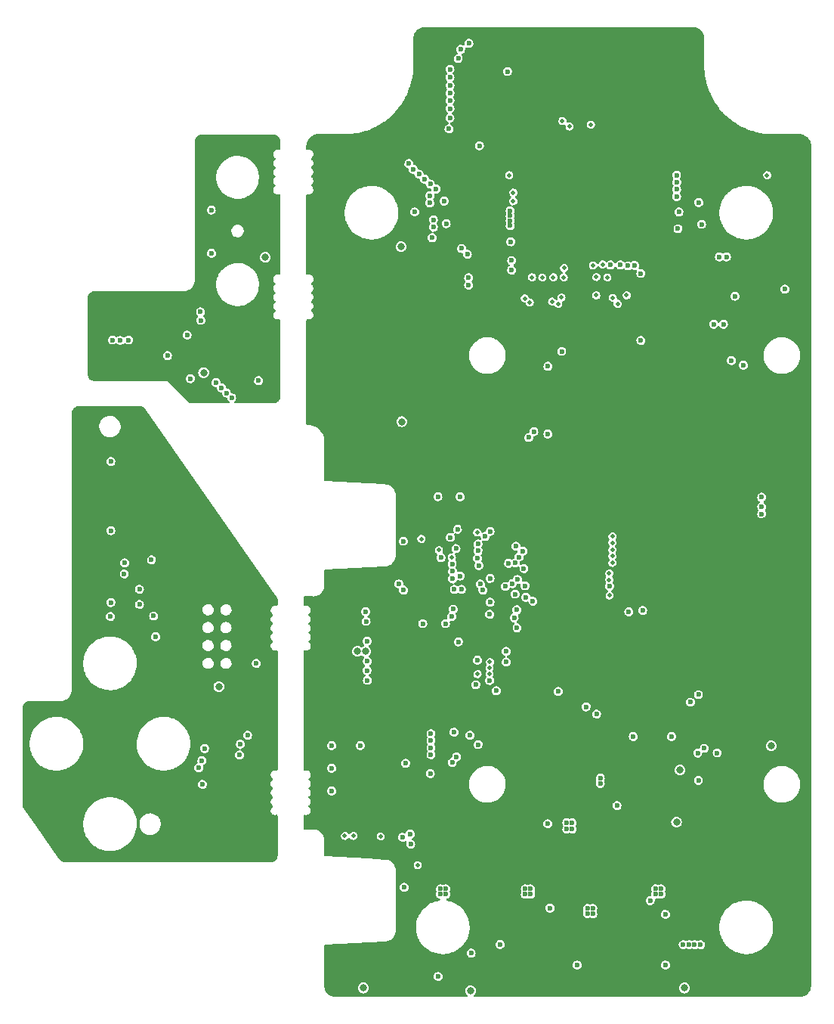
<source format=gbr>
%TF.GenerationSoftware,KiCad,Pcbnew,5.99.0-1.20210329git38c849b.fc33*%
%TF.CreationDate,2021-04-01T23:54:54+01:00*%
%TF.ProjectId,safeproject-panel-r2,73616665-7072-46f6-9a65-63742d70616e,rev?*%
%TF.SameCoordinates,Original*%
%TF.FileFunction,Copper,L2,Inr*%
%TF.FilePolarity,Positive*%
%FSLAX46Y46*%
G04 Gerber Fmt 4.6, Leading zero omitted, Abs format (unit mm)*
G04 Created by KiCad (PCBNEW 5.99.0-1.20210329git38c849b.fc33) date 2021-04-01 23:54:54*
%MOMM*%
%LPD*%
G01*
G04 APERTURE LIST*
%TA.AperFunction,ComponentPad*%
%ADD10O,0.950000X1.250000*%
%TD*%
%TA.AperFunction,ComponentPad*%
%ADD11O,1.550000X0.890000*%
%TD*%
%TA.AperFunction,ComponentPad*%
%ADD12C,0.500000*%
%TD*%
%TA.AperFunction,ViaPad*%
%ADD13C,0.600000*%
%TD*%
%TA.AperFunction,ViaPad*%
%ADD14C,0.800000*%
%TD*%
%TA.AperFunction,ViaPad*%
%ADD15C,0.500000*%
%TD*%
G04 APERTURE END LIST*
D10*
%TO.N,GND*%
%TO.C,J15*%
X118000000Y-56550000D03*
D11*
X120700000Y-57550000D03*
X120700000Y-50550000D03*
D10*
X118000000Y-51550000D03*
%TD*%
D12*
%TO.N,GND*%
%TO.C,U1*%
X55325000Y-61900000D03*
X56400000Y-61900000D03*
X56400000Y-60825000D03*
X55325000Y-60825000D03*
X57475000Y-61900000D03*
X57475000Y-62975000D03*
X57475000Y-60825000D03*
X55325000Y-62975000D03*
X56400000Y-62975000D03*
%TD*%
D13*
%TO.N,/SHDNZ*%
X79600000Y-49050000D03*
X81850000Y-85575000D03*
%TO.N,/SCL*%
X82900000Y-50250000D03*
X90447200Y-71416400D03*
X90100000Y-89300000D03*
X82525000Y-29000000D03*
%TO.N,/SDA*%
X90900000Y-89750000D03*
X82800000Y-27975000D03*
X83550000Y-50900000D03*
X91006000Y-70756000D03*
%TO.N,/FSYNC*%
X85550000Y-82500000D03*
X82450000Y-81700000D03*
X81184994Y-47474990D03*
%TO.N,/BCLK*%
X79750000Y-47850000D03*
X81650000Y-82600000D03*
X84850000Y-85750000D03*
%TO.N,/SDOUT*%
X82275000Y-83850000D03*
X79750000Y-47050000D03*
%TO.N,GND*%
X96350000Y-28550000D03*
X91250000Y-29550000D03*
X95950000Y-40000000D03*
X75078696Y-87413782D03*
X87951315Y-87368591D03*
X95050000Y-28550000D03*
X117000000Y-93350000D03*
X94150000Y-45950000D03*
X106086000Y-120367200D03*
X103300000Y-47350000D03*
X107250000Y-41100000D03*
X107350000Y-55500000D03*
X99600000Y-40000000D03*
X66000000Y-46125000D03*
X117000000Y-90950000D03*
X103300000Y-45900000D03*
X79950000Y-87250000D03*
X112700000Y-63550000D03*
X88725000Y-96950000D03*
X109900000Y-114850000D03*
X121550000Y-86150000D03*
X69314400Y-87164400D03*
X93944800Y-118001600D03*
X91575000Y-78325000D03*
X121550000Y-87350000D03*
X83400000Y-70100000D03*
X121550000Y-80150000D03*
X97850000Y-47350000D03*
X109600000Y-34900000D03*
X106800000Y-25850000D03*
X117000000Y-82550000D03*
X100300000Y-129972694D03*
X121400000Y-107050000D03*
X79900000Y-57450000D03*
X100650000Y-80750000D03*
X96725000Y-110850000D03*
X101250000Y-122949998D03*
X87400000Y-68050000D03*
X98450000Y-117036400D03*
X93698400Y-71950000D03*
X95050000Y-25900000D03*
X84100000Y-44550000D03*
X89900000Y-36650000D03*
X92268400Y-120519600D03*
X75950000Y-123450000D03*
X75150000Y-69650000D03*
X66000000Y-66050000D03*
X102210800Y-117036400D03*
X93698400Y-75350000D03*
X76800000Y-34250000D03*
X121550000Y-84950000D03*
X96825000Y-109100000D03*
X105000000Y-39950000D03*
X79900000Y-60150000D03*
X83300000Y-65150000D03*
X109650000Y-50750000D03*
X89424990Y-103123471D03*
X96225000Y-106775000D03*
X86400000Y-25850000D03*
X112700000Y-65200000D03*
X79900000Y-62550000D03*
X80174990Y-65150000D03*
X106594000Y-119808400D03*
X90709600Y-117036400D03*
X116400000Y-133450000D03*
X103775000Y-129725000D03*
X93800000Y-31950000D03*
X87150000Y-127000000D03*
X91400000Y-35550000D03*
X83400000Y-77350000D03*
X68806400Y-87164400D03*
X83100000Y-80150000D03*
X86650000Y-122425000D03*
X81400000Y-111600000D03*
X93800000Y-32900000D03*
X105250000Y-110250000D03*
X78800000Y-79825000D03*
X87600000Y-78950000D03*
X97850000Y-65650000D03*
X106125000Y-117025000D03*
X112100000Y-48850000D03*
X106594000Y-118690800D03*
X111427600Y-125823200D03*
X101450000Y-45900000D03*
X84100000Y-45950000D03*
X79600000Y-84475000D03*
X112975000Y-49525000D03*
X93698400Y-63200000D03*
X80752800Y-117036400D03*
X112700000Y-69050000D03*
X96350000Y-27150000D03*
X89800000Y-27250000D03*
X110700000Y-60700000D03*
X89800000Y-31950000D03*
X91024990Y-101523471D03*
X117000000Y-84950000D03*
X87600000Y-98150000D03*
X77075000Y-78175000D03*
X93800000Y-92350000D03*
X112900000Y-130950000D03*
X121550000Y-92150000D03*
X111884800Y-124451600D03*
X97850000Y-68650000D03*
X88850000Y-36650000D03*
X86000000Y-99850000D03*
X96850000Y-95650000D03*
X83750000Y-52300000D03*
X100600000Y-36450000D03*
X95050000Y-27150000D03*
X92350000Y-43000000D03*
X121550000Y-96950000D03*
X112200000Y-36050000D03*
X73600000Y-75850000D03*
X103250000Y-39950000D03*
X104450000Y-32650000D03*
X89800000Y-29850000D03*
X79900000Y-53230000D03*
X109700000Y-52250000D03*
X93698400Y-68650000D03*
X79626800Y-93666800D03*
X76874990Y-87250000D03*
X105025000Y-117025000D03*
X104950000Y-47350000D03*
X101250000Y-122425000D03*
X121400000Y-65450000D03*
X77050000Y-79950000D03*
X106695600Y-129968400D03*
X84650000Y-91550000D03*
X86650000Y-123475000D03*
X103000000Y-113350000D03*
X70400000Y-38050000D03*
X93723800Y-91406200D03*
X104450000Y-27050000D03*
X121400000Y-102650000D03*
X109600000Y-32450000D03*
X114600000Y-76800000D03*
X74600000Y-128250000D03*
X80300000Y-75050000D03*
X68000000Y-75450000D03*
X112700000Y-74500000D03*
X93698400Y-65650000D03*
X117000000Y-94550000D03*
X97275000Y-105900000D03*
X97850000Y-78000000D03*
X100026400Y-117036400D03*
X113200000Y-78500000D03*
X79435632Y-83705175D03*
X87875000Y-83000000D03*
X88550000Y-37600000D03*
X84600000Y-92900000D03*
X121550000Y-95750000D03*
X82600000Y-25850000D03*
X83100000Y-81350000D03*
X101450000Y-41500000D03*
X121400000Y-41250000D03*
X109700000Y-52950000D03*
X99650000Y-47400000D03*
X110700000Y-67150000D03*
X106594000Y-118132000D03*
X99600000Y-48850000D03*
X91234600Y-90491800D03*
X121550000Y-81350000D03*
X101250000Y-125950000D03*
X87610800Y-117036400D03*
X93800000Y-33600000D03*
X113725000Y-54300000D03*
X86550000Y-33400000D03*
X112700000Y-72650000D03*
X115950000Y-130950000D03*
X94950000Y-118001600D03*
X82900000Y-83425000D03*
X101150000Y-117036400D03*
X75650000Y-90100000D03*
X82050000Y-111600000D03*
X92800000Y-93550000D03*
X93698400Y-81150000D03*
X103300000Y-48850000D03*
X112700000Y-67100000D03*
X80550000Y-83250000D03*
X109600000Y-34150000D03*
X93698400Y-78000000D03*
X104450000Y-29650000D03*
X89800000Y-80450000D03*
X95050000Y-30850000D03*
X117000000Y-89750000D03*
X110700000Y-72700000D03*
X86550000Y-117036400D03*
X121400000Y-70250000D03*
X94859200Y-129968400D03*
X83125010Y-90568000D03*
X90600000Y-95650000D03*
X92268400Y-118284400D03*
X94950000Y-117036400D03*
X97800000Y-40000000D03*
X108450000Y-40400000D03*
X109900000Y-115600000D03*
X109400000Y-53900000D03*
X103250000Y-42950000D03*
X92350000Y-47400000D03*
X79424990Y-82800000D03*
X92350000Y-44450000D03*
X86150000Y-55500000D03*
X87150000Y-126500000D03*
X86650000Y-122949998D03*
X83044255Y-85211732D03*
X75400000Y-118650000D03*
X107200000Y-52350000D03*
X97850000Y-43000000D03*
X66000000Y-62850000D03*
X87300000Y-33400000D03*
X90600000Y-41500000D03*
X94150000Y-47400000D03*
X80174990Y-79850000D03*
X121550000Y-89750000D03*
X116925000Y-80625000D03*
X112700000Y-71050000D03*
X80250000Y-77200000D03*
X99650000Y-41500000D03*
X74300000Y-69650000D03*
X96350000Y-25900000D03*
X82650000Y-105650000D03*
X109400000Y-28050000D03*
X84100000Y-45250000D03*
X91800000Y-36600000D03*
X90700000Y-90950000D03*
X101450000Y-48850000D03*
X85450000Y-70100000D03*
X121400000Y-120650000D03*
X111250000Y-130750000D03*
X88626800Y-117036400D03*
X87602400Y-93350000D03*
X93698400Y-84050000D03*
X96000000Y-43000000D03*
X113250000Y-75450000D03*
X104450000Y-31100000D03*
X101050000Y-34500000D03*
X100708800Y-125400000D03*
X73050000Y-87000000D03*
X105050000Y-43000000D03*
X97800000Y-41500000D03*
X106594000Y-119249600D03*
X101250000Y-123475000D03*
X104950000Y-45850000D03*
X83400000Y-74950000D03*
X93081200Y-128495200D03*
X79050000Y-90124990D03*
X113500000Y-110275000D03*
X121550000Y-98150000D03*
X109600000Y-48750000D03*
X97950000Y-127350000D03*
X105600000Y-36500000D03*
X117000000Y-83750000D03*
X93825000Y-98700000D03*
X104450000Y-28350000D03*
X97950000Y-126850000D03*
X86250000Y-125350000D03*
X110750000Y-48850000D03*
X89200000Y-53250000D03*
X86250000Y-125850000D03*
X103000000Y-112650000D03*
X84410400Y-117036400D03*
X121550000Y-88550000D03*
X117000000Y-95750000D03*
X105600000Y-111550000D03*
X111900000Y-77100000D03*
X80752800Y-120186000D03*
X85426400Y-117036400D03*
X97850000Y-71950000D03*
X110650000Y-75800000D03*
X101450000Y-47400000D03*
X66000000Y-52300000D03*
X94150000Y-41500000D03*
X110700000Y-65250000D03*
X87800000Y-92100011D03*
X97850000Y-63200000D03*
X93800000Y-29500000D03*
X94200000Y-44450000D03*
X92268400Y-119960800D03*
X116925000Y-81725000D03*
X92268400Y-119402000D03*
X66000000Y-69250000D03*
X97704000Y-129968400D03*
X93550000Y-35550000D03*
X103250000Y-41500000D03*
X107200000Y-53000000D03*
X121400000Y-49050000D03*
X121550000Y-82550000D03*
X89800000Y-25950000D03*
X87713439Y-88913439D03*
X83100000Y-78950000D03*
X121550000Y-90950000D03*
X83400000Y-68050000D03*
X110700000Y-61900000D03*
X113800000Y-50400000D03*
X86100000Y-84950000D03*
X87600000Y-81350000D03*
X117000000Y-92150000D03*
X87650000Y-127000000D03*
X80752800Y-118001600D03*
X98000000Y-92300000D03*
X81650000Y-37650000D03*
X104300000Y-109200000D03*
X101500000Y-127125000D03*
X89800000Y-32900000D03*
X113798008Y-107348008D03*
X115400000Y-100300000D03*
X74400000Y-36650000D03*
X110700000Y-63550000D03*
X87650000Y-126500000D03*
X97029200Y-117036400D03*
X106086000Y-119808400D03*
X68000000Y-72450000D03*
X78800000Y-78300000D03*
X88400000Y-50550000D03*
X87400000Y-70100000D03*
X97850000Y-75350000D03*
X89693600Y-117036400D03*
X97950000Y-126350000D03*
X106250000Y-36500000D03*
X68100000Y-131900000D03*
X119200000Y-38450000D03*
X82429200Y-117036400D03*
X78400000Y-90150000D03*
X112150000Y-112570000D03*
X79900000Y-55050000D03*
X92600000Y-99950000D03*
X98350000Y-90625000D03*
X96350000Y-30150000D03*
X102050000Y-127125000D03*
X121400000Y-75250000D03*
X101800000Y-34500000D03*
X114300000Y-79600000D03*
X91500000Y-94850000D03*
X107350000Y-56150000D03*
X121550000Y-94550000D03*
X91650000Y-120519600D03*
X99650000Y-42950000D03*
X87600000Y-80150000D03*
X91650000Y-119960800D03*
X85450000Y-68050000D03*
X93944800Y-117036400D03*
X93698400Y-86700000D03*
X101500000Y-126625000D03*
X98475000Y-110900000D03*
X121400000Y-45250000D03*
X87900000Y-91000000D03*
X103226800Y-117036400D03*
X115600000Y-77800000D03*
X101450000Y-42950000D03*
X106594000Y-120367200D03*
X78400000Y-26250000D03*
X104450000Y-25900000D03*
X107250000Y-39650000D03*
X96000000Y-41500000D03*
X105050000Y-41500000D03*
X97850000Y-61550000D03*
X101450000Y-40000000D03*
X110800000Y-50750000D03*
X83400000Y-72650000D03*
X121550000Y-93350000D03*
X97950000Y-125850000D03*
X102025000Y-126600000D03*
X117000000Y-96950000D03*
X79118800Y-93666800D03*
X110700000Y-71100000D03*
X83650000Y-57243200D03*
X117000000Y-98150000D03*
X115800000Y-100750000D03*
X84575000Y-86600000D03*
X121550000Y-83750000D03*
X117000000Y-86150000D03*
X68150000Y-128850000D03*
X89800000Y-28700000D03*
X92268400Y-118843200D03*
X83650000Y-56100000D03*
X120200000Y-133450000D03*
X105250000Y-110900000D03*
X92350000Y-45950000D03*
X86800000Y-125350000D03*
X89800000Y-31000000D03*
X83445200Y-117036400D03*
X66000000Y-59850000D03*
X99650000Y-45950000D03*
X101250000Y-125375000D03*
X100700000Y-125950000D03*
X110700000Y-69100000D03*
X97850000Y-48850000D03*
X80752800Y-119068400D03*
X70600000Y-86650000D03*
X86800000Y-125850000D03*
%TO.N,+3V3*%
X87900000Y-95350000D03*
D14*
X107400000Y-108650000D03*
X83900000Y-133350000D03*
X107900000Y-133050000D03*
D13*
X83725000Y-27300000D03*
D14*
X72150000Y-95350000D03*
D13*
X84900000Y-38750000D03*
X93750000Y-99850000D03*
D14*
X71900000Y-133050000D03*
D13*
X109370000Y-106750000D03*
D14*
X117598008Y-105948008D03*
X71250000Y-95350000D03*
D13*
X92580800Y-63450000D03*
X92580800Y-71019200D03*
X90023790Y-88020000D03*
%TO.N,+1V8*%
X96859116Y-101575010D03*
X99500000Y-88050000D03*
X87900000Y-96550000D03*
%TO.N,/Power and input connector/Vin*%
X109000000Y-128200000D03*
X107750000Y-128200000D03*
X98450000Y-109550000D03*
X109700000Y-128200000D03*
X100325000Y-112625000D03*
X98450000Y-110150000D03*
X108400000Y-128200000D03*
%TO.N,/Modem/UIM_SIM_DET*%
X88400000Y-49500000D03*
X76629600Y-107890800D03*
X81850000Y-107800000D03*
X77150000Y-115800000D03*
%TO.N,/Modem/UIM_VCC*%
X82352650Y-107170750D03*
X68349200Y-110989600D03*
X79474400Y-106925600D03*
X107006594Y-44456594D03*
X79400000Y-109050000D03*
%TO.N,/USB-UART bridge/CP2102_VDD*%
X106450000Y-104900000D03*
X110110000Y-106210000D03*
%TO.N,/Modem/UIM_RESET_N*%
X68349200Y-108449600D03*
X79474400Y-106163600D03*
X83850000Y-104750000D03*
X107000000Y-42050000D03*
%TO.N,/Modem/UIM_DATA*%
X71549600Y-105909600D03*
X107025435Y-42837754D03*
X77200000Y-116950000D03*
X79474400Y-104588800D03*
X82075000Y-104400000D03*
%TO.N,/Modem/UIM_CLK_R*%
X79474400Y-105350800D03*
X68349200Y-105909600D03*
%TO.N,/Power and input connector/VIN_DCDC_3V7*%
X104650000Y-121950000D03*
X97009600Y-124136400D03*
X97609600Y-124736400D03*
X97009600Y-124736400D03*
X105250000Y-121950000D03*
X104650000Y-122550000D03*
X97609600Y-124136400D03*
X105250000Y-122550000D03*
%TO.N,/SD_DAT2*%
X81800000Y-91450000D03*
X86100000Y-81950000D03*
X72350000Y-98600000D03*
%TO.N,/SD_DAT3*%
X72300000Y-97500000D03*
X81960000Y-90640000D03*
X85300000Y-88500000D03*
%TO.N,/SD_CMD*%
X82890000Y-88430000D03*
X72350000Y-96450000D03*
%TO.N,/SD_CLK*%
X85000000Y-87824800D03*
X72320000Y-94220000D03*
X82100000Y-88430000D03*
%TO.N,/SD_DAT0*%
X81875000Y-87225000D03*
X72200000Y-92000000D03*
X75874990Y-87803728D03*
%TO.N,/SD_DAT1*%
X82726439Y-86928853D03*
X76400000Y-88500000D03*
X72150000Y-90900000D03*
%TO.N,/SD_nDET*%
X81100000Y-92250000D03*
X87805600Y-88078800D03*
%TO.N,/LED driver\u002C LED board connections/LED3_B*%
X79350000Y-45150000D03*
X81500000Y-36850000D03*
%TO.N,VBUS*%
X111560000Y-106730000D03*
X109450000Y-109800000D03*
%TO.N,/USB-OTG flashing interface/OTG_USB_DP*%
X119150000Y-54800000D03*
X113550000Y-55600000D03*
%TO.N,/USB_DN*%
X116548167Y-79177775D03*
X112250000Y-58750000D03*
%TO.N,/USB_DP*%
X111150000Y-58750000D03*
X116548167Y-79977775D03*
%TO.N,/USB_OTG_ID*%
X116550000Y-78100000D03*
X113150000Y-62800000D03*
%TO.N,/Power and input connector/VIN_DCDC_5*%
X90650000Y-122550000D03*
X90650000Y-121950000D03*
X80550000Y-122550000D03*
X90050000Y-122550000D03*
X81150000Y-122550000D03*
X90050000Y-121950000D03*
X80550000Y-121950000D03*
X81150000Y-121950000D03*
D15*
%TO.N,Net-(J1-Pad1)*%
X90000000Y-55850000D03*
X90802800Y-53484000D03*
D13*
%TO.N,/RXD*%
X89100000Y-90700000D03*
X86096239Y-89853761D03*
%TO.N,/TXD*%
X88800000Y-91600000D03*
X108550000Y-101050000D03*
X109450000Y-100200000D03*
X86050000Y-91200000D03*
%TO.N,/LED driver\u002C LED board connections/LED3_G*%
X79350000Y-44350000D03*
X81600000Y-35650000D03*
%TO.N,/nPWR_LED*%
X80950000Y-44950000D03*
X77650000Y-46150000D03*
X76475000Y-121775000D03*
%TO.N,/LED driver\u002C LED board connections/LED2_B*%
X80050000Y-43600000D03*
X81600000Y-34600000D03*
%TO.N,/LED driver\u002C LED board connections/LED2_G*%
X81600000Y-33700000D03*
X79400000Y-43050000D03*
%TO.N,/LED driver\u002C LED board connections/LED2_R*%
X78750000Y-42500000D03*
X81600000Y-32850000D03*
%TO.N,/LED driver\u002C LED board connections/LED1_B*%
X78150000Y-41950000D03*
X81600000Y-32000000D03*
%TO.N,/LED driver\u002C LED board connections/LED1_G*%
X77500000Y-41400000D03*
X81600000Y-31100000D03*
%TO.N,/LED driver\u002C LED board connections/LED1_R*%
X81600000Y-30200000D03*
X77000000Y-40750000D03*
%TO.N,+5V*%
X82550000Y-94300000D03*
D14*
X76200000Y-69650000D03*
X76124990Y-50050000D03*
D13*
X76375000Y-83025000D03*
X92800000Y-124100000D03*
X92550000Y-114650000D03*
%TO.N,Net-(D7-Pad1)*%
X105750000Y-130475000D03*
X103200000Y-90775000D03*
%TO.N,/POWER_ON_N*%
X88575000Y-87775000D03*
X88175000Y-85500000D03*
%TO.N,/RESET_IN_N*%
X88900000Y-85475000D03*
X89175000Y-87300000D03*
%TO.N,/WAKE*%
X89890000Y-86100000D03*
X88900000Y-88950000D03*
%TO.N,/SAFE_PWR_REMOVE*%
X84700000Y-84950000D03*
X89350000Y-84800000D03*
%TO.N,/WAKE_ON_WWAN*%
X89800000Y-84125000D03*
X84750000Y-84100000D03*
%TO.N,/TX_ON*%
X89000000Y-83600000D03*
X84750000Y-83350000D03*
D15*
%TO.N,/Modem/1V8_TX_ON*%
X88700000Y-44950000D03*
X99800000Y-82500000D03*
%TO.N,/Modem/1V8_WAKE_ON_WWAN*%
X117150000Y-42050000D03*
X99800000Y-83200000D03*
%TO.N,/Modem/1V8_SAFE_PWR_REMOVE*%
X88250000Y-42050000D03*
X99800000Y-84000000D03*
%TO.N,/Modem/1V8_RESET_OUT_N*%
X99800000Y-84700000D03*
X95000000Y-36600000D03*
%TO.N,/Modem/1V8_WAKE*%
X99800000Y-85450000D03*
X98008507Y-53450000D03*
%TO.N,/Modem/1V8_BOOT_MODE*%
X99450000Y-86650000D03*
X94200000Y-36000000D03*
%TO.N,/Modem/1V8_RESET_IN_N*%
X99450000Y-87350000D03*
X98700000Y-52050000D03*
%TO.N,/Modem/1V8_POWER_ON_N*%
X97400000Y-36400000D03*
X99500000Y-89100000D03*
X88700000Y-44000000D03*
D13*
%TO.N,/MODEM_USB_DN*%
X99600000Y-52100000D03*
X112600000Y-51200000D03*
%TO.N,/MODEM_USB_DP*%
X100700000Y-52100000D03*
X111800000Y-51200000D03*
%TO.N,/nLEDS_ENABLE*%
X88050000Y-30450000D03*
X80250000Y-78050000D03*
X82750000Y-78050000D03*
X86100000Y-87200000D03*
D15*
%TO.N,Net-(J9-Pad1)*%
X101400000Y-55500000D03*
D13*
X101550000Y-52200000D03*
%TO.N,Net-(J8-Pad1)*%
X102300000Y-52155002D03*
D15*
X100400000Y-56450000D03*
%TO.N,Net-(J7-Pad1)*%
X99250000Y-53500000D03*
X99862510Y-55784517D03*
%TO.N,Net-(J6-Pad1)*%
X97650000Y-52150000D03*
X98000000Y-55500000D03*
%TO.N,Net-(J5-Pad1)*%
X94400001Y-52439462D03*
X94100000Y-55750000D03*
%TO.N,Net-(J4-Pad1)*%
X93750000Y-56450000D03*
X94362490Y-53500000D03*
%TO.N,Net-(J3-Pad1)*%
X93050000Y-56200000D03*
X93190400Y-53484000D03*
%TO.N,Net-(J2-Pad1)*%
X90550000Y-56300000D03*
X91950000Y-53500000D03*
D13*
%TO.N,+3V7*%
X103000000Y-60550000D03*
X103000000Y-53050000D03*
X95300000Y-114550000D03*
X105750000Y-124800000D03*
X94700000Y-114550000D03*
X94125000Y-61775000D03*
X94700000Y-115250000D03*
X88350000Y-47150000D03*
X95300000Y-115250000D03*
X88350000Y-46050000D03*
D14*
X107000000Y-114500000D03*
D13*
X88350000Y-47700000D03*
X88350000Y-46600000D03*
%TO.N,/Modem/UIM_CLK*%
X107000000Y-43650000D03*
X84750000Y-105800000D03*
%TO.N,/GLOBAL_EN_o*%
X84500000Y-99100000D03*
X78550000Y-92250000D03*
%TO.N,/nRPIBOOT*%
X86800000Y-99775000D03*
X98025000Y-102375000D03*
X84700000Y-96350000D03*
X114481118Y-63317931D03*
%TO.N,/3V7_EN*%
X102150000Y-104900000D03*
X81900000Y-86400000D03*
X104054000Y-123262800D03*
X89125000Y-92725000D03*
%TO.N,Net-(D1-Pad1)*%
X80275000Y-131750000D03*
X83975000Y-129150000D03*
%TO.N,Net-(D3-Pad2)*%
X95850000Y-130475000D03*
X101650000Y-90925000D03*
%TO.N,Net-(T10-Pad1)*%
X107160400Y-48048400D03*
X109800000Y-47550000D03*
%TO.N,Net-(T11-Pad1)*%
X109497200Y-45102000D03*
X107262000Y-46168800D03*
D15*
%TO.N,/nPWR_LED_BUF*%
X84700000Y-97900000D03*
X78000000Y-119300000D03*
D13*
%TO.N,Net-(T8-Pad1)*%
X83690800Y-53534800D03*
X88516800Y-51604400D03*
%TO.N,Net-(T9-Pad1)*%
X83690800Y-54347600D03*
X88516800Y-52671200D03*
%TO.N,Net-(Module1-Pad21)*%
X87225000Y-128175000D03*
X80600000Y-84875000D03*
D15*
%TO.N,Net-(Module1-Pad35)*%
X80375000Y-84025000D03*
X81825000Y-84850000D03*
%TO.N,Net-(Module1-Pad36)*%
X84650000Y-82050000D03*
X78400000Y-82775000D03*
%TO.N,Net-(Module1-Pad92)*%
X86078400Y-96562400D03*
X69822400Y-116018800D03*
%TO.N,Net-(Module1-Pad94)*%
X86027600Y-97222800D03*
X70787600Y-116018800D03*
%TO.N,Net-(Module1-Pad96)*%
X86027600Y-97883200D03*
X73835600Y-116069600D03*
D13*
%TO.N,Net-(Module1-Pad100)*%
X76274000Y-116171200D03*
X86043239Y-98610039D03*
D14*
%TO.N,GND*%
X53025000Y-109475000D03*
X57400000Y-109225000D03*
X52425000Y-89525000D03*
D13*
%TO.N,+3V3*%
X53850000Y-110250000D03*
D14*
X55700000Y-99300000D03*
D13*
%TO.N,Net-(LED1-Pad4)*%
X43550000Y-91450000D03*
X46800000Y-88400000D03*
%TO.N,/LED1_B*%
X54100000Y-106250000D03*
X48625010Y-93725602D03*
%TO.N,/LED1_G*%
X48400000Y-91400000D03*
X53800000Y-107600000D03*
%TO.N,/LED1_R*%
X53450000Y-108400000D03*
X46800000Y-90100000D03*
%TO.N,/LED2_B*%
X58925010Y-104750000D03*
X48150000Y-85100000D03*
%TO.N,/LED2_G*%
X58125010Y-105750000D03*
X45150000Y-85450000D03*
%TO.N,/LED2_R*%
X58000000Y-106950000D03*
X45100000Y-86700000D03*
%TO.N,+5V*%
X43600000Y-81850000D03*
X43600000Y-89900000D03*
X43600000Y-74100000D03*
X59900000Y-96700000D03*
%TO.N,GND*%
X54350000Y-47700000D03*
D14*
X52450000Y-63900000D03*
D13*
X54350000Y-48800000D03*
X43100000Y-60050000D03*
X53400000Y-61950000D03*
X59800000Y-61250000D03*
X42500000Y-60050000D03*
X62150000Y-64300000D03*
X60150000Y-58650000D03*
X61900000Y-45250000D03*
X58450000Y-64349990D03*
X61800000Y-66850000D03*
X50126254Y-59755944D03*
X54250000Y-59750000D03*
X61850000Y-59250000D03*
%TO.N,+3V3*%
X60150000Y-65050000D03*
X49950000Y-62250000D03*
D14*
X60900000Y-51250000D03*
X54000000Y-64150000D03*
D13*
X52150000Y-59950000D03*
%TO.N,/SDOUT*%
X56000000Y-65850000D03*
X43800000Y-60500000D03*
%TO.N,/BCLK*%
X56547068Y-66433725D03*
X44641949Y-60541949D03*
%TO.N,/FSYNC*%
X57136436Y-66974709D03*
X45600000Y-60500000D03*
%TO.N,Net-(TP1-Pad1)*%
X52516949Y-64833051D03*
X55374627Y-65274627D03*
%TO.N,Net-(R2-Pad2)*%
X54900000Y-50800000D03*
X53700000Y-58300000D03*
%TO.N,Net-(R1-Pad2)*%
X54850000Y-45950000D03*
X53650000Y-57350000D03*
%TD*%
%TA.AperFunction,Conductor*%
%TO.N,GND*%
G36*
X46796321Y-67902402D02*
G01*
X46796409Y-67901755D01*
X46803478Y-67902715D01*
X46810383Y-67904464D01*
X46817505Y-67904621D01*
X46817507Y-67904621D01*
X46900378Y-67906445D01*
X46921646Y-67908729D01*
X47051323Y-67933935D01*
X47074483Y-67940795D01*
X47191170Y-67987940D01*
X47193558Y-67988905D01*
X47214982Y-68000058D01*
X47322689Y-68070004D01*
X47341591Y-68085039D01*
X47436618Y-68176805D01*
X47450689Y-68192918D01*
X47503818Y-68265348D01*
X47509161Y-68269975D01*
X47513959Y-68275177D01*
X47513554Y-68275550D01*
X47526986Y-68290439D01*
X62116716Y-89126798D01*
X62120578Y-89132314D01*
X62129413Y-89149087D01*
X62130125Y-89148724D01*
X62133366Y-89155075D01*
X62135869Y-89161747D01*
X62188122Y-89240658D01*
X62198736Y-89260261D01*
X62254478Y-89389331D01*
X62262191Y-89413755D01*
X62290675Y-89551408D01*
X62293244Y-89573557D01*
X62295590Y-89660912D01*
X62295780Y-89667980D01*
X62297537Y-89674829D01*
X62298517Y-89681833D01*
X62297730Y-89681943D01*
X62300100Y-89700762D01*
X62300064Y-89827651D01*
X62300018Y-89990431D01*
X62300017Y-89993068D01*
X62297348Y-90018828D01*
X62294602Y-90031953D01*
X62294743Y-90039079D01*
X62294743Y-90039080D01*
X62295445Y-90074500D01*
X62296672Y-90136433D01*
X62296756Y-90140694D01*
X62278107Y-90209197D01*
X62225383Y-90256744D01*
X62155323Y-90268237D01*
X62147972Y-90266671D01*
X62147794Y-90266588D01*
X62146998Y-90266464D01*
X62146993Y-90266463D01*
X62064949Y-90253689D01*
X62038045Y-90249500D01*
X61965086Y-90249500D01*
X61932337Y-90254190D01*
X61867009Y-90263545D01*
X61867006Y-90263546D01*
X61858123Y-90264818D01*
X61727651Y-90324140D01*
X61720849Y-90330001D01*
X61694439Y-90352758D01*
X61619074Y-90417697D01*
X61541118Y-90537967D01*
X61538547Y-90546564D01*
X61538546Y-90546566D01*
X61527992Y-90581856D01*
X61500052Y-90675282D01*
X61499177Y-90818604D01*
X61501644Y-90827235D01*
X61501644Y-90827237D01*
X61534485Y-90942145D01*
X61538562Y-90956411D01*
X61615042Y-91077625D01*
X61621770Y-91083567D01*
X61703676Y-91155904D01*
X61741494Y-91215990D01*
X61740824Y-91286983D01*
X61702516Y-91345798D01*
X61619074Y-91417697D01*
X61541118Y-91537967D01*
X61538547Y-91546564D01*
X61538546Y-91546566D01*
X61514828Y-91625876D01*
X61500052Y-91675282D01*
X61499997Y-91684258D01*
X61499997Y-91684259D01*
X61499774Y-91720849D01*
X61499177Y-91818604D01*
X61501644Y-91827235D01*
X61501644Y-91827237D01*
X61526420Y-91913925D01*
X61538562Y-91956411D01*
X61615042Y-92077625D01*
X61621770Y-92083567D01*
X61703676Y-92155904D01*
X61741494Y-92215990D01*
X61740824Y-92286983D01*
X61702516Y-92345798D01*
X61619074Y-92417697D01*
X61541118Y-92537967D01*
X61538547Y-92546564D01*
X61538546Y-92546566D01*
X61525626Y-92589767D01*
X61500052Y-92675282D01*
X61499997Y-92684258D01*
X61499997Y-92684259D01*
X61499845Y-92709229D01*
X61499177Y-92818604D01*
X61501644Y-92827235D01*
X61501644Y-92827237D01*
X61520964Y-92894835D01*
X61538562Y-92956411D01*
X61615042Y-93077625D01*
X61621770Y-93083567D01*
X61703676Y-93155904D01*
X61741494Y-93215990D01*
X61740824Y-93286983D01*
X61702516Y-93345798D01*
X61619074Y-93417697D01*
X61541118Y-93537967D01*
X61538547Y-93546564D01*
X61538546Y-93546566D01*
X61524776Y-93592611D01*
X61500052Y-93675282D01*
X61499997Y-93684258D01*
X61499997Y-93684259D01*
X61499837Y-93710553D01*
X61499177Y-93818604D01*
X61501644Y-93827235D01*
X61501644Y-93827237D01*
X61532655Y-93935741D01*
X61538562Y-93956411D01*
X61615042Y-94077625D01*
X61621770Y-94083567D01*
X61703676Y-94155904D01*
X61741494Y-94215990D01*
X61740824Y-94286983D01*
X61702516Y-94345798D01*
X61619074Y-94417697D01*
X61541118Y-94537967D01*
X61538547Y-94546564D01*
X61538546Y-94546566D01*
X61523512Y-94596838D01*
X61500052Y-94675282D01*
X61499997Y-94684258D01*
X61499997Y-94684259D01*
X61499728Y-94728275D01*
X61499177Y-94818604D01*
X61501644Y-94827235D01*
X61501644Y-94827237D01*
X61530555Y-94928393D01*
X61538562Y-94956411D01*
X61615042Y-95077625D01*
X61722469Y-95172501D01*
X61764063Y-95192029D01*
X61817269Y-95217009D01*
X61852206Y-95233412D01*
X61861074Y-95234793D01*
X61861075Y-95234793D01*
X61867228Y-95235751D01*
X61961955Y-95250500D01*
X62034914Y-95250500D01*
X62137932Y-95235747D01*
X62137933Y-95235747D01*
X62141877Y-95235182D01*
X62141959Y-95235751D01*
X62206414Y-95235822D01*
X62266099Y-95274271D01*
X62295521Y-95338884D01*
X62296759Y-95359175D01*
X62294606Y-95467855D01*
X62296041Y-95474773D01*
X62296041Y-95474776D01*
X62297375Y-95481207D01*
X62300000Y-95506793D01*
X62300000Y-108418112D01*
X62297330Y-108443913D01*
X62294602Y-108456953D01*
X62294743Y-108464079D01*
X62294743Y-108464080D01*
X62295367Y-108495579D01*
X62296167Y-108535939D01*
X62296756Y-108565694D01*
X62278107Y-108634197D01*
X62225383Y-108681744D01*
X62155323Y-108693237D01*
X62147972Y-108691671D01*
X62147794Y-108691588D01*
X62146998Y-108691464D01*
X62146993Y-108691463D01*
X62081779Y-108681309D01*
X62038045Y-108674500D01*
X61965086Y-108674500D01*
X61923357Y-108680476D01*
X61867009Y-108688545D01*
X61867006Y-108688546D01*
X61858123Y-108689818D01*
X61727651Y-108749140D01*
X61619074Y-108842697D01*
X61541118Y-108962967D01*
X61538547Y-108971564D01*
X61538546Y-108971566D01*
X61514273Y-109052729D01*
X61500052Y-109100282D01*
X61499177Y-109243604D01*
X61501644Y-109252235D01*
X61501644Y-109252237D01*
X61532506Y-109360220D01*
X61538562Y-109381411D01*
X61615042Y-109502625D01*
X61621770Y-109508567D01*
X61703676Y-109580904D01*
X61741494Y-109640990D01*
X61740824Y-109711983D01*
X61702516Y-109770798D01*
X61619074Y-109842697D01*
X61541118Y-109962967D01*
X61538547Y-109971564D01*
X61538546Y-109971566D01*
X61524956Y-110017009D01*
X61500052Y-110100282D01*
X61499177Y-110243604D01*
X61501644Y-110252235D01*
X61501644Y-110252237D01*
X61522756Y-110326105D01*
X61538562Y-110381411D01*
X61615042Y-110502625D01*
X61621770Y-110508567D01*
X61703676Y-110580904D01*
X61741494Y-110640990D01*
X61740824Y-110711983D01*
X61702516Y-110770798D01*
X61619074Y-110842697D01*
X61541118Y-110962967D01*
X61538547Y-110971564D01*
X61538546Y-110971566D01*
X61513503Y-111055304D01*
X61500052Y-111100282D01*
X61499177Y-111243604D01*
X61501644Y-111252235D01*
X61501644Y-111252237D01*
X61535837Y-111371876D01*
X61538562Y-111381411D01*
X61615042Y-111502625D01*
X61621770Y-111508567D01*
X61703676Y-111580904D01*
X61741494Y-111640990D01*
X61740824Y-111711983D01*
X61702516Y-111770798D01*
X61619074Y-111842697D01*
X61541118Y-111962967D01*
X61538547Y-111971564D01*
X61538546Y-111971566D01*
X61532087Y-111993163D01*
X61500052Y-112100282D01*
X61499177Y-112243604D01*
X61501644Y-112252235D01*
X61501644Y-112252237D01*
X61532679Y-112360825D01*
X61538562Y-112381411D01*
X61615042Y-112502625D01*
X61621770Y-112508567D01*
X61703676Y-112580904D01*
X61741494Y-112640990D01*
X61740824Y-112711983D01*
X61702516Y-112770798D01*
X61619074Y-112842697D01*
X61541118Y-112962967D01*
X61538547Y-112971564D01*
X61538546Y-112971566D01*
X61527867Y-113007276D01*
X61500052Y-113100282D01*
X61499997Y-113109258D01*
X61499997Y-113109259D01*
X61499668Y-113163125D01*
X61499177Y-113243604D01*
X61501644Y-113252235D01*
X61501644Y-113252237D01*
X61516241Y-113303309D01*
X61538562Y-113381411D01*
X61615042Y-113502625D01*
X61621770Y-113508567D01*
X61630474Y-113516254D01*
X61722469Y-113597501D01*
X61852206Y-113658412D01*
X61861074Y-113659793D01*
X61861075Y-113659793D01*
X61867228Y-113660751D01*
X61961955Y-113675500D01*
X62034914Y-113675500D01*
X62137932Y-113660747D01*
X62137933Y-113660747D01*
X62141877Y-113660182D01*
X62141959Y-113660751D01*
X62206414Y-113660822D01*
X62266099Y-113699271D01*
X62295521Y-113763884D01*
X62296759Y-113784175D01*
X62294606Y-113892855D01*
X62296041Y-113899773D01*
X62296041Y-113899776D01*
X62297375Y-113906207D01*
X62300000Y-113931793D01*
X62300000Y-118139980D01*
X62297601Y-118159161D01*
X62298277Y-118159253D01*
X62297312Y-118166316D01*
X62295557Y-118173224D01*
X62293466Y-118264984D01*
X62291094Y-118286610D01*
X62286533Y-118309624D01*
X62264782Y-118419351D01*
X62257612Y-118443030D01*
X62207387Y-118564399D01*
X62195726Y-118586223D01*
X62122753Y-118695432D01*
X62107054Y-118714555D01*
X62014141Y-118807405D01*
X61995008Y-118823090D01*
X61980436Y-118832813D01*
X61885748Y-118895989D01*
X61863916Y-118907635D01*
X61742511Y-118957777D01*
X61718827Y-118964931D01*
X61586069Y-118991152D01*
X61564440Y-118993509D01*
X61524878Y-118994384D01*
X61472870Y-118995534D01*
X61466006Y-118997260D01*
X61459002Y-118998206D01*
X61458920Y-118997597D01*
X61439511Y-119000000D01*
X38559952Y-119000000D01*
X38540684Y-118997598D01*
X38540596Y-118998247D01*
X38533535Y-118997288D01*
X38526623Y-118995537D01*
X38436524Y-118993551D01*
X38415269Y-118991269D01*
X38285394Y-118966024D01*
X38262235Y-118959164D01*
X38142979Y-118910981D01*
X38121555Y-118899828D01*
X38013688Y-118829778D01*
X37994786Y-118814743D01*
X37899618Y-118722840D01*
X37885550Y-118706731D01*
X37836539Y-118639920D01*
X37836537Y-118639918D01*
X37832358Y-118634221D01*
X37827016Y-118629596D01*
X37822216Y-118624392D01*
X37822688Y-118623956D01*
X37809751Y-118609617D01*
X37795245Y-118588900D01*
X35160258Y-114825857D01*
X40497136Y-114825857D01*
X40497497Y-114829472D01*
X40497497Y-114829476D01*
X40509929Y-114954027D01*
X40531503Y-115170164D01*
X40532274Y-115173701D01*
X40532275Y-115173706D01*
X40604442Y-115504694D01*
X40605215Y-115508239D01*
X40606388Y-115511666D01*
X40606390Y-115511672D01*
X40713814Y-115825431D01*
X40717296Y-115835600D01*
X40718855Y-115838868D01*
X40718858Y-115838876D01*
X40768034Y-115941975D01*
X40866260Y-116147911D01*
X40868191Y-116150990D01*
X40868192Y-116150991D01*
X40876995Y-116165024D01*
X41050133Y-116441030D01*
X41266478Y-116711072D01*
X41512427Y-116954459D01*
X41784720Y-117167964D01*
X41787809Y-117169857D01*
X41787812Y-117169859D01*
X41864945Y-117217126D01*
X42079749Y-117348758D01*
X42083034Y-117350283D01*
X42083038Y-117350285D01*
X42210023Y-117409229D01*
X42393602Y-117494443D01*
X42497636Y-117528849D01*
X42718674Y-117601951D01*
X42718679Y-117601952D01*
X42722119Y-117603090D01*
X42725674Y-117603826D01*
X42725677Y-117603827D01*
X43057397Y-117672523D01*
X43057400Y-117672523D01*
X43060947Y-117673258D01*
X43199035Y-117685582D01*
X43363395Y-117700251D01*
X43363401Y-117700251D01*
X43366188Y-117700500D01*
X43586717Y-117700500D01*
X43588536Y-117700395D01*
X43588540Y-117700395D01*
X43841824Y-117685791D01*
X43841829Y-117685790D01*
X43845444Y-117685582D01*
X43920268Y-117672523D01*
X44182736Y-117626715D01*
X44182743Y-117626713D01*
X44186309Y-117626091D01*
X44189784Y-117625062D01*
X44189791Y-117625060D01*
X44322536Y-117585739D01*
X44518077Y-117527817D01*
X44596322Y-117494443D01*
X44833017Y-117393484D01*
X44833016Y-117393484D01*
X44836351Y-117392062D01*
X44912271Y-117348758D01*
X45133753Y-117222427D01*
X45133760Y-117222422D01*
X45136913Y-117220624D01*
X45415778Y-117015778D01*
X45629678Y-116817009D01*
X45666590Y-116782708D01*
X45666591Y-116782707D01*
X45669250Y-116780236D01*
X45726142Y-116713625D01*
X45840887Y-116579276D01*
X45893971Y-116517123D01*
X45895989Y-116514120D01*
X45895995Y-116514112D01*
X46048251Y-116287529D01*
X46086960Y-116229924D01*
X46245661Y-115922447D01*
X46367969Y-115598767D01*
X46452264Y-115263175D01*
X46473023Y-115105500D01*
X46496955Y-114923721D01*
X46496956Y-114923713D01*
X46497429Y-114920117D01*
X46499401Y-114794582D01*
X46798216Y-114794582D01*
X46799195Y-114800279D01*
X46799195Y-114800280D01*
X46821944Y-114932672D01*
X46835576Y-115012006D01*
X46911933Y-115218981D01*
X46914885Y-115223942D01*
X46914885Y-115223943D01*
X47016557Y-115394837D01*
X47024730Y-115408575D01*
X47170189Y-115574439D01*
X47174724Y-115578014D01*
X47174725Y-115578015D01*
X47196583Y-115595246D01*
X47343438Y-115711017D01*
X47348549Y-115713706D01*
X47348552Y-115713708D01*
X47421253Y-115751958D01*
X47538675Y-115813737D01*
X47749362Y-115879157D01*
X47755099Y-115879836D01*
X47926002Y-115900064D01*
X47926008Y-115900064D01*
X47929689Y-115900500D01*
X48054415Y-115900500D01*
X48144066Y-115892262D01*
X48213931Y-115885843D01*
X48213934Y-115885842D01*
X48219685Y-115885314D01*
X48225245Y-115883746D01*
X48426454Y-115826999D01*
X48426456Y-115826998D01*
X48432013Y-115825431D01*
X48437189Y-115822879D01*
X48437193Y-115822877D01*
X48624691Y-115730413D01*
X48629872Y-115727858D01*
X48639019Y-115721028D01*
X48802013Y-115599314D01*
X48802014Y-115599313D01*
X48806637Y-115595861D01*
X48823134Y-115578015D01*
X48952467Y-115438103D01*
X48952469Y-115438101D01*
X48956387Y-115433862D01*
X49015067Y-115340860D01*
X49071029Y-115252166D01*
X49074108Y-115247286D01*
X49155857Y-115042380D01*
X49158810Y-115027538D01*
X49197769Y-114831676D01*
X49197769Y-114831673D01*
X49198896Y-114826009D01*
X49199013Y-114817126D01*
X49200976Y-114667145D01*
X49201784Y-114605418D01*
X49193097Y-114554859D01*
X49165403Y-114393691D01*
X49165403Y-114393690D01*
X49164424Y-114387994D01*
X49088067Y-114181019D01*
X49082564Y-114171770D01*
X48978226Y-113996393D01*
X48978224Y-113996390D01*
X48975270Y-113991425D01*
X48829811Y-113825561D01*
X48797272Y-113799909D01*
X48726630Y-113744220D01*
X48656562Y-113688983D01*
X48651451Y-113686294D01*
X48651448Y-113686292D01*
X48551962Y-113633950D01*
X48461325Y-113586263D01*
X48250638Y-113520843D01*
X48198618Y-113514686D01*
X48073998Y-113499936D01*
X48073992Y-113499936D01*
X48070311Y-113499500D01*
X47945585Y-113499500D01*
X47860665Y-113507303D01*
X47786069Y-113514157D01*
X47786066Y-113514158D01*
X47780315Y-113514686D01*
X47774756Y-113516254D01*
X47774755Y-113516254D01*
X47573546Y-113573001D01*
X47573544Y-113573002D01*
X47567987Y-113574569D01*
X47562811Y-113577121D01*
X47562807Y-113577123D01*
X47393241Y-113660744D01*
X47370128Y-113672142D01*
X47365502Y-113675596D01*
X47365501Y-113675597D01*
X47212107Y-113790142D01*
X47193363Y-113804139D01*
X47189449Y-113808373D01*
X47189447Y-113808375D01*
X47072764Y-113934603D01*
X47043613Y-113966138D01*
X46925892Y-114152714D01*
X46844143Y-114357620D01*
X46843017Y-114363280D01*
X46843016Y-114363284D01*
X46802466Y-114567145D01*
X46801104Y-114573991D01*
X46801028Y-114579766D01*
X46801028Y-114579770D01*
X46800617Y-114611200D01*
X46798216Y-114794582D01*
X46499401Y-114794582D01*
X46501596Y-114654859D01*
X46502807Y-114577784D01*
X46502807Y-114577781D01*
X46502864Y-114574143D01*
X46502166Y-114567145D01*
X46479059Y-114335656D01*
X46468497Y-114229836D01*
X46461120Y-114195999D01*
X46395558Y-113895306D01*
X46395558Y-113895305D01*
X46394785Y-113891761D01*
X46392786Y-113885920D01*
X46283879Y-113567831D01*
X46283877Y-113567826D01*
X46282704Y-113564400D01*
X46281145Y-113561132D01*
X46281142Y-113561124D01*
X46191305Y-113372777D01*
X46133740Y-113252089D01*
X45949867Y-112958970D01*
X45733522Y-112688928D01*
X45564863Y-112522026D01*
X45490154Y-112448095D01*
X45490153Y-112448094D01*
X45487573Y-112445541D01*
X45215280Y-112232036D01*
X44920251Y-112051242D01*
X44916966Y-112049717D01*
X44916962Y-112049715D01*
X44609681Y-111907081D01*
X44606398Y-111905557D01*
X44361620Y-111824604D01*
X44281326Y-111798049D01*
X44281321Y-111798048D01*
X44277881Y-111796910D01*
X44274326Y-111796174D01*
X44274323Y-111796173D01*
X43942603Y-111727477D01*
X43942600Y-111727477D01*
X43939053Y-111726742D01*
X43784790Y-111712974D01*
X43636605Y-111699749D01*
X43636599Y-111699749D01*
X43633812Y-111699500D01*
X43413283Y-111699500D01*
X43411464Y-111699605D01*
X43411460Y-111699605D01*
X43158176Y-111714209D01*
X43158171Y-111714210D01*
X43154556Y-111714418D01*
X43092039Y-111725329D01*
X42817264Y-111773285D01*
X42817257Y-111773287D01*
X42813691Y-111773909D01*
X42810216Y-111774938D01*
X42810209Y-111774940D01*
X42677464Y-111814261D01*
X42481923Y-111872183D01*
X42478587Y-111873606D01*
X42478584Y-111873607D01*
X42386383Y-111912934D01*
X42163649Y-112007938D01*
X42160495Y-112009737D01*
X41866247Y-112177573D01*
X41866240Y-112177578D01*
X41863087Y-112179376D01*
X41584222Y-112384222D01*
X41445407Y-112513218D01*
X41343863Y-112607579D01*
X41330750Y-112619764D01*
X41328398Y-112622518D01*
X41328394Y-112622522D01*
X41249003Y-112715477D01*
X41106029Y-112882877D01*
X41104011Y-112885880D01*
X41104005Y-112885888D01*
X40991314Y-113053591D01*
X40913040Y-113170076D01*
X40911379Y-113173293D01*
X40911379Y-113173294D01*
X40885739Y-113222971D01*
X40754339Y-113477553D01*
X40632031Y-113801233D01*
X40547736Y-114136825D01*
X40539781Y-114197250D01*
X40510849Y-114417009D01*
X40502571Y-114479883D01*
X40497136Y-114825857D01*
X35160258Y-114825857D01*
X33879454Y-112996732D01*
X33870653Y-112980014D01*
X33869923Y-112980386D01*
X33866686Y-112974033D01*
X33864188Y-112967363D01*
X33811935Y-112888350D01*
X33801330Y-112868737D01*
X33745600Y-112739490D01*
X33737902Y-112715063D01*
X33709458Y-112577214D01*
X33706902Y-112555066D01*
X33704776Y-112474288D01*
X33704415Y-112460558D01*
X33702660Y-112453703D01*
X33701685Y-112446701D01*
X33702413Y-112446600D01*
X33700000Y-112427440D01*
X33700000Y-110243824D01*
X53344538Y-110243824D01*
X53345702Y-110252726D01*
X53345702Y-110252729D01*
X53353829Y-110314881D01*
X53363121Y-110385939D01*
X53420845Y-110517126D01*
X53513068Y-110626838D01*
X53520539Y-110631811D01*
X53520540Y-110631812D01*
X53563160Y-110660182D01*
X53632377Y-110706257D01*
X53769180Y-110748997D01*
X53778152Y-110749161D01*
X53778155Y-110749162D01*
X53843374Y-110750357D01*
X53912481Y-110751624D01*
X54008577Y-110725425D01*
X54042099Y-110716286D01*
X54042101Y-110716285D01*
X54050758Y-110713925D01*
X54152493Y-110651459D01*
X54165249Y-110643627D01*
X54172897Y-110638931D01*
X54183843Y-110626838D01*
X54263050Y-110539332D01*
X54263051Y-110539331D01*
X54269078Y-110532672D01*
X54288675Y-110492225D01*
X54327655Y-110411769D01*
X54331570Y-110403689D01*
X54355349Y-110262350D01*
X54355500Y-110250000D01*
X54344039Y-110169968D01*
X54336455Y-110117009D01*
X54336454Y-110117006D01*
X54335182Y-110108123D01*
X54327706Y-110091679D01*
X54303999Y-110039539D01*
X54275860Y-109977651D01*
X54182303Y-109869074D01*
X54062033Y-109791118D01*
X54053436Y-109788547D01*
X54053434Y-109788546D01*
X53949408Y-109757436D01*
X53924718Y-109750052D01*
X53915742Y-109749997D01*
X53915741Y-109749997D01*
X53854027Y-109749620D01*
X53781396Y-109749177D01*
X53772765Y-109751644D01*
X53772763Y-109751644D01*
X53652223Y-109786094D01*
X53652220Y-109786095D01*
X53643589Y-109788562D01*
X53522375Y-109865042D01*
X53516433Y-109871770D01*
X53509998Y-109879056D01*
X53427499Y-109972469D01*
X53417351Y-109994083D01*
X53379555Y-110074588D01*
X53366588Y-110102206D01*
X53365207Y-110111074D01*
X53365207Y-110111075D01*
X53345919Y-110234951D01*
X53345919Y-110234955D01*
X53344538Y-110243824D01*
X33700000Y-110243824D01*
X33700000Y-105825857D01*
X34497136Y-105825857D01*
X34497497Y-105829472D01*
X34497497Y-105829476D01*
X34511608Y-105970849D01*
X34531503Y-106170164D01*
X34532274Y-106173701D01*
X34532275Y-106173706D01*
X34595949Y-106465741D01*
X34605215Y-106508239D01*
X34606388Y-106511666D01*
X34606390Y-106511672D01*
X34707888Y-106808123D01*
X34717296Y-106835600D01*
X34718855Y-106838868D01*
X34718858Y-106838876D01*
X34771862Y-106950000D01*
X34866260Y-107147911D01*
X34868191Y-107150990D01*
X34868192Y-107150991D01*
X34909678Y-107217126D01*
X35050133Y-107441030D01*
X35266478Y-107711072D01*
X35307711Y-107751875D01*
X35502019Y-107944159D01*
X35512427Y-107954459D01*
X35784720Y-108167964D01*
X35787809Y-108169857D01*
X35787812Y-108169859D01*
X35818935Y-108188931D01*
X36079749Y-108348758D01*
X36083034Y-108350283D01*
X36083038Y-108350285D01*
X36297806Y-108449976D01*
X36393602Y-108494443D01*
X36497636Y-108528849D01*
X36718674Y-108601951D01*
X36718679Y-108601952D01*
X36722119Y-108603090D01*
X36725674Y-108603826D01*
X36725677Y-108603827D01*
X37057397Y-108672523D01*
X37057400Y-108672523D01*
X37060947Y-108673258D01*
X37199035Y-108685582D01*
X37363395Y-108700251D01*
X37363401Y-108700251D01*
X37366188Y-108700500D01*
X37586717Y-108700500D01*
X37588536Y-108700395D01*
X37588540Y-108700395D01*
X37841824Y-108685791D01*
X37841829Y-108685790D01*
X37845444Y-108685582D01*
X37920268Y-108672523D01*
X38182736Y-108626715D01*
X38182743Y-108626713D01*
X38186309Y-108626091D01*
X38189784Y-108625062D01*
X38189791Y-108625060D01*
X38325928Y-108584734D01*
X38518077Y-108527817D01*
X38561195Y-108509426D01*
X38806349Y-108404859D01*
X38836351Y-108392062D01*
X38867530Y-108374278D01*
X39133753Y-108222427D01*
X39133760Y-108222422D01*
X39136913Y-108220624D01*
X39415778Y-108015778D01*
X39629531Y-107817145D01*
X39666590Y-107782708D01*
X39666591Y-107782707D01*
X39669250Y-107780236D01*
X39681348Y-107766072D01*
X39771024Y-107661075D01*
X39893971Y-107517123D01*
X39895989Y-107514120D01*
X39895995Y-107514112D01*
X40073965Y-107249262D01*
X40086960Y-107229924D01*
X40097114Y-107210252D01*
X40243999Y-106925667D01*
X40245661Y-106922447D01*
X40367969Y-106598767D01*
X40452264Y-106263175D01*
X40477555Y-106071076D01*
X40496955Y-105923721D01*
X40496956Y-105923713D01*
X40497429Y-105920117D01*
X40498910Y-105825857D01*
X46497136Y-105825857D01*
X46497497Y-105829472D01*
X46497497Y-105829476D01*
X46511608Y-105970849D01*
X46531503Y-106170164D01*
X46532274Y-106173701D01*
X46532275Y-106173706D01*
X46595949Y-106465741D01*
X46605215Y-106508239D01*
X46606388Y-106511666D01*
X46606390Y-106511672D01*
X46707888Y-106808123D01*
X46717296Y-106835600D01*
X46718855Y-106838868D01*
X46718858Y-106838876D01*
X46771862Y-106950000D01*
X46866260Y-107147911D01*
X46868191Y-107150990D01*
X46868192Y-107150991D01*
X46909678Y-107217126D01*
X47050133Y-107441030D01*
X47266478Y-107711072D01*
X47307711Y-107751875D01*
X47502019Y-107944159D01*
X47512427Y-107954459D01*
X47784720Y-108167964D01*
X47787809Y-108169857D01*
X47787812Y-108169859D01*
X47818935Y-108188931D01*
X48079749Y-108348758D01*
X48083034Y-108350283D01*
X48083038Y-108350285D01*
X48297806Y-108449976D01*
X48393602Y-108494443D01*
X48497636Y-108528849D01*
X48718674Y-108601951D01*
X48718679Y-108601952D01*
X48722119Y-108603090D01*
X48725674Y-108603826D01*
X48725677Y-108603827D01*
X49057397Y-108672523D01*
X49057400Y-108672523D01*
X49060947Y-108673258D01*
X49199035Y-108685582D01*
X49363395Y-108700251D01*
X49363401Y-108700251D01*
X49366188Y-108700500D01*
X49586717Y-108700500D01*
X49588536Y-108700395D01*
X49588540Y-108700395D01*
X49841824Y-108685791D01*
X49841829Y-108685790D01*
X49845444Y-108685582D01*
X49920268Y-108672523D01*
X50182736Y-108626715D01*
X50182743Y-108626713D01*
X50186309Y-108626091D01*
X50189784Y-108625062D01*
X50189791Y-108625060D01*
X50325928Y-108584734D01*
X50518077Y-108527817D01*
X50561195Y-108509426D01*
X50806349Y-108404859D01*
X50832220Y-108393824D01*
X52944538Y-108393824D01*
X52945702Y-108402726D01*
X52945702Y-108402729D01*
X52952818Y-108457145D01*
X52963121Y-108535939D01*
X53020845Y-108667126D01*
X53113068Y-108776838D01*
X53120539Y-108781811D01*
X53120540Y-108781812D01*
X53210107Y-108841433D01*
X53232377Y-108856257D01*
X53327163Y-108885870D01*
X53353442Y-108894080D01*
X53369180Y-108898997D01*
X53378152Y-108899161D01*
X53378155Y-108899162D01*
X53443374Y-108900357D01*
X53512481Y-108901624D01*
X53570265Y-108885870D01*
X53642099Y-108866286D01*
X53642101Y-108866285D01*
X53650758Y-108863925D01*
X53752611Y-108801387D01*
X53765249Y-108793627D01*
X53772897Y-108788931D01*
X53779341Y-108781812D01*
X53863050Y-108689332D01*
X53863051Y-108689331D01*
X53869078Y-108682672D01*
X53873038Y-108674500D01*
X53909252Y-108599754D01*
X53931570Y-108553689D01*
X53955349Y-108412350D01*
X53955500Y-108400000D01*
X53943823Y-108318462D01*
X53936455Y-108267009D01*
X53936454Y-108267006D01*
X53935182Y-108258123D01*
X53931468Y-108249955D01*
X53931467Y-108249951D01*
X53924772Y-108235226D01*
X53914786Y-108164936D01*
X53944387Y-108100404D01*
X53989434Y-108067438D01*
X53992093Y-108066287D01*
X54000758Y-108063925D01*
X54122897Y-107988931D01*
X54156122Y-107952225D01*
X54213050Y-107889332D01*
X54213051Y-107889331D01*
X54219078Y-107882672D01*
X54281570Y-107753689D01*
X54305349Y-107612350D01*
X54305500Y-107600000D01*
X54293567Y-107516676D01*
X54286455Y-107467009D01*
X54286454Y-107467006D01*
X54285182Y-107458123D01*
X54268722Y-107421920D01*
X54259338Y-107401282D01*
X54225860Y-107327651D01*
X54132303Y-107219074D01*
X54012033Y-107141118D01*
X54003436Y-107138547D01*
X54003434Y-107138546D01*
X53913897Y-107111769D01*
X53874718Y-107100052D01*
X53865742Y-107099997D01*
X53865741Y-107099997D01*
X53804027Y-107099620D01*
X53731396Y-107099177D01*
X53722765Y-107101644D01*
X53722763Y-107101644D01*
X53602223Y-107136094D01*
X53602220Y-107136095D01*
X53593589Y-107138562D01*
X53472375Y-107215042D01*
X53377499Y-107322469D01*
X53369770Y-107338931D01*
X53323822Y-107436799D01*
X53316588Y-107452206D01*
X53315207Y-107461074D01*
X53315207Y-107461075D01*
X53295919Y-107584951D01*
X53295919Y-107584955D01*
X53294538Y-107593824D01*
X53295702Y-107602726D01*
X53295702Y-107602729D01*
X53300188Y-107637036D01*
X53313121Y-107735939D01*
X53322744Y-107757809D01*
X53326380Y-107766072D01*
X53335506Y-107836480D01*
X53305119Y-107900645D01*
X53259115Y-107929529D01*
X53260413Y-107932431D01*
X53252223Y-107936094D01*
X53243589Y-107938562D01*
X53122375Y-108015042D01*
X53027499Y-108122469D01*
X52966588Y-108252206D01*
X52965207Y-108261074D01*
X52965207Y-108261075D01*
X52945919Y-108384951D01*
X52945919Y-108384955D01*
X52944538Y-108393824D01*
X50832220Y-108393824D01*
X50836351Y-108392062D01*
X50867530Y-108374278D01*
X51133753Y-108222427D01*
X51133760Y-108222422D01*
X51136913Y-108220624D01*
X51415778Y-108015778D01*
X51629531Y-107817145D01*
X51666590Y-107782708D01*
X51666591Y-107782707D01*
X51669250Y-107780236D01*
X51681348Y-107766072D01*
X51771024Y-107661075D01*
X51893971Y-107517123D01*
X51895989Y-107514120D01*
X51895995Y-107514112D01*
X52073965Y-107249262D01*
X52086960Y-107229924D01*
X52097114Y-107210252D01*
X52234627Y-106943824D01*
X57494538Y-106943824D01*
X57495702Y-106952726D01*
X57495702Y-106952729D01*
X57503048Y-107008908D01*
X57513121Y-107085939D01*
X57570845Y-107217126D01*
X57597774Y-107249162D01*
X57653611Y-107315587D01*
X57663068Y-107326838D01*
X57670539Y-107331811D01*
X57670540Y-107331812D01*
X57759152Y-107390797D01*
X57782377Y-107406257D01*
X57871667Y-107434153D01*
X57903442Y-107444080D01*
X57919180Y-107448997D01*
X57928152Y-107449161D01*
X57928155Y-107449162D01*
X57993374Y-107450357D01*
X58062481Y-107451624D01*
X58134761Y-107431918D01*
X58192099Y-107416286D01*
X58192101Y-107416285D01*
X58200758Y-107413925D01*
X58322897Y-107338931D01*
X58329341Y-107331812D01*
X58413050Y-107239332D01*
X58413051Y-107239331D01*
X58419078Y-107232672D01*
X58428033Y-107214190D01*
X58458652Y-107150991D01*
X58481570Y-107103689D01*
X58505349Y-106962350D01*
X58505500Y-106950000D01*
X58493462Y-106865939D01*
X58486455Y-106817009D01*
X58486454Y-106817006D01*
X58485182Y-106808123D01*
X58425860Y-106677651D01*
X58419959Y-106670802D01*
X58338164Y-106575876D01*
X58332303Y-106569074D01*
X58212033Y-106491118D01*
X58203434Y-106488546D01*
X58195285Y-106484781D01*
X58195873Y-106483509D01*
X58144256Y-106449970D01*
X58115087Y-106385242D01*
X58125543Y-106315020D01*
X58172304Y-106261598D01*
X58206751Y-106246373D01*
X58317109Y-106216286D01*
X58317111Y-106216285D01*
X58325768Y-106213925D01*
X58428337Y-106150947D01*
X58440259Y-106143627D01*
X58447907Y-106138931D01*
X58458853Y-106126838D01*
X58538060Y-106039332D01*
X58538061Y-106039331D01*
X58544088Y-106032672D01*
X58606580Y-105903689D01*
X58630359Y-105762350D01*
X58630510Y-105750000D01*
X58622356Y-105693059D01*
X58611465Y-105617009D01*
X58611464Y-105617006D01*
X58610192Y-105608123D01*
X58550870Y-105477651D01*
X58457313Y-105369074D01*
X58337043Y-105291118D01*
X58328446Y-105288547D01*
X58328444Y-105288546D01*
X58244706Y-105263503D01*
X58199728Y-105250052D01*
X58190752Y-105249997D01*
X58190751Y-105249997D01*
X58129037Y-105249620D01*
X58056406Y-105249177D01*
X58047775Y-105251644D01*
X58047773Y-105251644D01*
X57927233Y-105286094D01*
X57927230Y-105286095D01*
X57918599Y-105288562D01*
X57797385Y-105365042D01*
X57702509Y-105472469D01*
X57679795Y-105520849D01*
X57656473Y-105570524D01*
X57641598Y-105602206D01*
X57640217Y-105611074D01*
X57640217Y-105611075D01*
X57620929Y-105734951D01*
X57620929Y-105734955D01*
X57619548Y-105743824D01*
X57620712Y-105752726D01*
X57620712Y-105752729D01*
X57627250Y-105802729D01*
X57638131Y-105885939D01*
X57695855Y-106017126D01*
X57726918Y-106054080D01*
X57767373Y-106102206D01*
X57788078Y-106126838D01*
X57795549Y-106131811D01*
X57795550Y-106131812D01*
X57886378Y-106192272D01*
X57907387Y-106206257D01*
X57922779Y-106211066D01*
X57981836Y-106250470D01*
X58010214Y-106315548D01*
X57998904Y-106385638D01*
X57951496Y-106438486D01*
X57919831Y-106452482D01*
X57802223Y-106486094D01*
X57802220Y-106486095D01*
X57793589Y-106488562D01*
X57672375Y-106565042D01*
X57666433Y-106571770D01*
X57648323Y-106592276D01*
X57577499Y-106672469D01*
X57560379Y-106708934D01*
X57521136Y-106792520D01*
X57516588Y-106802206D01*
X57515207Y-106811074D01*
X57515207Y-106811075D01*
X57495919Y-106934951D01*
X57495919Y-106934955D01*
X57494538Y-106943824D01*
X52234627Y-106943824D01*
X52243999Y-106925667D01*
X52245661Y-106922447D01*
X52367969Y-106598767D01*
X52452264Y-106263175D01*
X52454812Y-106243824D01*
X53594538Y-106243824D01*
X53595702Y-106252726D01*
X53595702Y-106252729D01*
X53602898Y-106307759D01*
X53613121Y-106385939D01*
X53670845Y-106517126D01*
X53707096Y-106560252D01*
X53742363Y-106602206D01*
X53763068Y-106626838D01*
X53770539Y-106631811D01*
X53770540Y-106631812D01*
X53874903Y-106701282D01*
X53882377Y-106706257D01*
X54019180Y-106748997D01*
X54028152Y-106749161D01*
X54028155Y-106749162D01*
X54093374Y-106750357D01*
X54162481Y-106751624D01*
X54223974Y-106734859D01*
X54292099Y-106716286D01*
X54292101Y-106716285D01*
X54300758Y-106713925D01*
X54399575Y-106653251D01*
X54415249Y-106643627D01*
X54422897Y-106638931D01*
X54433843Y-106626838D01*
X54513050Y-106539332D01*
X54513051Y-106539331D01*
X54519078Y-106532672D01*
X54529253Y-106511672D01*
X54553999Y-106460595D01*
X54581570Y-106403689D01*
X54605349Y-106262350D01*
X54605500Y-106250000D01*
X54595007Y-106176726D01*
X54586455Y-106117009D01*
X54586454Y-106117006D01*
X54585182Y-106108123D01*
X54525860Y-105977651D01*
X54432303Y-105869074D01*
X54312033Y-105791118D01*
X54303436Y-105788547D01*
X54303434Y-105788546D01*
X54206490Y-105759554D01*
X54174718Y-105750052D01*
X54165742Y-105749997D01*
X54165741Y-105749997D01*
X54104026Y-105749620D01*
X54031396Y-105749177D01*
X54022765Y-105751644D01*
X54022763Y-105751644D01*
X53902223Y-105786094D01*
X53902220Y-105786095D01*
X53893589Y-105788562D01*
X53772375Y-105865042D01*
X53677499Y-105972469D01*
X53650203Y-106030609D01*
X53629555Y-106074588D01*
X53616588Y-106102206D01*
X53615207Y-106111074D01*
X53615207Y-106111075D01*
X53595919Y-106234951D01*
X53595919Y-106234955D01*
X53594538Y-106243824D01*
X52454812Y-106243824D01*
X52477555Y-106071076D01*
X52496955Y-105923721D01*
X52496956Y-105923713D01*
X52497429Y-105920117D01*
X52500101Y-105749997D01*
X52502807Y-105577784D01*
X52502807Y-105577781D01*
X52502864Y-105574143D01*
X52499005Y-105535476D01*
X52481993Y-105365042D01*
X52468497Y-105229836D01*
X52463938Y-105208923D01*
X52395558Y-104895306D01*
X52395558Y-104895305D01*
X52394785Y-104891761D01*
X52392454Y-104884951D01*
X52344135Y-104743824D01*
X58419548Y-104743824D01*
X58420712Y-104752726D01*
X58420712Y-104752729D01*
X58423865Y-104776838D01*
X58438131Y-104885939D01*
X58495855Y-105017126D01*
X58588078Y-105126838D01*
X58595549Y-105131811D01*
X58595550Y-105131812D01*
X58699120Y-105200754D01*
X58707387Y-105206257D01*
X58844190Y-105248997D01*
X58853162Y-105249161D01*
X58853165Y-105249162D01*
X58918384Y-105250357D01*
X58987491Y-105251624D01*
X59067408Y-105229836D01*
X59117109Y-105216286D01*
X59117111Y-105216285D01*
X59125768Y-105213925D01*
X59201987Y-105167126D01*
X59240259Y-105143627D01*
X59247907Y-105138931D01*
X59258853Y-105126838D01*
X59338060Y-105039332D01*
X59338061Y-105039331D01*
X59344088Y-105032672D01*
X59374968Y-104968937D01*
X59399660Y-104917971D01*
X59406580Y-104903689D01*
X59430359Y-104762350D01*
X59430510Y-104750000D01*
X59417465Y-104658908D01*
X59411465Y-104617009D01*
X59411464Y-104617006D01*
X59410192Y-104608123D01*
X59404812Y-104596289D01*
X59385442Y-104553689D01*
X59350870Y-104477651D01*
X59257313Y-104369074D01*
X59137043Y-104291118D01*
X59128446Y-104288547D01*
X59128444Y-104288546D01*
X59036586Y-104261075D01*
X58999728Y-104250052D01*
X58990752Y-104249997D01*
X58990751Y-104249997D01*
X58929037Y-104249620D01*
X58856406Y-104249177D01*
X58847775Y-104251644D01*
X58847773Y-104251644D01*
X58727233Y-104286094D01*
X58727230Y-104286095D01*
X58718599Y-104288562D01*
X58597385Y-104365042D01*
X58591443Y-104371770D01*
X58566514Y-104399997D01*
X58502509Y-104472469D01*
X58484770Y-104510252D01*
X58454958Y-104573751D01*
X58441598Y-104602206D01*
X58440217Y-104611074D01*
X58440217Y-104611075D01*
X58420929Y-104734951D01*
X58420929Y-104734955D01*
X58419548Y-104743824D01*
X52344135Y-104743824D01*
X52283879Y-104567831D01*
X52283877Y-104567826D01*
X52282704Y-104564400D01*
X52281145Y-104561132D01*
X52281142Y-104561124D01*
X52189539Y-104369074D01*
X52133740Y-104252089D01*
X51949867Y-103958970D01*
X51733522Y-103688928D01*
X51487573Y-103445541D01*
X51215280Y-103232036D01*
X50920251Y-103051242D01*
X50916966Y-103049717D01*
X50916962Y-103049715D01*
X50609681Y-102907081D01*
X50606398Y-102905557D01*
X50389831Y-102833934D01*
X50281326Y-102798049D01*
X50281321Y-102798048D01*
X50277881Y-102796910D01*
X50274326Y-102796174D01*
X50274323Y-102796173D01*
X49942603Y-102727477D01*
X49942600Y-102727477D01*
X49939053Y-102726742D01*
X49784790Y-102712974D01*
X49636605Y-102699749D01*
X49636599Y-102699749D01*
X49633812Y-102699500D01*
X49413283Y-102699500D01*
X49411464Y-102699605D01*
X49411460Y-102699605D01*
X49158176Y-102714209D01*
X49158171Y-102714210D01*
X49154556Y-102714418D01*
X49085788Y-102726420D01*
X48817264Y-102773285D01*
X48817257Y-102773287D01*
X48813691Y-102773909D01*
X48810216Y-102774938D01*
X48810209Y-102774940D01*
X48677464Y-102814261D01*
X48481923Y-102872183D01*
X48478587Y-102873606D01*
X48478584Y-102873607D01*
X48245666Y-102972955D01*
X48163649Y-103007938D01*
X48160495Y-103009737D01*
X47866247Y-103177573D01*
X47866240Y-103177578D01*
X47863087Y-103179376D01*
X47584222Y-103384222D01*
X47330750Y-103619764D01*
X47328398Y-103622518D01*
X47328394Y-103622522D01*
X47271678Y-103688928D01*
X47106029Y-103882877D01*
X47104011Y-103885880D01*
X47104005Y-103885888D01*
X47017218Y-104015042D01*
X46913040Y-104170076D01*
X46754339Y-104477553D01*
X46632031Y-104801233D01*
X46547736Y-105136825D01*
X46530207Y-105269968D01*
X46504433Y-105465741D01*
X46502571Y-105479883D01*
X46501902Y-105522469D01*
X46497425Y-105807489D01*
X46497136Y-105825857D01*
X40498910Y-105825857D01*
X40500101Y-105749997D01*
X40502807Y-105577784D01*
X40502807Y-105577781D01*
X40502864Y-105574143D01*
X40499005Y-105535476D01*
X40481993Y-105365042D01*
X40468497Y-105229836D01*
X40463938Y-105208923D01*
X40395558Y-104895306D01*
X40395558Y-104895305D01*
X40394785Y-104891761D01*
X40392454Y-104884951D01*
X40283879Y-104567831D01*
X40283877Y-104567826D01*
X40282704Y-104564400D01*
X40281145Y-104561132D01*
X40281142Y-104561124D01*
X40189539Y-104369074D01*
X40133740Y-104252089D01*
X39949867Y-103958970D01*
X39733522Y-103688928D01*
X39487573Y-103445541D01*
X39215280Y-103232036D01*
X38920251Y-103051242D01*
X38916966Y-103049717D01*
X38916962Y-103049715D01*
X38609681Y-102907081D01*
X38606398Y-102905557D01*
X38389831Y-102833934D01*
X38281326Y-102798049D01*
X38281321Y-102798048D01*
X38277881Y-102796910D01*
X38274326Y-102796174D01*
X38274323Y-102796173D01*
X37942603Y-102727477D01*
X37942600Y-102727477D01*
X37939053Y-102726742D01*
X37784790Y-102712974D01*
X37636605Y-102699749D01*
X37636599Y-102699749D01*
X37633812Y-102699500D01*
X37413283Y-102699500D01*
X37411464Y-102699605D01*
X37411460Y-102699605D01*
X37158176Y-102714209D01*
X37158171Y-102714210D01*
X37154556Y-102714418D01*
X37085788Y-102726420D01*
X36817264Y-102773285D01*
X36817257Y-102773287D01*
X36813691Y-102773909D01*
X36810216Y-102774938D01*
X36810209Y-102774940D01*
X36677464Y-102814261D01*
X36481923Y-102872183D01*
X36478587Y-102873606D01*
X36478584Y-102873607D01*
X36245666Y-102972955D01*
X36163649Y-103007938D01*
X36160495Y-103009737D01*
X35866247Y-103177573D01*
X35866240Y-103177578D01*
X35863087Y-103179376D01*
X35584222Y-103384222D01*
X35330750Y-103619764D01*
X35328398Y-103622518D01*
X35328394Y-103622522D01*
X35271678Y-103688928D01*
X35106029Y-103882877D01*
X35104011Y-103885880D01*
X35104005Y-103885888D01*
X35017218Y-104015042D01*
X34913040Y-104170076D01*
X34754339Y-104477553D01*
X34632031Y-104801233D01*
X34547736Y-105136825D01*
X34530207Y-105269968D01*
X34504433Y-105465741D01*
X34502571Y-105479883D01*
X34501902Y-105522469D01*
X34497425Y-105807489D01*
X34497136Y-105825857D01*
X33700000Y-105825857D01*
X33700000Y-101760185D01*
X33702389Y-101741219D01*
X33701648Y-101741116D01*
X33702626Y-101734053D01*
X33704393Y-101727152D01*
X33706654Y-101635408D01*
X33709056Y-101613835D01*
X33735558Y-101481137D01*
X33742734Y-101457536D01*
X33793082Y-101336177D01*
X33804722Y-101314427D01*
X33873369Y-101211769D01*
X33877746Y-101205223D01*
X33893401Y-101186157D01*
X33986309Y-101093272D01*
X34005381Y-101077620D01*
X34114604Y-101004624D01*
X34136362Y-100992988D01*
X34257730Y-100942672D01*
X34281334Y-100935501D01*
X34318030Y-100928182D01*
X34414031Y-100909034D01*
X34435606Y-100906637D01*
X34481231Y-100905525D01*
X34527161Y-100904405D01*
X34534019Y-100902664D01*
X34541021Y-100901702D01*
X34541116Y-100902392D01*
X34560256Y-100900000D01*
X37943316Y-100900000D01*
X37968628Y-100902569D01*
X37982749Y-100905466D01*
X38099165Y-100902709D01*
X38105866Y-100902730D01*
X38116569Y-100903048D01*
X38120853Y-100902196D01*
X38125029Y-100902097D01*
X38135367Y-100899480D01*
X38141702Y-100898048D01*
X38334769Y-100859646D01*
X38338431Y-100858974D01*
X38343720Y-100858084D01*
X38343721Y-100858084D01*
X38349032Y-100857190D01*
X38350806Y-100856455D01*
X38352501Y-100856118D01*
X38357252Y-100853993D01*
X38357254Y-100853992D01*
X38361923Y-100851903D01*
X38365156Y-100850511D01*
X38533948Y-100780595D01*
X38554574Y-100772052D01*
X38557993Y-100770695D01*
X38568082Y-100766862D01*
X38569681Y-100765794D01*
X38571276Y-100765133D01*
X38579687Y-100759167D01*
X38582581Y-100757174D01*
X38753033Y-100643282D01*
X38756171Y-100641252D01*
X38760748Y-100638387D01*
X38760752Y-100638383D01*
X38765302Y-100635535D01*
X38766661Y-100634176D01*
X38768096Y-100633217D01*
X38771672Y-100629436D01*
X38771674Y-100629434D01*
X38775179Y-100625727D01*
X38777632Y-100623205D01*
X38922605Y-100478232D01*
X38925287Y-100475628D01*
X38929202Y-100471939D01*
X38929203Y-100471938D01*
X38933110Y-100468256D01*
X38934175Y-100466662D01*
X38935399Y-100465438D01*
X38938170Y-100461030D01*
X38938173Y-100461026D01*
X38940903Y-100456682D01*
X38942815Y-100453732D01*
X39056694Y-100283300D01*
X39058812Y-100280230D01*
X39061937Y-100275841D01*
X39061939Y-100275837D01*
X39065060Y-100271453D01*
X39065796Y-100269676D01*
X39066755Y-100268241D01*
X39070427Y-100258625D01*
X39071727Y-100255358D01*
X39150188Y-100065936D01*
X39151669Y-100062505D01*
X39153886Y-100057573D01*
X39153887Y-100057570D01*
X39156080Y-100052690D01*
X39156455Y-100050807D01*
X39157116Y-100049210D01*
X39158852Y-100039000D01*
X39159483Y-100035581D01*
X39159816Y-100033908D01*
X39197962Y-99842135D01*
X39199442Y-99835613D01*
X39202092Y-99825220D01*
X39202195Y-99820853D01*
X39203010Y-99816758D01*
X39202713Y-99806102D01*
X39202699Y-99799609D01*
X39205294Y-99690009D01*
X39205294Y-99690006D01*
X39205461Y-99682940D01*
X39202525Y-99668502D01*
X39200000Y-99643404D01*
X39200000Y-96825857D01*
X40497136Y-96825857D01*
X40497497Y-96829472D01*
X40497497Y-96829476D01*
X40512788Y-96982672D01*
X40531503Y-97170164D01*
X40532274Y-97173701D01*
X40532275Y-97173706D01*
X40603419Y-97500000D01*
X40605215Y-97508239D01*
X40606388Y-97511666D01*
X40606390Y-97511672D01*
X40716121Y-97832169D01*
X40717296Y-97835600D01*
X40718855Y-97838868D01*
X40718858Y-97838876D01*
X40778626Y-97964181D01*
X40866260Y-98147911D01*
X41050133Y-98441030D01*
X41266478Y-98711072D01*
X41333583Y-98777478D01*
X41507875Y-98949954D01*
X41512427Y-98954459D01*
X41784720Y-99167964D01*
X42079749Y-99348758D01*
X42083034Y-99350283D01*
X42083038Y-99350285D01*
X42192028Y-99400876D01*
X42393602Y-99494443D01*
X42497636Y-99528849D01*
X42718674Y-99601951D01*
X42718679Y-99601952D01*
X42722119Y-99603090D01*
X42725674Y-99603826D01*
X42725677Y-99603827D01*
X43057397Y-99672523D01*
X43057400Y-99672523D01*
X43060947Y-99673258D01*
X43199035Y-99685582D01*
X43363395Y-99700251D01*
X43363401Y-99700251D01*
X43366188Y-99700500D01*
X43586717Y-99700500D01*
X43588536Y-99700395D01*
X43588540Y-99700395D01*
X43841824Y-99685791D01*
X43841829Y-99685790D01*
X43845444Y-99685582D01*
X43943267Y-99668509D01*
X44182736Y-99626715D01*
X44182743Y-99626713D01*
X44186309Y-99626091D01*
X44189784Y-99625062D01*
X44189791Y-99625060D01*
X44372803Y-99570849D01*
X44518077Y-99527817D01*
X44557915Y-99510825D01*
X44833017Y-99393484D01*
X44833016Y-99393484D01*
X44836351Y-99392062D01*
X44868022Y-99373997D01*
X44997753Y-99300000D01*
X55094500Y-99300000D01*
X55115132Y-99456715D01*
X55175622Y-99602750D01*
X55271847Y-99728153D01*
X55397250Y-99824378D01*
X55543285Y-99884868D01*
X55700000Y-99905500D01*
X55708188Y-99904422D01*
X55848527Y-99885946D01*
X55856715Y-99884868D01*
X56002750Y-99824378D01*
X56128153Y-99728153D01*
X56224378Y-99602750D01*
X56284868Y-99456715D01*
X56305500Y-99300000D01*
X56284868Y-99143285D01*
X56224378Y-98997250D01*
X56149273Y-98899371D01*
X56133176Y-98878393D01*
X56128153Y-98871847D01*
X56002750Y-98775622D01*
X55877489Y-98723737D01*
X55864344Y-98718292D01*
X55856715Y-98715132D01*
X55804343Y-98708237D01*
X55708188Y-98695578D01*
X55700000Y-98694500D01*
X55691812Y-98695578D01*
X55595658Y-98708237D01*
X55543285Y-98715132D01*
X55535656Y-98718292D01*
X55522511Y-98723737D01*
X55397250Y-98775622D01*
X55271847Y-98871847D01*
X55266824Y-98878393D01*
X55250727Y-98899371D01*
X55175622Y-98997250D01*
X55115132Y-99143285D01*
X55094500Y-99300000D01*
X44997753Y-99300000D01*
X45133753Y-99222427D01*
X45133760Y-99222422D01*
X45136913Y-99220624D01*
X45415778Y-99015778D01*
X45623802Y-98822469D01*
X45666590Y-98782708D01*
X45666591Y-98782707D01*
X45669250Y-98780236D01*
X45676449Y-98771808D01*
X45786160Y-98643353D01*
X45893971Y-98517123D01*
X45895989Y-98514120D01*
X45895995Y-98514112D01*
X46084941Y-98232928D01*
X46086960Y-98229924D01*
X46097114Y-98210252D01*
X46243999Y-97925667D01*
X46245661Y-97922447D01*
X46367969Y-97598767D01*
X46452264Y-97263175D01*
X46476796Y-97076838D01*
X46496955Y-96923721D01*
X46496956Y-96923713D01*
X46497429Y-96920117D01*
X46501509Y-96660411D01*
X53870744Y-96660411D01*
X53875290Y-96732672D01*
X53880089Y-96808934D01*
X53880668Y-96818144D01*
X53883117Y-96825680D01*
X53883117Y-96825682D01*
X53889121Y-96844159D01*
X53929507Y-96968454D01*
X53933750Y-96975141D01*
X53933752Y-96975144D01*
X53980725Y-97049162D01*
X54014191Y-97101896D01*
X54019971Y-97107324D01*
X54019972Y-97107325D01*
X54075245Y-97159229D01*
X54129401Y-97210085D01*
X54136344Y-97213902D01*
X54260951Y-97282406D01*
X54260955Y-97282408D01*
X54267897Y-97286224D01*
X54275575Y-97288195D01*
X54275574Y-97288195D01*
X54413190Y-97323529D01*
X54413193Y-97323529D01*
X54420868Y-97325500D01*
X54539580Y-97325500D01*
X54584881Y-97319777D01*
X54648934Y-97311686D01*
X54648937Y-97311685D01*
X54656799Y-97310692D01*
X54664165Y-97307775D01*
X54664167Y-97307775D01*
X54796377Y-97255429D01*
X54796379Y-97255428D01*
X54803746Y-97252511D01*
X54826713Y-97235825D01*
X54925193Y-97164275D01*
X54931607Y-97159615D01*
X55032349Y-97037839D01*
X55055175Y-96989332D01*
X55072918Y-96951624D01*
X55099641Y-96894835D01*
X55101126Y-96887052D01*
X55101127Y-96887048D01*
X55127771Y-96747374D01*
X55127771Y-96747373D01*
X55129256Y-96739589D01*
X55124275Y-96660411D01*
X55870744Y-96660411D01*
X55875290Y-96732672D01*
X55880089Y-96808934D01*
X55880668Y-96818144D01*
X55883117Y-96825680D01*
X55883117Y-96825682D01*
X55889121Y-96844159D01*
X55929507Y-96968454D01*
X55933750Y-96975141D01*
X55933752Y-96975144D01*
X55980725Y-97049162D01*
X56014191Y-97101896D01*
X56019971Y-97107324D01*
X56019972Y-97107325D01*
X56075245Y-97159229D01*
X56129401Y-97210085D01*
X56136344Y-97213902D01*
X56260951Y-97282406D01*
X56260955Y-97282408D01*
X56267897Y-97286224D01*
X56275575Y-97288195D01*
X56275574Y-97288195D01*
X56413190Y-97323529D01*
X56413193Y-97323529D01*
X56420868Y-97325500D01*
X56539580Y-97325500D01*
X56584881Y-97319777D01*
X56648934Y-97311686D01*
X56648937Y-97311685D01*
X56656799Y-97310692D01*
X56664165Y-97307775D01*
X56664167Y-97307775D01*
X56796377Y-97255429D01*
X56796379Y-97255428D01*
X56803746Y-97252511D01*
X56826713Y-97235825D01*
X56925193Y-97164275D01*
X56931607Y-97159615D01*
X57032349Y-97037839D01*
X57055175Y-96989332D01*
X57072918Y-96951624D01*
X57099641Y-96894835D01*
X57101126Y-96887052D01*
X57101127Y-96887048D01*
X57127771Y-96747374D01*
X57127771Y-96747373D01*
X57129256Y-96739589D01*
X57126377Y-96693824D01*
X59394538Y-96693824D01*
X59395702Y-96702726D01*
X59395702Y-96702729D01*
X59400522Y-96739589D01*
X59413121Y-96835939D01*
X59470845Y-96967126D01*
X59517315Y-97022408D01*
X59553410Y-97065348D01*
X59563068Y-97076838D01*
X59570539Y-97081811D01*
X59570540Y-97081812D01*
X59592796Y-97096627D01*
X59682377Y-97156257D01*
X59819180Y-97198997D01*
X59828152Y-97199161D01*
X59828155Y-97199162D01*
X59893374Y-97200357D01*
X59962481Y-97201624D01*
X60019043Y-97186203D01*
X60092099Y-97166286D01*
X60092101Y-97166285D01*
X60100758Y-97163925D01*
X60222897Y-97088931D01*
X60233843Y-97076838D01*
X60313050Y-96989332D01*
X60313051Y-96989331D01*
X60319078Y-96982672D01*
X60335394Y-96948997D01*
X60372742Y-96871910D01*
X60381570Y-96853689D01*
X60405349Y-96712350D01*
X60405500Y-96700000D01*
X60392455Y-96608908D01*
X60386455Y-96567009D01*
X60386454Y-96567006D01*
X60385182Y-96558123D01*
X60325860Y-96427651D01*
X60232303Y-96319074D01*
X60112033Y-96241118D01*
X60103436Y-96238547D01*
X60103434Y-96238546D01*
X60011576Y-96211075D01*
X59974718Y-96200052D01*
X59965742Y-96199997D01*
X59965741Y-96199997D01*
X59904027Y-96199620D01*
X59831396Y-96199177D01*
X59822765Y-96201644D01*
X59822763Y-96201644D01*
X59702223Y-96236094D01*
X59702220Y-96236095D01*
X59693589Y-96238562D01*
X59572375Y-96315042D01*
X59477499Y-96422469D01*
X59469698Y-96439084D01*
X59443523Y-96494837D01*
X59416588Y-96552206D01*
X59415207Y-96561074D01*
X59415207Y-96561075D01*
X59395919Y-96684951D01*
X59395919Y-96684955D01*
X59394538Y-96693824D01*
X57126377Y-96693824D01*
X57122021Y-96624588D01*
X57119830Y-96589767D01*
X57119830Y-96589765D01*
X57119332Y-96581856D01*
X57113011Y-96562400D01*
X57072942Y-96439084D01*
X57070493Y-96431546D01*
X57066250Y-96424859D01*
X57066248Y-96424856D01*
X56996017Y-96314190D01*
X56985809Y-96298104D01*
X56958511Y-96272469D01*
X56876376Y-96195340D01*
X56870599Y-96189915D01*
X56838865Y-96172469D01*
X56739049Y-96117594D01*
X56739045Y-96117592D01*
X56732103Y-96113776D01*
X56662866Y-96095999D01*
X56586810Y-96076471D01*
X56586807Y-96076471D01*
X56579132Y-96074500D01*
X56460420Y-96074500D01*
X56415119Y-96080223D01*
X56351066Y-96088314D01*
X56351063Y-96088315D01*
X56343201Y-96089308D01*
X56335835Y-96092225D01*
X56335833Y-96092225D01*
X56203623Y-96144571D01*
X56203621Y-96144572D01*
X56196254Y-96147489D01*
X56189843Y-96152147D01*
X56189841Y-96152148D01*
X56123907Y-96200052D01*
X56068393Y-96240385D01*
X55967651Y-96362161D01*
X55900359Y-96505165D01*
X55898874Y-96512948D01*
X55898873Y-96512952D01*
X55875476Y-96635606D01*
X55870744Y-96660411D01*
X55124275Y-96660411D01*
X55122021Y-96624588D01*
X55119830Y-96589767D01*
X55119830Y-96589765D01*
X55119332Y-96581856D01*
X55113011Y-96562400D01*
X55072942Y-96439084D01*
X55070493Y-96431546D01*
X55066250Y-96424859D01*
X55066248Y-96424856D01*
X54996017Y-96314190D01*
X54985809Y-96298104D01*
X54958511Y-96272469D01*
X54876376Y-96195340D01*
X54870599Y-96189915D01*
X54838865Y-96172469D01*
X54739049Y-96117594D01*
X54739045Y-96117592D01*
X54732103Y-96113776D01*
X54662866Y-96095999D01*
X54586810Y-96076471D01*
X54586807Y-96076471D01*
X54579132Y-96074500D01*
X54460420Y-96074500D01*
X54415119Y-96080223D01*
X54351066Y-96088314D01*
X54351063Y-96088315D01*
X54343201Y-96089308D01*
X54335835Y-96092225D01*
X54335833Y-96092225D01*
X54203623Y-96144571D01*
X54203621Y-96144572D01*
X54196254Y-96147489D01*
X54189843Y-96152147D01*
X54189841Y-96152148D01*
X54123907Y-96200052D01*
X54068393Y-96240385D01*
X53967651Y-96362161D01*
X53900359Y-96505165D01*
X53898874Y-96512948D01*
X53898873Y-96512952D01*
X53875476Y-96635606D01*
X53870744Y-96660411D01*
X46501509Y-96660411D01*
X46501840Y-96639332D01*
X46502807Y-96577784D01*
X46502807Y-96577781D01*
X46502864Y-96574143D01*
X46502166Y-96567145D01*
X46480916Y-96354260D01*
X46468497Y-96229836D01*
X46465701Y-96217009D01*
X46395558Y-95895306D01*
X46395558Y-95895305D01*
X46394785Y-95891761D01*
X46389916Y-95877538D01*
X46283879Y-95567831D01*
X46283877Y-95567826D01*
X46282704Y-95564400D01*
X46281145Y-95561132D01*
X46281142Y-95561124D01*
X46187663Y-95365141D01*
X46133740Y-95252089D01*
X46120805Y-95231468D01*
X46028026Y-95083567D01*
X45949867Y-94958970D01*
X45733522Y-94688928D01*
X45704705Y-94660411D01*
X53870744Y-94660411D01*
X53872629Y-94690372D01*
X53879629Y-94801624D01*
X53880668Y-94818144D01*
X53883117Y-94825680D01*
X53883117Y-94825682D01*
X53902746Y-94886094D01*
X53929507Y-94968454D01*
X53933750Y-94975141D01*
X53933752Y-94975144D01*
X53977416Y-95043947D01*
X54014191Y-95101896D01*
X54019971Y-95107324D01*
X54019972Y-95107325D01*
X54096912Y-95179576D01*
X54129401Y-95210085D01*
X54136344Y-95213902D01*
X54260951Y-95282406D01*
X54260955Y-95282408D01*
X54267897Y-95286224D01*
X54275575Y-95288195D01*
X54275574Y-95288195D01*
X54413190Y-95323529D01*
X54413193Y-95323529D01*
X54420868Y-95325500D01*
X54539580Y-95325500D01*
X54590812Y-95319028D01*
X54648934Y-95311686D01*
X54648937Y-95311685D01*
X54656799Y-95310692D01*
X54664165Y-95307775D01*
X54664167Y-95307775D01*
X54796377Y-95255429D01*
X54796379Y-95255428D01*
X54803746Y-95252511D01*
X54816485Y-95243256D01*
X54925193Y-95164275D01*
X54931607Y-95159615D01*
X55032349Y-95037839D01*
X55041109Y-95019224D01*
X55096265Y-94902009D01*
X55099641Y-94894835D01*
X55101126Y-94887052D01*
X55101127Y-94887048D01*
X55127771Y-94747374D01*
X55127771Y-94747373D01*
X55129256Y-94739589D01*
X55124274Y-94660411D01*
X55870744Y-94660411D01*
X55872629Y-94690372D01*
X55879629Y-94801624D01*
X55880668Y-94818144D01*
X55883117Y-94825680D01*
X55883117Y-94825682D01*
X55902746Y-94886094D01*
X55929507Y-94968454D01*
X55933750Y-94975141D01*
X55933752Y-94975144D01*
X55977416Y-95043947D01*
X56014191Y-95101896D01*
X56019971Y-95107324D01*
X56019972Y-95107325D01*
X56096912Y-95179576D01*
X56129401Y-95210085D01*
X56136344Y-95213902D01*
X56260951Y-95282406D01*
X56260955Y-95282408D01*
X56267897Y-95286224D01*
X56275575Y-95288195D01*
X56275574Y-95288195D01*
X56413190Y-95323529D01*
X56413193Y-95323529D01*
X56420868Y-95325500D01*
X56539580Y-95325500D01*
X56590812Y-95319028D01*
X56648934Y-95311686D01*
X56648937Y-95311685D01*
X56656799Y-95310692D01*
X56664165Y-95307775D01*
X56664167Y-95307775D01*
X56796377Y-95255429D01*
X56796379Y-95255428D01*
X56803746Y-95252511D01*
X56816485Y-95243256D01*
X56925193Y-95164275D01*
X56931607Y-95159615D01*
X57032349Y-95037839D01*
X57041109Y-95019224D01*
X57096265Y-94902009D01*
X57099641Y-94894835D01*
X57101126Y-94887052D01*
X57101127Y-94887048D01*
X57127771Y-94747374D01*
X57127771Y-94747373D01*
X57129256Y-94739589D01*
X57123323Y-94645295D01*
X57119830Y-94589767D01*
X57119830Y-94589765D01*
X57119332Y-94581856D01*
X57116779Y-94573997D01*
X57088552Y-94487126D01*
X57070493Y-94431546D01*
X57066250Y-94424859D01*
X57066248Y-94424856D01*
X56990057Y-94304798D01*
X56985809Y-94298104D01*
X56975887Y-94288786D01*
X56876376Y-94195340D01*
X56870599Y-94189915D01*
X56855347Y-94181530D01*
X56739049Y-94117594D01*
X56739045Y-94117592D01*
X56732103Y-94113776D01*
X56662562Y-94095921D01*
X56586810Y-94076471D01*
X56586807Y-94076471D01*
X56579132Y-94074500D01*
X56460420Y-94074500D01*
X56431741Y-94078123D01*
X56351066Y-94088314D01*
X56351063Y-94088315D01*
X56343201Y-94089308D01*
X56335835Y-94092225D01*
X56335833Y-94092225D01*
X56203623Y-94144571D01*
X56203621Y-94144572D01*
X56196254Y-94147489D01*
X56189843Y-94152147D01*
X56189841Y-94152148D01*
X56090121Y-94224599D01*
X56068393Y-94240385D01*
X55967651Y-94362161D01*
X55900359Y-94505165D01*
X55898874Y-94512948D01*
X55898873Y-94512952D01*
X55873600Y-94645441D01*
X55870744Y-94660411D01*
X55124274Y-94660411D01*
X55123323Y-94645295D01*
X55119830Y-94589767D01*
X55119830Y-94589765D01*
X55119332Y-94581856D01*
X55116779Y-94573997D01*
X55088552Y-94487126D01*
X55070493Y-94431546D01*
X55066250Y-94424859D01*
X55066248Y-94424856D01*
X54990057Y-94304798D01*
X54985809Y-94298104D01*
X54975887Y-94288786D01*
X54876376Y-94195340D01*
X54870599Y-94189915D01*
X54855347Y-94181530D01*
X54739049Y-94117594D01*
X54739045Y-94117592D01*
X54732103Y-94113776D01*
X54662562Y-94095921D01*
X54586810Y-94076471D01*
X54586807Y-94076471D01*
X54579132Y-94074500D01*
X54460420Y-94074500D01*
X54431741Y-94078123D01*
X54351066Y-94088314D01*
X54351063Y-94088315D01*
X54343201Y-94089308D01*
X54335835Y-94092225D01*
X54335833Y-94092225D01*
X54203623Y-94144571D01*
X54203621Y-94144572D01*
X54196254Y-94147489D01*
X54189843Y-94152147D01*
X54189841Y-94152148D01*
X54090121Y-94224599D01*
X54068393Y-94240385D01*
X53967651Y-94362161D01*
X53900359Y-94505165D01*
X53898874Y-94512948D01*
X53898873Y-94512952D01*
X53873600Y-94645441D01*
X53870744Y-94660411D01*
X45704705Y-94660411D01*
X45589767Y-94546670D01*
X45490154Y-94448095D01*
X45490153Y-94448094D01*
X45487573Y-94445541D01*
X45215280Y-94232036D01*
X45203577Y-94224864D01*
X45071749Y-94144080D01*
X44920251Y-94051242D01*
X44916966Y-94049717D01*
X44916962Y-94049715D01*
X44624996Y-93914190D01*
X44606398Y-93905557D01*
X44390605Y-93834190D01*
X44281326Y-93798049D01*
X44281321Y-93798048D01*
X44277881Y-93796910D01*
X44274326Y-93796174D01*
X44274323Y-93796173D01*
X43942603Y-93727477D01*
X43942600Y-93727477D01*
X43939053Y-93726742D01*
X43857079Y-93719426D01*
X48119548Y-93719426D01*
X48120712Y-93728328D01*
X48120712Y-93728331D01*
X48125292Y-93763353D01*
X48138131Y-93861541D01*
X48195855Y-93992728D01*
X48255833Y-94064080D01*
X48278921Y-94091546D01*
X48288078Y-94102440D01*
X48295549Y-94107413D01*
X48295550Y-94107414D01*
X48399913Y-94176884D01*
X48407387Y-94181859D01*
X48544190Y-94224599D01*
X48553162Y-94224763D01*
X48553165Y-94224764D01*
X48618384Y-94225959D01*
X48687491Y-94227226D01*
X48769194Y-94204951D01*
X48817109Y-94191888D01*
X48817111Y-94191887D01*
X48825768Y-94189527D01*
X48947907Y-94114533D01*
X48964869Y-94095794D01*
X49038060Y-94014934D01*
X49038061Y-94014933D01*
X49044088Y-94008274D01*
X49062844Y-93969563D01*
X49089259Y-93915042D01*
X49106580Y-93879291D01*
X49130359Y-93737952D01*
X49130510Y-93725602D01*
X49110192Y-93583725D01*
X49050870Y-93453253D01*
X49019144Y-93416433D01*
X48963174Y-93351478D01*
X48957313Y-93344676D01*
X48837043Y-93266720D01*
X48828446Y-93264149D01*
X48828444Y-93264148D01*
X48725669Y-93233412D01*
X48699728Y-93225654D01*
X48690752Y-93225599D01*
X48690751Y-93225599D01*
X48629037Y-93225222D01*
X48556406Y-93224779D01*
X48547775Y-93227246D01*
X48547773Y-93227246D01*
X48427233Y-93261696D01*
X48427230Y-93261697D01*
X48418599Y-93264164D01*
X48297385Y-93340644D01*
X48202509Y-93448071D01*
X48141598Y-93577808D01*
X48140217Y-93586676D01*
X48140217Y-93586677D01*
X48120929Y-93710553D01*
X48120929Y-93710557D01*
X48119548Y-93719426D01*
X43857079Y-93719426D01*
X43757659Y-93710553D01*
X43636605Y-93699749D01*
X43636599Y-93699749D01*
X43633812Y-93699500D01*
X43413283Y-93699500D01*
X43411464Y-93699605D01*
X43411460Y-93699605D01*
X43158176Y-93714209D01*
X43158171Y-93714210D01*
X43154556Y-93714418D01*
X43090475Y-93725602D01*
X42817264Y-93773285D01*
X42817257Y-93773287D01*
X42813691Y-93773909D01*
X42810216Y-93774938D01*
X42810209Y-93774940D01*
X42720059Y-93801644D01*
X42481923Y-93872183D01*
X42478587Y-93873606D01*
X42478584Y-93873607D01*
X42284453Y-93956411D01*
X42163649Y-94007938D01*
X42160495Y-94009737D01*
X41866247Y-94177573D01*
X41866240Y-94177578D01*
X41863087Y-94179376D01*
X41584222Y-94384222D01*
X41466091Y-94493997D01*
X41342408Y-94608931D01*
X41330750Y-94619764D01*
X41328398Y-94622518D01*
X41328394Y-94622522D01*
X41271678Y-94688928D01*
X41106029Y-94882877D01*
X41104011Y-94885880D01*
X41104005Y-94885888D01*
X41014408Y-95019224D01*
X40913040Y-95170076D01*
X40911379Y-95173293D01*
X40911379Y-95173294D01*
X40879106Y-95235822D01*
X40754339Y-95477553D01*
X40632031Y-95801233D01*
X40581024Y-96004299D01*
X40553526Y-96113776D01*
X40547736Y-96136825D01*
X40534667Y-96236094D01*
X40505866Y-96454859D01*
X40502571Y-96479883D01*
X40501086Y-96574437D01*
X40497229Y-96819968D01*
X40497136Y-96825857D01*
X39200000Y-96825857D01*
X39200000Y-92660411D01*
X53870744Y-92660411D01*
X53874419Y-92718824D01*
X53876318Y-92748997D01*
X53880668Y-92818144D01*
X53883117Y-92825680D01*
X53883117Y-92825682D01*
X53894573Y-92860939D01*
X53929507Y-92968454D01*
X53933750Y-92975141D01*
X53933752Y-92975144D01*
X53977416Y-93043947D01*
X54014191Y-93101896D01*
X54019971Y-93107324D01*
X54019972Y-93107325D01*
X54069150Y-93153506D01*
X54129401Y-93210085D01*
X54136344Y-93213902D01*
X54260951Y-93282406D01*
X54260955Y-93282408D01*
X54267897Y-93286224D01*
X54275575Y-93288195D01*
X54275574Y-93288195D01*
X54413190Y-93323529D01*
X54413193Y-93323529D01*
X54420868Y-93325500D01*
X54539580Y-93325500D01*
X54584881Y-93319777D01*
X54648934Y-93311686D01*
X54648937Y-93311685D01*
X54656799Y-93310692D01*
X54664165Y-93307775D01*
X54664167Y-93307775D01*
X54796377Y-93255429D01*
X54796379Y-93255428D01*
X54803746Y-93252511D01*
X54827598Y-93235182D01*
X54925193Y-93164275D01*
X54931607Y-93159615D01*
X55032349Y-93037839D01*
X55043411Y-93014332D01*
X55096265Y-92902009D01*
X55099641Y-92894835D01*
X55101126Y-92887052D01*
X55101127Y-92887048D01*
X55127771Y-92747374D01*
X55127771Y-92747373D01*
X55129256Y-92739589D01*
X55124275Y-92660411D01*
X55870744Y-92660411D01*
X55874419Y-92718824D01*
X55876318Y-92748997D01*
X55880668Y-92818144D01*
X55883117Y-92825680D01*
X55883117Y-92825682D01*
X55894573Y-92860939D01*
X55929507Y-92968454D01*
X55933750Y-92975141D01*
X55933752Y-92975144D01*
X55977416Y-93043947D01*
X56014191Y-93101896D01*
X56019971Y-93107324D01*
X56019972Y-93107325D01*
X56069150Y-93153506D01*
X56129401Y-93210085D01*
X56136344Y-93213902D01*
X56260951Y-93282406D01*
X56260955Y-93282408D01*
X56267897Y-93286224D01*
X56275575Y-93288195D01*
X56275574Y-93288195D01*
X56413190Y-93323529D01*
X56413193Y-93323529D01*
X56420868Y-93325500D01*
X56539580Y-93325500D01*
X56584881Y-93319777D01*
X56648934Y-93311686D01*
X56648937Y-93311685D01*
X56656799Y-93310692D01*
X56664165Y-93307775D01*
X56664167Y-93307775D01*
X56796377Y-93255429D01*
X56796379Y-93255428D01*
X56803746Y-93252511D01*
X56827598Y-93235182D01*
X56925193Y-93164275D01*
X56931607Y-93159615D01*
X57032349Y-93037839D01*
X57043411Y-93014332D01*
X57096265Y-92902009D01*
X57099641Y-92894835D01*
X57101126Y-92887052D01*
X57101127Y-92887048D01*
X57127771Y-92747374D01*
X57127771Y-92747373D01*
X57129256Y-92739589D01*
X57123785Y-92652626D01*
X57119830Y-92589767D01*
X57119830Y-92589765D01*
X57119332Y-92581856D01*
X57070493Y-92431546D01*
X57066250Y-92424859D01*
X57066248Y-92424856D01*
X56990057Y-92304798D01*
X56985809Y-92298104D01*
X56973967Y-92286983D01*
X56876376Y-92195340D01*
X56870599Y-92189915D01*
X56819402Y-92161769D01*
X56739049Y-92117594D01*
X56739045Y-92117592D01*
X56732103Y-92113776D01*
X56684774Y-92101624D01*
X56586810Y-92076471D01*
X56586807Y-92076471D01*
X56579132Y-92074500D01*
X56460420Y-92074500D01*
X56415119Y-92080223D01*
X56351066Y-92088314D01*
X56351063Y-92088315D01*
X56343201Y-92089308D01*
X56335835Y-92092225D01*
X56335833Y-92092225D01*
X56203623Y-92144571D01*
X56203621Y-92144572D01*
X56196254Y-92147489D01*
X56189843Y-92152147D01*
X56189841Y-92152148D01*
X56089632Y-92224954D01*
X56068393Y-92240385D01*
X55967651Y-92362161D01*
X55964276Y-92369334D01*
X55964275Y-92369335D01*
X55944307Y-92411769D01*
X55900359Y-92505165D01*
X55898874Y-92512948D01*
X55898873Y-92512952D01*
X55873946Y-92643627D01*
X55870744Y-92660411D01*
X55124275Y-92660411D01*
X55123785Y-92652626D01*
X55119830Y-92589767D01*
X55119830Y-92589765D01*
X55119332Y-92581856D01*
X55070493Y-92431546D01*
X55066250Y-92424859D01*
X55066248Y-92424856D01*
X54990057Y-92304798D01*
X54985809Y-92298104D01*
X54973967Y-92286983D01*
X54876376Y-92195340D01*
X54870599Y-92189915D01*
X54819402Y-92161769D01*
X54739049Y-92117594D01*
X54739045Y-92117592D01*
X54732103Y-92113776D01*
X54684774Y-92101624D01*
X54586810Y-92076471D01*
X54586807Y-92076471D01*
X54579132Y-92074500D01*
X54460420Y-92074500D01*
X54415119Y-92080223D01*
X54351066Y-92088314D01*
X54351063Y-92088315D01*
X54343201Y-92089308D01*
X54335835Y-92092225D01*
X54335833Y-92092225D01*
X54203623Y-92144571D01*
X54203621Y-92144572D01*
X54196254Y-92147489D01*
X54189843Y-92152147D01*
X54189841Y-92152148D01*
X54089632Y-92224954D01*
X54068393Y-92240385D01*
X53967651Y-92362161D01*
X53964276Y-92369334D01*
X53964275Y-92369335D01*
X53944307Y-92411769D01*
X53900359Y-92505165D01*
X53898874Y-92512948D01*
X53898873Y-92512952D01*
X53873946Y-92643627D01*
X53870744Y-92660411D01*
X39200000Y-92660411D01*
X39200000Y-91443824D01*
X43044538Y-91443824D01*
X43045702Y-91452726D01*
X43045702Y-91452729D01*
X43051776Y-91499177D01*
X43063121Y-91585939D01*
X43120845Y-91717126D01*
X43149823Y-91751599D01*
X43206147Y-91818604D01*
X43213068Y-91826838D01*
X43220539Y-91831811D01*
X43220540Y-91831812D01*
X43324903Y-91901282D01*
X43332377Y-91906257D01*
X43469180Y-91948997D01*
X43478152Y-91949161D01*
X43478155Y-91949162D01*
X43543374Y-91950357D01*
X43612481Y-91951624D01*
X43669043Y-91936203D01*
X43742099Y-91916286D01*
X43742101Y-91916285D01*
X43750758Y-91913925D01*
X43840319Y-91858934D01*
X43865249Y-91843627D01*
X43872897Y-91838931D01*
X43885762Y-91824718D01*
X43963050Y-91739332D01*
X43963051Y-91739331D01*
X43969078Y-91732672D01*
X43974022Y-91722469D01*
X44004804Y-91658934D01*
X44031570Y-91603689D01*
X44055349Y-91462350D01*
X44055500Y-91450000D01*
X44047455Y-91393824D01*
X47894538Y-91393824D01*
X47895702Y-91402726D01*
X47895702Y-91402729D01*
X47902312Y-91453280D01*
X47913121Y-91535939D01*
X47970845Y-91667126D01*
X48063068Y-91776838D01*
X48070539Y-91781811D01*
X48070540Y-91781812D01*
X48163403Y-91843627D01*
X48182377Y-91856257D01*
X48319180Y-91898997D01*
X48328152Y-91899161D01*
X48328155Y-91899162D01*
X48393374Y-91900357D01*
X48462481Y-91901624D01*
X48519043Y-91886203D01*
X48592099Y-91866286D01*
X48592101Y-91866285D01*
X48600758Y-91863925D01*
X48722897Y-91788931D01*
X48733843Y-91776838D01*
X48813050Y-91689332D01*
X48813051Y-91689331D01*
X48819078Y-91682672D01*
X48828081Y-91664091D01*
X48865945Y-91585939D01*
X48881570Y-91553689D01*
X48905349Y-91412350D01*
X48905500Y-91400000D01*
X48895117Y-91327499D01*
X48886455Y-91267009D01*
X48886454Y-91267006D01*
X48885182Y-91258123D01*
X48825860Y-91127651D01*
X48732303Y-91019074D01*
X48612033Y-90941118D01*
X48603436Y-90938547D01*
X48603434Y-90938546D01*
X48515840Y-90912350D01*
X48474718Y-90900052D01*
X48465742Y-90899997D01*
X48465741Y-90899997D01*
X48404027Y-90899620D01*
X48331396Y-90899177D01*
X48322765Y-90901644D01*
X48322763Y-90901644D01*
X48202223Y-90936094D01*
X48202220Y-90936095D01*
X48193589Y-90938562D01*
X48072375Y-91015042D01*
X47977499Y-91122469D01*
X47961801Y-91155904D01*
X47937497Y-91207672D01*
X47916588Y-91252206D01*
X47915207Y-91261074D01*
X47915207Y-91261075D01*
X47895919Y-91384951D01*
X47895919Y-91384955D01*
X47894538Y-91393824D01*
X44047455Y-91393824D01*
X44042865Y-91361769D01*
X44036455Y-91317009D01*
X44036454Y-91317006D01*
X44035182Y-91308123D01*
X44024219Y-91284010D01*
X44004793Y-91241286D01*
X43975860Y-91177651D01*
X43882303Y-91069074D01*
X43762033Y-90991118D01*
X43753436Y-90988547D01*
X43753434Y-90988546D01*
X43645981Y-90956411D01*
X43624718Y-90950052D01*
X43615742Y-90949997D01*
X43615741Y-90949997D01*
X43554027Y-90949620D01*
X43481396Y-90949177D01*
X43472765Y-90951644D01*
X43472763Y-90951644D01*
X43352223Y-90986094D01*
X43352220Y-90986095D01*
X43343589Y-90988562D01*
X43222375Y-91065042D01*
X43127499Y-91172469D01*
X43097044Y-91237337D01*
X43072821Y-91288931D01*
X43066588Y-91302206D01*
X43065207Y-91311074D01*
X43065207Y-91311075D01*
X43045919Y-91434951D01*
X43045919Y-91434955D01*
X43044538Y-91443824D01*
X39200000Y-91443824D01*
X39200000Y-90660411D01*
X53870744Y-90660411D01*
X53873541Y-90704859D01*
X53879024Y-90792009D01*
X53880668Y-90818144D01*
X53883117Y-90825680D01*
X53883117Y-90825682D01*
X53902375Y-90884951D01*
X53929507Y-90968454D01*
X53933750Y-90975141D01*
X53933752Y-90975144D01*
X53987763Y-91060252D01*
X54014191Y-91101896D01*
X54019971Y-91107324D01*
X54019972Y-91107325D01*
X54087619Y-91170849D01*
X54129401Y-91210085D01*
X54136344Y-91213902D01*
X54260951Y-91282406D01*
X54260955Y-91282408D01*
X54267897Y-91286224D01*
X54296722Y-91293625D01*
X54413190Y-91323529D01*
X54413193Y-91323529D01*
X54420868Y-91325500D01*
X54539580Y-91325500D01*
X54590907Y-91319016D01*
X54648934Y-91311686D01*
X54648937Y-91311685D01*
X54656799Y-91310692D01*
X54664165Y-91307775D01*
X54664167Y-91307775D01*
X54796377Y-91255429D01*
X54796379Y-91255428D01*
X54803746Y-91252511D01*
X54815351Y-91244080D01*
X54925193Y-91164275D01*
X54931607Y-91159615D01*
X55032349Y-91037839D01*
X55037434Y-91027034D01*
X55081167Y-90934094D01*
X55099641Y-90894835D01*
X55101126Y-90887052D01*
X55101127Y-90887048D01*
X55127771Y-90747374D01*
X55127771Y-90747373D01*
X55129256Y-90739589D01*
X55124275Y-90660411D01*
X55870744Y-90660411D01*
X55873541Y-90704859D01*
X55879024Y-90792009D01*
X55880668Y-90818144D01*
X55883117Y-90825680D01*
X55883117Y-90825682D01*
X55902375Y-90884951D01*
X55929507Y-90968454D01*
X55933750Y-90975141D01*
X55933752Y-90975144D01*
X55987763Y-91060252D01*
X56014191Y-91101896D01*
X56019971Y-91107324D01*
X56019972Y-91107325D01*
X56087619Y-91170849D01*
X56129401Y-91210085D01*
X56136344Y-91213902D01*
X56260951Y-91282406D01*
X56260955Y-91282408D01*
X56267897Y-91286224D01*
X56296722Y-91293625D01*
X56413190Y-91323529D01*
X56413193Y-91323529D01*
X56420868Y-91325500D01*
X56539580Y-91325500D01*
X56590907Y-91319016D01*
X56648934Y-91311686D01*
X56648937Y-91311685D01*
X56656799Y-91310692D01*
X56664165Y-91307775D01*
X56664167Y-91307775D01*
X56796377Y-91255429D01*
X56796379Y-91255428D01*
X56803746Y-91252511D01*
X56815351Y-91244080D01*
X56925193Y-91164275D01*
X56931607Y-91159615D01*
X57032349Y-91037839D01*
X57037434Y-91027034D01*
X57081167Y-90934094D01*
X57099641Y-90894835D01*
X57101126Y-90887052D01*
X57101127Y-90887048D01*
X57127771Y-90747374D01*
X57127771Y-90747373D01*
X57129256Y-90739589D01*
X57122558Y-90633123D01*
X57119830Y-90589767D01*
X57119830Y-90589765D01*
X57119332Y-90581856D01*
X57111015Y-90556257D01*
X57086976Y-90482276D01*
X57070493Y-90431546D01*
X57066250Y-90424859D01*
X57066248Y-90424856D01*
X56992069Y-90307969D01*
X56985809Y-90298104D01*
X56962957Y-90276644D01*
X56876376Y-90195340D01*
X56870599Y-90189915D01*
X56857424Y-90182672D01*
X56739049Y-90117594D01*
X56739045Y-90117592D01*
X56732103Y-90113776D01*
X56693522Y-90103870D01*
X56586810Y-90076471D01*
X56586807Y-90076471D01*
X56579132Y-90074500D01*
X56460420Y-90074500D01*
X56415119Y-90080223D01*
X56351066Y-90088314D01*
X56351063Y-90088315D01*
X56343201Y-90089308D01*
X56335835Y-90092225D01*
X56335833Y-90092225D01*
X56203623Y-90144571D01*
X56203621Y-90144572D01*
X56196254Y-90147489D01*
X56189843Y-90152147D01*
X56189841Y-90152148D01*
X56123907Y-90200052D01*
X56068393Y-90240385D01*
X55967651Y-90362161D01*
X55900359Y-90505165D01*
X55898874Y-90512948D01*
X55898873Y-90512952D01*
X55875816Y-90633824D01*
X55870744Y-90660411D01*
X55124275Y-90660411D01*
X55122558Y-90633123D01*
X55119830Y-90589767D01*
X55119830Y-90589765D01*
X55119332Y-90581856D01*
X55111015Y-90556257D01*
X55086976Y-90482276D01*
X55070493Y-90431546D01*
X55066250Y-90424859D01*
X55066248Y-90424856D01*
X54992069Y-90307969D01*
X54985809Y-90298104D01*
X54962957Y-90276644D01*
X54876376Y-90195340D01*
X54870599Y-90189915D01*
X54857424Y-90182672D01*
X54739049Y-90117594D01*
X54739045Y-90117592D01*
X54732103Y-90113776D01*
X54693522Y-90103870D01*
X54586810Y-90076471D01*
X54586807Y-90076471D01*
X54579132Y-90074500D01*
X54460420Y-90074500D01*
X54415119Y-90080223D01*
X54351066Y-90088314D01*
X54351063Y-90088315D01*
X54343201Y-90089308D01*
X54335835Y-90092225D01*
X54335833Y-90092225D01*
X54203623Y-90144571D01*
X54203621Y-90144572D01*
X54196254Y-90147489D01*
X54189843Y-90152147D01*
X54189841Y-90152148D01*
X54123907Y-90200052D01*
X54068393Y-90240385D01*
X53967651Y-90362161D01*
X53900359Y-90505165D01*
X53898874Y-90512948D01*
X53898873Y-90512952D01*
X53875816Y-90633824D01*
X53870744Y-90660411D01*
X39200000Y-90660411D01*
X39200000Y-89893824D01*
X43094538Y-89893824D01*
X43095702Y-89902726D01*
X43095702Y-89902729D01*
X43102172Y-89952206D01*
X43113121Y-90035939D01*
X43170845Y-90167126D01*
X43218425Y-90223729D01*
X43240623Y-90250136D01*
X43263068Y-90276838D01*
X43270539Y-90281811D01*
X43270540Y-90281812D01*
X43342933Y-90330001D01*
X43382377Y-90356257D01*
X43519180Y-90398997D01*
X43528152Y-90399161D01*
X43528155Y-90399162D01*
X43593374Y-90400357D01*
X43662481Y-90401624D01*
X43722532Y-90385252D01*
X43792099Y-90366286D01*
X43792101Y-90366285D01*
X43800758Y-90363925D01*
X43888554Y-90310018D01*
X43915249Y-90293627D01*
X43922897Y-90288931D01*
X43935460Y-90275052D01*
X44013050Y-90189332D01*
X44013051Y-90189331D01*
X44019078Y-90182672D01*
X44040271Y-90138931D01*
X44062125Y-90093824D01*
X46294538Y-90093824D01*
X46295702Y-90102726D01*
X46295702Y-90102729D01*
X46300583Y-90140052D01*
X46313121Y-90235939D01*
X46370845Y-90367126D01*
X46399215Y-90400876D01*
X46455936Y-90468353D01*
X46463068Y-90476838D01*
X46470539Y-90481811D01*
X46470540Y-90481812D01*
X46563346Y-90543589D01*
X46582377Y-90556257D01*
X46719180Y-90598997D01*
X46728152Y-90599161D01*
X46728155Y-90599162D01*
X46793374Y-90600357D01*
X46862481Y-90601624D01*
X46919043Y-90586203D01*
X46992099Y-90566286D01*
X46992101Y-90566285D01*
X47000758Y-90563925D01*
X47095757Y-90505595D01*
X47115249Y-90493627D01*
X47122897Y-90488931D01*
X47139128Y-90470999D01*
X47213050Y-90389332D01*
X47213051Y-90389331D01*
X47219078Y-90382672D01*
X47224930Y-90370595D01*
X47270448Y-90276644D01*
X47281570Y-90253689D01*
X47305349Y-90112350D01*
X47305500Y-90100000D01*
X47295051Y-90027034D01*
X47286455Y-89967009D01*
X47286454Y-89967006D01*
X47285182Y-89958123D01*
X47225860Y-89827651D01*
X47132303Y-89719074D01*
X47012033Y-89641118D01*
X47003436Y-89638547D01*
X47003434Y-89638546D01*
X46919696Y-89613503D01*
X46874718Y-89600052D01*
X46865742Y-89599997D01*
X46865741Y-89599997D01*
X46804027Y-89599620D01*
X46731396Y-89599177D01*
X46722765Y-89601644D01*
X46722763Y-89601644D01*
X46602223Y-89636094D01*
X46602220Y-89636095D01*
X46593589Y-89638562D01*
X46472375Y-89715042D01*
X46377499Y-89822469D01*
X46357009Y-89866111D01*
X46341099Y-89900000D01*
X46316588Y-89952206D01*
X46315207Y-89961074D01*
X46315207Y-89961075D01*
X46295919Y-90084951D01*
X46295919Y-90084955D01*
X46294538Y-90093824D01*
X44062125Y-90093824D01*
X44064794Y-90088314D01*
X44081570Y-90053689D01*
X44105349Y-89912350D01*
X44105500Y-89900000D01*
X44093679Y-89817453D01*
X44086455Y-89767009D01*
X44086454Y-89767006D01*
X44085182Y-89758123D01*
X44025860Y-89627651D01*
X43932303Y-89519074D01*
X43812033Y-89441118D01*
X43803436Y-89438547D01*
X43803434Y-89438546D01*
X43695466Y-89406257D01*
X43674718Y-89400052D01*
X43665742Y-89399997D01*
X43665741Y-89399997D01*
X43604027Y-89399620D01*
X43531396Y-89399177D01*
X43522765Y-89401644D01*
X43522763Y-89401644D01*
X43402223Y-89436094D01*
X43402220Y-89436095D01*
X43393589Y-89438562D01*
X43272375Y-89515042D01*
X43177499Y-89622469D01*
X43116588Y-89752206D01*
X43115207Y-89761074D01*
X43115207Y-89761075D01*
X43095919Y-89884951D01*
X43095919Y-89884955D01*
X43094538Y-89893824D01*
X39200000Y-89893824D01*
X39200000Y-88393824D01*
X46294538Y-88393824D01*
X46295702Y-88402726D01*
X46295702Y-88402729D01*
X46300436Y-88438931D01*
X46313121Y-88535939D01*
X46370845Y-88667126D01*
X46402125Y-88704338D01*
X46449777Y-88761026D01*
X46463068Y-88776838D01*
X46470539Y-88781811D01*
X46470540Y-88781812D01*
X46574903Y-88851282D01*
X46582377Y-88856257D01*
X46664174Y-88881812D01*
X46710503Y-88896286D01*
X46719180Y-88898997D01*
X46728152Y-88899161D01*
X46728155Y-88899162D01*
X46793374Y-88900357D01*
X46862481Y-88901624D01*
X46937094Y-88881282D01*
X46992099Y-88866286D01*
X46992101Y-88866285D01*
X47000758Y-88863925D01*
X47072425Y-88819921D01*
X47115249Y-88793627D01*
X47122897Y-88788931D01*
X47136415Y-88773997D01*
X47213050Y-88689332D01*
X47213051Y-88689331D01*
X47219078Y-88682672D01*
X47224022Y-88672469D01*
X47267035Y-88583689D01*
X47281570Y-88553689D01*
X47305349Y-88412350D01*
X47305500Y-88400000D01*
X47291896Y-88305003D01*
X47286455Y-88267009D01*
X47286454Y-88267006D01*
X47285182Y-88258123D01*
X47225860Y-88127651D01*
X47218470Y-88119074D01*
X47138164Y-88025876D01*
X47132303Y-88019074D01*
X47012033Y-87941118D01*
X47003436Y-87938547D01*
X47003434Y-87938546D01*
X46905721Y-87909324D01*
X46874718Y-87900052D01*
X46865742Y-87899997D01*
X46865741Y-87899997D01*
X46804027Y-87899620D01*
X46731396Y-87899177D01*
X46722765Y-87901644D01*
X46722763Y-87901644D01*
X46602223Y-87936094D01*
X46602220Y-87936095D01*
X46593589Y-87938562D01*
X46472375Y-88015042D01*
X46377499Y-88122469D01*
X46368259Y-88142149D01*
X46322768Y-88239044D01*
X46316588Y-88252206D01*
X46315207Y-88261074D01*
X46315207Y-88261075D01*
X46295919Y-88384951D01*
X46295919Y-88384955D01*
X46294538Y-88393824D01*
X39200000Y-88393824D01*
X39200000Y-86693824D01*
X44594538Y-86693824D01*
X44595702Y-86702726D01*
X44595702Y-86702729D01*
X44597587Y-86717145D01*
X44613121Y-86835939D01*
X44670845Y-86967126D01*
X44683913Y-86982672D01*
X44742363Y-87052206D01*
X44763068Y-87076838D01*
X44770539Y-87081811D01*
X44770540Y-87081812D01*
X44788806Y-87093971D01*
X44882377Y-87156257D01*
X45019180Y-87198997D01*
X45028152Y-87199161D01*
X45028155Y-87199162D01*
X45093374Y-87200357D01*
X45162481Y-87201624D01*
X45223636Y-87184951D01*
X45292099Y-87166286D01*
X45292101Y-87166285D01*
X45300758Y-87163925D01*
X45361827Y-87126428D01*
X45415249Y-87093627D01*
X45422897Y-87088931D01*
X45431646Y-87079265D01*
X45513050Y-86989332D01*
X45513051Y-86989331D01*
X45519078Y-86982672D01*
X45536847Y-86945998D01*
X45577655Y-86861769D01*
X45581570Y-86853689D01*
X45605349Y-86712350D01*
X45605500Y-86700000D01*
X45591388Y-86601459D01*
X45586455Y-86567009D01*
X45586454Y-86567006D01*
X45585182Y-86558123D01*
X45525860Y-86427651D01*
X45432303Y-86319074D01*
X45312033Y-86241118D01*
X45303436Y-86238547D01*
X45303434Y-86238546D01*
X45183316Y-86202623D01*
X45183314Y-86202623D01*
X45174718Y-86200052D01*
X45174739Y-86199981D01*
X45123355Y-86176167D01*
X45072411Y-86198346D01*
X45055934Y-86199327D01*
X45031396Y-86199177D01*
X45022765Y-86201644D01*
X45022763Y-86201644D01*
X44902223Y-86236094D01*
X44902220Y-86236095D01*
X44893589Y-86238562D01*
X44772375Y-86315042D01*
X44677499Y-86422469D01*
X44668395Y-86441860D01*
X44629185Y-86525376D01*
X44616588Y-86552206D01*
X44615207Y-86561074D01*
X44615207Y-86561075D01*
X44595919Y-86684951D01*
X44595919Y-86684955D01*
X44594538Y-86693824D01*
X39200000Y-86693824D01*
X39200000Y-85443824D01*
X44644538Y-85443824D01*
X44645702Y-85452726D01*
X44645702Y-85452729D01*
X44648855Y-85476838D01*
X44663121Y-85585939D01*
X44720845Y-85717126D01*
X44762875Y-85767126D01*
X44798844Y-85809916D01*
X44813068Y-85826838D01*
X44820539Y-85831811D01*
X44820540Y-85831812D01*
X44915221Y-85894837D01*
X44932377Y-85906257D01*
X45069180Y-85948997D01*
X45077256Y-85949145D01*
X45130959Y-85974835D01*
X45180468Y-85952558D01*
X45200009Y-85951395D01*
X45212481Y-85951624D01*
X45291899Y-85929972D01*
X45342099Y-85916286D01*
X45342101Y-85916285D01*
X45350758Y-85913925D01*
X45435658Y-85861796D01*
X45465249Y-85843627D01*
X45472897Y-85838931D01*
X45479150Y-85832023D01*
X45563050Y-85739332D01*
X45563051Y-85739331D01*
X45569078Y-85732672D01*
X45574224Y-85722052D01*
X45611962Y-85644159D01*
X45631570Y-85603689D01*
X45655349Y-85462350D01*
X45655500Y-85450000D01*
X45644783Y-85375164D01*
X45636455Y-85317009D01*
X45636454Y-85317006D01*
X45635182Y-85308123D01*
X45627280Y-85290742D01*
X45606467Y-85244968D01*
X45575860Y-85177651D01*
X45564384Y-85164332D01*
X45510332Y-85101603D01*
X45503629Y-85093824D01*
X47644538Y-85093824D01*
X47645702Y-85102726D01*
X47645702Y-85102729D01*
X47648192Y-85121770D01*
X47663121Y-85235939D01*
X47720845Y-85367126D01*
X47753738Y-85406257D01*
X47800890Y-85462350D01*
X47813068Y-85476838D01*
X47820539Y-85481811D01*
X47820540Y-85481812D01*
X47924903Y-85551282D01*
X47932377Y-85556257D01*
X48016341Y-85582489D01*
X48055865Y-85594837D01*
X48069180Y-85598997D01*
X48078152Y-85599161D01*
X48078155Y-85599162D01*
X48143374Y-85600357D01*
X48212481Y-85601624D01*
X48282667Y-85582489D01*
X48342099Y-85566286D01*
X48342101Y-85566285D01*
X48350758Y-85563925D01*
X48431774Y-85514181D01*
X48465249Y-85493627D01*
X48472897Y-85488931D01*
X48489857Y-85470194D01*
X48563050Y-85389332D01*
X48563051Y-85389331D01*
X48569078Y-85382672D01*
X48575335Y-85369759D01*
X48623452Y-85270445D01*
X48631570Y-85253689D01*
X48655349Y-85112350D01*
X48655500Y-85100000D01*
X48643923Y-85019159D01*
X48636455Y-84967009D01*
X48636454Y-84967006D01*
X48635182Y-84958123D01*
X48575860Y-84827651D01*
X48482303Y-84719074D01*
X48362033Y-84641118D01*
X48353436Y-84638547D01*
X48353434Y-84638546D01*
X48243607Y-84605701D01*
X48224718Y-84600052D01*
X48215742Y-84599997D01*
X48215741Y-84599997D01*
X48154027Y-84599620D01*
X48081396Y-84599177D01*
X48072765Y-84601644D01*
X48072763Y-84601644D01*
X47952223Y-84636094D01*
X47952220Y-84636095D01*
X47943589Y-84638562D01*
X47822375Y-84715042D01*
X47727499Y-84822469D01*
X47666588Y-84952206D01*
X47665207Y-84961074D01*
X47665207Y-84961075D01*
X47645919Y-85084951D01*
X47645919Y-85084955D01*
X47644538Y-85093824D01*
X45503629Y-85093824D01*
X45482303Y-85069074D01*
X45362033Y-84991118D01*
X45353436Y-84988547D01*
X45353434Y-84988546D01*
X45252976Y-84958503D01*
X45224718Y-84950052D01*
X45215742Y-84949997D01*
X45215741Y-84949997D01*
X45154027Y-84949620D01*
X45081396Y-84949177D01*
X45072765Y-84951644D01*
X45072763Y-84951644D01*
X44952223Y-84986094D01*
X44952220Y-84986095D01*
X44943589Y-84988562D01*
X44822375Y-85065042D01*
X44727499Y-85172469D01*
X44721050Y-85186205D01*
X44676685Y-85280701D01*
X44666588Y-85302206D01*
X44665207Y-85311074D01*
X44665207Y-85311075D01*
X44645919Y-85434951D01*
X44645919Y-85434955D01*
X44644538Y-85443824D01*
X39200000Y-85443824D01*
X39200000Y-81843824D01*
X43094538Y-81843824D01*
X43095702Y-81852726D01*
X43095702Y-81852729D01*
X43096884Y-81861769D01*
X43113121Y-81985939D01*
X43170845Y-82117126D01*
X43263068Y-82226838D01*
X43270539Y-82231811D01*
X43270540Y-82231812D01*
X43333625Y-82273805D01*
X43382377Y-82306257D01*
X43460279Y-82330595D01*
X43501992Y-82343627D01*
X43519180Y-82348997D01*
X43528152Y-82349161D01*
X43528155Y-82349162D01*
X43593374Y-82350357D01*
X43662481Y-82351624D01*
X43739614Y-82330595D01*
X43792099Y-82316286D01*
X43792101Y-82316285D01*
X43800758Y-82313925D01*
X43922897Y-82238931D01*
X43937798Y-82222469D01*
X44013050Y-82139332D01*
X44013051Y-82139331D01*
X44019078Y-82132672D01*
X44023665Y-82123206D01*
X44077655Y-82011769D01*
X44081570Y-82003689D01*
X44105349Y-81862350D01*
X44105500Y-81850000D01*
X44085182Y-81708123D01*
X44078995Y-81694514D01*
X44040053Y-81608867D01*
X44025860Y-81577651D01*
X44018470Y-81569074D01*
X43938164Y-81475876D01*
X43932303Y-81469074D01*
X43812033Y-81391118D01*
X43803436Y-81388547D01*
X43803434Y-81388546D01*
X43719696Y-81363503D01*
X43674718Y-81350052D01*
X43665742Y-81349997D01*
X43665741Y-81349997D01*
X43604027Y-81349620D01*
X43531396Y-81349177D01*
X43522765Y-81351644D01*
X43522763Y-81351644D01*
X43402223Y-81386094D01*
X43402220Y-81386095D01*
X43393589Y-81388562D01*
X43272375Y-81465042D01*
X43177499Y-81572469D01*
X43116588Y-81702206D01*
X43115207Y-81711074D01*
X43115207Y-81711075D01*
X43095919Y-81834951D01*
X43095919Y-81834955D01*
X43094538Y-81843824D01*
X39200000Y-81843824D01*
X39200000Y-74093824D01*
X43094538Y-74093824D01*
X43095702Y-74102726D01*
X43095702Y-74102729D01*
X43096960Y-74112350D01*
X43113121Y-74235939D01*
X43170845Y-74367126D01*
X43263068Y-74476838D01*
X43270539Y-74481811D01*
X43270540Y-74481812D01*
X43374903Y-74551282D01*
X43382377Y-74556257D01*
X43519180Y-74598997D01*
X43528152Y-74599161D01*
X43528155Y-74599162D01*
X43593374Y-74600357D01*
X43662481Y-74601624D01*
X43719043Y-74586203D01*
X43792099Y-74566286D01*
X43792101Y-74566285D01*
X43800758Y-74563925D01*
X43922897Y-74488931D01*
X43933843Y-74476838D01*
X44013050Y-74389332D01*
X44013051Y-74389331D01*
X44019078Y-74382672D01*
X44081570Y-74253689D01*
X44105349Y-74112350D01*
X44105500Y-74100000D01*
X44085182Y-73958123D01*
X44025860Y-73827651D01*
X43932303Y-73719074D01*
X43812033Y-73641118D01*
X43803436Y-73638547D01*
X43803434Y-73638546D01*
X43719696Y-73613503D01*
X43674718Y-73600052D01*
X43665742Y-73599997D01*
X43665741Y-73599997D01*
X43604027Y-73599620D01*
X43531396Y-73599177D01*
X43522765Y-73601644D01*
X43522763Y-73601644D01*
X43402223Y-73636094D01*
X43402220Y-73636095D01*
X43393589Y-73638562D01*
X43272375Y-73715042D01*
X43177499Y-73822469D01*
X43116588Y-73952206D01*
X43115207Y-73961074D01*
X43115207Y-73961075D01*
X43095919Y-74084951D01*
X43095919Y-74084955D01*
X43094538Y-74093824D01*
X39200000Y-74093824D01*
X39200000Y-70294582D01*
X42298216Y-70294582D01*
X42299195Y-70300279D01*
X42299195Y-70300280D01*
X42331617Y-70488966D01*
X42335576Y-70512006D01*
X42411933Y-70718981D01*
X42414885Y-70723942D01*
X42414885Y-70723943D01*
X42520069Y-70900740D01*
X42524730Y-70908575D01*
X42670189Y-71074439D01*
X42674724Y-71078014D01*
X42674725Y-71078015D01*
X42716059Y-71110600D01*
X42843438Y-71211017D01*
X42848549Y-71213706D01*
X42848552Y-71213708D01*
X42937451Y-71260480D01*
X43038675Y-71313737D01*
X43249362Y-71379157D01*
X43255099Y-71379836D01*
X43426002Y-71400064D01*
X43426008Y-71400064D01*
X43429689Y-71400500D01*
X43554415Y-71400500D01*
X43644066Y-71392262D01*
X43713931Y-71385843D01*
X43713934Y-71385842D01*
X43719685Y-71385314D01*
X43725245Y-71383746D01*
X43926454Y-71326999D01*
X43926456Y-71326998D01*
X43932013Y-71325431D01*
X43937189Y-71322879D01*
X43937193Y-71322877D01*
X44124691Y-71230413D01*
X44129872Y-71227858D01*
X44215339Y-71164037D01*
X44302013Y-71099314D01*
X44302014Y-71099313D01*
X44306637Y-71095861D01*
X44325475Y-71075482D01*
X44452467Y-70938103D01*
X44452469Y-70938101D01*
X44456387Y-70933862D01*
X44477224Y-70900837D01*
X44571029Y-70752166D01*
X44574108Y-70747286D01*
X44655857Y-70542380D01*
X44660458Y-70519252D01*
X44697769Y-70331676D01*
X44697769Y-70331673D01*
X44698896Y-70326009D01*
X44699211Y-70301999D01*
X44700882Y-70174299D01*
X44701784Y-70105418D01*
X44699593Y-70092664D01*
X44665403Y-69893691D01*
X44665403Y-69893690D01*
X44664424Y-69887994D01*
X44588067Y-69681019D01*
X44475270Y-69491425D01*
X44329811Y-69325561D01*
X44156562Y-69188983D01*
X44151451Y-69186294D01*
X44151448Y-69186292D01*
X44045688Y-69130649D01*
X43961325Y-69086263D01*
X43750638Y-69020843D01*
X43698618Y-69014686D01*
X43573998Y-68999936D01*
X43573992Y-68999936D01*
X43570311Y-68999500D01*
X43445585Y-68999500D01*
X43355934Y-69007738D01*
X43286069Y-69014157D01*
X43286066Y-69014158D01*
X43280315Y-69014686D01*
X43274756Y-69016254D01*
X43274755Y-69016254D01*
X43073546Y-69073001D01*
X43073544Y-69073002D01*
X43067987Y-69074569D01*
X43062811Y-69077121D01*
X43062807Y-69077123D01*
X42875309Y-69169587D01*
X42870128Y-69172142D01*
X42693363Y-69304139D01*
X42689449Y-69308373D01*
X42689447Y-69308375D01*
X42646459Y-69354880D01*
X42543613Y-69466138D01*
X42425892Y-69652714D01*
X42344143Y-69857620D01*
X42343017Y-69863280D01*
X42343016Y-69863284D01*
X42302231Y-70068324D01*
X42301104Y-70073991D01*
X42301028Y-70079766D01*
X42301028Y-70079770D01*
X42299843Y-70170317D01*
X42298216Y-70294582D01*
X39200000Y-70294582D01*
X39200000Y-68760098D01*
X39202394Y-68741019D01*
X39201687Y-68740922D01*
X39202658Y-68733862D01*
X39204419Y-68726958D01*
X39204654Y-68717059D01*
X39206591Y-68635232D01*
X39208977Y-68613633D01*
X39235368Y-68480959D01*
X39242538Y-68457324D01*
X39292794Y-68335992D01*
X39304436Y-68314212D01*
X39377397Y-68205017D01*
X39393067Y-68185924D01*
X39485922Y-68093069D01*
X39505015Y-68077399D01*
X39550344Y-68047111D01*
X39614209Y-68004438D01*
X39635990Y-67992796D01*
X39757321Y-67942538D01*
X39780957Y-67935368D01*
X39849330Y-67921768D01*
X39913633Y-67908978D01*
X39935230Y-67906592D01*
X39960091Y-67906003D01*
X40026767Y-67904424D01*
X40033622Y-67902688D01*
X40040628Y-67901731D01*
X40040719Y-67902396D01*
X40059942Y-67900000D01*
X46777049Y-67900000D01*
X46796321Y-67902402D01*
G37*
%TD.AperFunction*%
%TA.AperFunction,Conductor*%
G36*
X61758981Y-37502394D02*
G01*
X61759078Y-37501687D01*
X61766138Y-37502658D01*
X61773042Y-37504419D01*
X61780160Y-37504588D01*
X61780163Y-37504588D01*
X61864768Y-37506591D01*
X61886367Y-37508977D01*
X62019042Y-37535368D01*
X62042678Y-37542538D01*
X62164006Y-37592793D01*
X62185790Y-37604437D01*
X62214811Y-37623828D01*
X62268334Y-37659591D01*
X62294982Y-37677397D01*
X62314075Y-37693067D01*
X62406929Y-37785921D01*
X62422599Y-37805014D01*
X62495560Y-37914208D01*
X62507204Y-37935992D01*
X62518262Y-37962689D01*
X62557459Y-38057319D01*
X62564629Y-38080956D01*
X62591019Y-38213629D01*
X62593405Y-38235227D01*
X62593737Y-38249232D01*
X62595573Y-38326764D01*
X62597308Y-38333618D01*
X62598266Y-38340628D01*
X62597602Y-38340719D01*
X62599997Y-38359942D01*
X62600000Y-38943111D01*
X62597330Y-38968912D01*
X62594602Y-38981953D01*
X62595739Y-39039332D01*
X62596756Y-39090694D01*
X62578107Y-39159197D01*
X62525383Y-39206744D01*
X62455323Y-39218237D01*
X62447972Y-39216671D01*
X62447794Y-39216588D01*
X62446998Y-39216464D01*
X62446993Y-39216463D01*
X62381442Y-39206257D01*
X62338045Y-39199500D01*
X62265086Y-39199500D01*
X62223357Y-39205476D01*
X62167009Y-39213545D01*
X62167006Y-39213546D01*
X62158123Y-39214818D01*
X62027651Y-39274140D01*
X61919074Y-39367697D01*
X61841118Y-39487967D01*
X61838547Y-39496564D01*
X61838546Y-39496566D01*
X61818934Y-39562146D01*
X61800052Y-39625282D01*
X61799177Y-39768604D01*
X61801644Y-39777235D01*
X61801644Y-39777237D01*
X61832506Y-39885220D01*
X61838562Y-39906411D01*
X61915042Y-40027625D01*
X61921770Y-40033567D01*
X62003676Y-40105904D01*
X62041494Y-40165990D01*
X62040824Y-40236983D01*
X62002516Y-40295798D01*
X61919074Y-40367697D01*
X61841118Y-40487967D01*
X61838547Y-40496564D01*
X61838546Y-40496566D01*
X61818437Y-40563806D01*
X61800052Y-40625282D01*
X61799177Y-40768604D01*
X61801644Y-40777235D01*
X61801644Y-40777237D01*
X61827272Y-40866906D01*
X61838562Y-40906411D01*
X61915042Y-41027625D01*
X61921770Y-41033567D01*
X62003676Y-41105904D01*
X62041494Y-41165990D01*
X62040824Y-41236983D01*
X62002516Y-41295798D01*
X61919074Y-41367697D01*
X61841118Y-41487967D01*
X61838547Y-41496564D01*
X61838546Y-41496566D01*
X61822074Y-41551644D01*
X61800052Y-41625282D01*
X61799997Y-41634258D01*
X61799997Y-41634259D01*
X61799785Y-41669074D01*
X61799177Y-41768604D01*
X61801644Y-41777235D01*
X61801644Y-41777237D01*
X61835215Y-41894699D01*
X61838562Y-41906411D01*
X61915042Y-42027625D01*
X61921770Y-42033567D01*
X62003676Y-42105904D01*
X62041494Y-42165990D01*
X62040824Y-42236983D01*
X62002516Y-42295798D01*
X61919074Y-42367697D01*
X61841118Y-42487967D01*
X61838547Y-42496564D01*
X61838546Y-42496566D01*
X61815428Y-42573869D01*
X61800052Y-42625282D01*
X61799177Y-42768604D01*
X61801644Y-42777235D01*
X61801644Y-42777237D01*
X61831532Y-42881812D01*
X61838562Y-42906411D01*
X61915042Y-43027625D01*
X61921770Y-43033567D01*
X62003676Y-43105904D01*
X62041494Y-43165990D01*
X62040824Y-43236983D01*
X62002516Y-43295798D01*
X61919074Y-43367697D01*
X61841118Y-43487967D01*
X61838547Y-43496564D01*
X61838546Y-43496566D01*
X61818461Y-43563727D01*
X61800052Y-43625282D01*
X61799997Y-43634258D01*
X61799997Y-43634259D01*
X61799704Y-43682358D01*
X61799177Y-43768604D01*
X61801644Y-43777235D01*
X61801644Y-43777237D01*
X61833681Y-43889332D01*
X61838562Y-43906411D01*
X61915042Y-44027625D01*
X62022469Y-44122501D01*
X62041992Y-44131667D01*
X62128613Y-44172335D01*
X62152206Y-44183412D01*
X62161074Y-44184793D01*
X62161075Y-44184793D01*
X62167228Y-44185751D01*
X62261955Y-44200500D01*
X62334914Y-44200500D01*
X62437932Y-44185747D01*
X62437933Y-44185747D01*
X62441877Y-44185182D01*
X62441959Y-44185751D01*
X62506414Y-44185822D01*
X62566099Y-44224271D01*
X62595521Y-44288884D01*
X62596759Y-44309175D01*
X62595007Y-44397638D01*
X62594606Y-44417855D01*
X62596041Y-44424773D01*
X62596041Y-44424776D01*
X62597375Y-44431207D01*
X62600000Y-44456793D01*
X62600000Y-52943112D01*
X62597330Y-52968913D01*
X62594602Y-52981953D01*
X62596508Y-53078153D01*
X62596756Y-53090694D01*
X62578107Y-53159197D01*
X62525383Y-53206744D01*
X62455323Y-53218237D01*
X62447972Y-53216671D01*
X62447794Y-53216588D01*
X62446998Y-53216464D01*
X62446993Y-53216463D01*
X62357062Y-53202461D01*
X62338045Y-53199500D01*
X62265086Y-53199500D01*
X62223357Y-53205476D01*
X62167009Y-53213545D01*
X62167006Y-53213546D01*
X62158123Y-53214818D01*
X62027651Y-53274140D01*
X61919074Y-53367697D01*
X61841118Y-53487967D01*
X61838547Y-53496564D01*
X61838546Y-53496566D01*
X61830579Y-53523206D01*
X61800052Y-53625282D01*
X61799997Y-53634258D01*
X61799997Y-53634259D01*
X61799724Y-53678959D01*
X61799177Y-53768604D01*
X61801644Y-53777235D01*
X61801644Y-53777237D01*
X61835215Y-53894699D01*
X61838562Y-53906411D01*
X61915042Y-54027625D01*
X61921770Y-54033567D01*
X62003676Y-54105904D01*
X62041494Y-54165990D01*
X62040824Y-54236983D01*
X62002516Y-54295798D01*
X61919074Y-54367697D01*
X61841118Y-54487967D01*
X61838547Y-54496564D01*
X61838546Y-54496566D01*
X61818915Y-54562207D01*
X61800052Y-54625282D01*
X61799997Y-54634258D01*
X61799997Y-54634259D01*
X61799833Y-54661075D01*
X61799177Y-54768604D01*
X61801644Y-54777235D01*
X61801644Y-54777237D01*
X61829382Y-54874290D01*
X61838562Y-54906411D01*
X61915042Y-55027625D01*
X61921770Y-55033567D01*
X62003676Y-55105904D01*
X62041494Y-55165990D01*
X62040824Y-55236983D01*
X62002516Y-55295798D01*
X61919074Y-55367697D01*
X61841118Y-55487967D01*
X61838547Y-55496564D01*
X61838546Y-55496566D01*
X61818461Y-55563727D01*
X61800052Y-55625282D01*
X61799997Y-55634258D01*
X61799997Y-55634259D01*
X61799726Y-55678744D01*
X61799177Y-55768604D01*
X61801644Y-55777235D01*
X61801644Y-55777237D01*
X61834463Y-55892068D01*
X61838562Y-55906411D01*
X61915042Y-56027625D01*
X61921770Y-56033567D01*
X62003676Y-56105904D01*
X62041494Y-56165990D01*
X62040824Y-56236983D01*
X62002516Y-56295798D01*
X61919074Y-56367697D01*
X61841118Y-56487967D01*
X61838547Y-56496564D01*
X61838546Y-56496566D01*
X61835558Y-56506557D01*
X61800052Y-56625282D01*
X61799997Y-56634258D01*
X61799997Y-56634259D01*
X61799812Y-56664521D01*
X61799177Y-56768604D01*
X61801644Y-56777235D01*
X61801644Y-56777237D01*
X61834705Y-56892914D01*
X61838562Y-56906411D01*
X61915042Y-57027625D01*
X61921770Y-57033567D01*
X62003676Y-57105904D01*
X62041494Y-57165990D01*
X62040824Y-57236983D01*
X62002516Y-57295798D01*
X61919074Y-57367697D01*
X61841118Y-57487967D01*
X61838547Y-57496564D01*
X61838546Y-57496566D01*
X61833099Y-57514780D01*
X61800052Y-57625282D01*
X61799997Y-57634258D01*
X61799997Y-57634259D01*
X61799668Y-57688125D01*
X61799177Y-57768604D01*
X61801644Y-57777235D01*
X61801644Y-57777237D01*
X61816241Y-57828309D01*
X61838562Y-57906411D01*
X61915042Y-58027625D01*
X62022469Y-58122501D01*
X62041992Y-58131667D01*
X62117269Y-58167009D01*
X62152206Y-58183412D01*
X62161074Y-58184793D01*
X62161075Y-58184793D01*
X62167228Y-58185751D01*
X62261955Y-58200500D01*
X62334914Y-58200500D01*
X62437932Y-58185747D01*
X62437933Y-58185747D01*
X62441877Y-58185182D01*
X62441959Y-58185751D01*
X62506414Y-58185822D01*
X62566099Y-58224271D01*
X62595521Y-58288884D01*
X62596759Y-58309175D01*
X62594606Y-58417855D01*
X62596041Y-58424773D01*
X62596041Y-58424776D01*
X62597375Y-58431207D01*
X62600000Y-58456793D01*
X62600000Y-66739901D01*
X62597606Y-66758980D01*
X62598313Y-66759077D01*
X62597342Y-66766137D01*
X62595581Y-66773041D01*
X62595412Y-66780159D01*
X62595412Y-66780162D01*
X62593409Y-66864769D01*
X62591023Y-66886367D01*
X62564632Y-67019043D01*
X62557462Y-67042680D01*
X62507208Y-67164004D01*
X62495564Y-67185788D01*
X62422603Y-67294981D01*
X62406934Y-67314074D01*
X62314073Y-67406936D01*
X62294984Y-67422602D01*
X62185788Y-67495564D01*
X62164013Y-67507203D01*
X62078050Y-67542810D01*
X62042686Y-67557458D01*
X62019049Y-67564628D01*
X61886371Y-67591019D01*
X61864773Y-67593405D01*
X61839689Y-67593999D01*
X61773237Y-67595573D01*
X61766382Y-67597309D01*
X61759376Y-67598266D01*
X61759285Y-67597602D01*
X61740050Y-67600000D01*
X57520400Y-67600000D01*
X57452279Y-67579998D01*
X57405786Y-67526342D01*
X57395682Y-67456068D01*
X57425176Y-67391488D01*
X57445157Y-67374531D01*
X57444776Y-67374072D01*
X57451685Y-67368336D01*
X57459333Y-67363640D01*
X57470279Y-67351547D01*
X57549486Y-67264041D01*
X57549487Y-67264040D01*
X57555514Y-67257381D01*
X57618006Y-67128398D01*
X57641785Y-66987059D01*
X57641936Y-66974709D01*
X57632111Y-66906102D01*
X57622891Y-66841718D01*
X57622890Y-66841715D01*
X57621618Y-66832832D01*
X57613755Y-66815537D01*
X57592372Y-66768509D01*
X57562296Y-66702360D01*
X57468739Y-66593783D01*
X57348469Y-66515827D01*
X57339872Y-66513256D01*
X57339870Y-66513255D01*
X57228401Y-66479919D01*
X57211154Y-66474761D01*
X57202178Y-66474706D01*
X57202177Y-66474706D01*
X57188439Y-66474622D01*
X57166878Y-66474491D01*
X57098881Y-66454074D01*
X57052716Y-66400135D01*
X57042921Y-66366362D01*
X57032250Y-66291848D01*
X56972928Y-66161376D01*
X56879371Y-66052799D01*
X56759101Y-65974843D01*
X56750504Y-65972272D01*
X56750502Y-65972271D01*
X56630388Y-65936349D01*
X56630384Y-65936348D01*
X56621786Y-65933777D01*
X56612810Y-65933722D01*
X56608205Y-65933034D01*
X56543789Y-65903182D01*
X56505738Y-65843243D01*
X56502105Y-65826295D01*
X56485182Y-65708123D01*
X56425860Y-65577651D01*
X56332303Y-65469074D01*
X56212033Y-65391118D01*
X56203436Y-65388547D01*
X56203434Y-65388546D01*
X56100425Y-65357740D01*
X56074718Y-65350052D01*
X56065742Y-65349997D01*
X56065741Y-65349997D01*
X56034852Y-65349809D01*
X55999334Y-65349592D01*
X55931338Y-65329174D01*
X55885173Y-65275236D01*
X55875377Y-65241456D01*
X55861082Y-65141636D01*
X55861081Y-65141633D01*
X55859809Y-65132750D01*
X55855096Y-65122383D01*
X55832040Y-65071675D01*
X55819377Y-65043824D01*
X59644538Y-65043824D01*
X59645702Y-65052726D01*
X59645702Y-65052729D01*
X59651907Y-65100177D01*
X59663121Y-65185939D01*
X59720845Y-65317126D01*
X59750685Y-65352625D01*
X59806300Y-65418786D01*
X59813068Y-65426838D01*
X59820539Y-65431811D01*
X59820540Y-65431812D01*
X59924269Y-65500860D01*
X59932377Y-65506257D01*
X60069180Y-65548997D01*
X60078152Y-65549161D01*
X60078155Y-65549162D01*
X60143374Y-65550357D01*
X60212481Y-65551624D01*
X60278830Y-65533535D01*
X60342099Y-65516286D01*
X60342101Y-65516285D01*
X60350758Y-65513925D01*
X60448539Y-65453887D01*
X60465249Y-65443627D01*
X60472897Y-65438931D01*
X60483843Y-65426838D01*
X60563050Y-65339332D01*
X60563051Y-65339331D01*
X60569078Y-65332672D01*
X60595879Y-65277356D01*
X60604492Y-65259578D01*
X60631570Y-65203689D01*
X60655349Y-65062350D01*
X60655500Y-65050000D01*
X60643899Y-64968990D01*
X60636455Y-64917009D01*
X60636454Y-64917006D01*
X60635182Y-64908123D01*
X60626792Y-64889669D01*
X60603258Y-64837910D01*
X60575860Y-64777651D01*
X60482303Y-64669074D01*
X60362033Y-64591118D01*
X60353436Y-64588547D01*
X60353434Y-64588546D01*
X60260329Y-64560702D01*
X60224718Y-64550052D01*
X60215742Y-64549997D01*
X60215741Y-64549997D01*
X60154027Y-64549620D01*
X60081396Y-64549177D01*
X60072765Y-64551644D01*
X60072763Y-64551644D01*
X59952223Y-64586094D01*
X59952220Y-64586095D01*
X59943589Y-64588562D01*
X59822375Y-64665042D01*
X59727499Y-64772469D01*
X59701956Y-64826875D01*
X59677154Y-64879702D01*
X59666588Y-64902206D01*
X59665207Y-64911074D01*
X59665207Y-64911075D01*
X59645919Y-65034951D01*
X59645919Y-65034955D01*
X59644538Y-65043824D01*
X55819377Y-65043824D01*
X55800487Y-65002278D01*
X55706930Y-64893701D01*
X55586660Y-64815745D01*
X55578063Y-64813174D01*
X55578061Y-64813173D01*
X55494323Y-64788130D01*
X55449345Y-64774679D01*
X55440369Y-64774624D01*
X55440368Y-64774624D01*
X55378654Y-64774247D01*
X55306023Y-64773804D01*
X55297392Y-64776271D01*
X55297390Y-64776271D01*
X55176850Y-64810721D01*
X55176847Y-64810722D01*
X55168216Y-64813189D01*
X55047002Y-64889669D01*
X54952126Y-64997096D01*
X54934353Y-65034951D01*
X54895171Y-65118408D01*
X54891215Y-65126833D01*
X54889834Y-65135701D01*
X54889834Y-65135702D01*
X54870546Y-65259578D01*
X54870546Y-65259582D01*
X54869165Y-65268451D01*
X54870329Y-65277353D01*
X54870329Y-65277356D01*
X54877516Y-65332313D01*
X54887748Y-65410566D01*
X54945472Y-65541753D01*
X55037695Y-65651465D01*
X55045166Y-65656438D01*
X55045167Y-65656439D01*
X55122811Y-65708123D01*
X55157004Y-65730884D01*
X55293807Y-65773624D01*
X55302779Y-65773788D01*
X55302782Y-65773789D01*
X55372951Y-65775075D01*
X55377269Y-65775154D01*
X55445012Y-65796401D01*
X55490514Y-65850900D01*
X55499894Y-65884788D01*
X55513121Y-65985939D01*
X55570845Y-66117126D01*
X55663068Y-66226838D01*
X55670539Y-66231811D01*
X55670540Y-66231812D01*
X55760731Y-66291848D01*
X55782377Y-66306257D01*
X55919180Y-66348997D01*
X55928155Y-66349162D01*
X55937017Y-66350597D01*
X55936578Y-66353310D01*
X55990796Y-66370315D01*
X56036298Y-66424813D01*
X56045681Y-66458709D01*
X56060189Y-66569664D01*
X56117913Y-66700851D01*
X56210136Y-66810563D01*
X56329445Y-66889982D01*
X56430802Y-66921648D01*
X56439464Y-66924354D01*
X56466248Y-66932722D01*
X56475220Y-66932886D01*
X56475223Y-66932887D01*
X56515576Y-66933626D01*
X56518126Y-66933673D01*
X56585869Y-66954920D01*
X56631371Y-67009419D01*
X56640751Y-67043307D01*
X56649557Y-67110648D01*
X56707281Y-67241835D01*
X56799504Y-67351547D01*
X56806975Y-67356520D01*
X56806976Y-67356521D01*
X56825893Y-67369113D01*
X56871516Y-67423510D01*
X56880487Y-67493938D01*
X56849957Y-67558035D01*
X56789621Y-67595452D01*
X56756074Y-67600000D01*
X52485033Y-67600000D01*
X52416912Y-67579998D01*
X52395938Y-67563095D01*
X50016042Y-65183200D01*
X50015148Y-65182198D01*
X50010435Y-65172384D01*
X49999357Y-65163525D01*
X49999354Y-65163521D01*
X49989882Y-65155947D01*
X49982488Y-65149330D01*
X49980927Y-65148085D01*
X49975922Y-65143080D01*
X49969927Y-65139312D01*
X49967956Y-65137740D01*
X49960386Y-65132359D01*
X49950305Y-65124297D01*
X49950302Y-65124295D01*
X49939222Y-65115435D01*
X49927736Y-65112794D01*
X49917756Y-65106521D01*
X49903658Y-65104927D01*
X49903657Y-65104927D01*
X49890837Y-65103478D01*
X49881403Y-65101866D01*
X49879056Y-65101600D01*
X49872101Y-65100000D01*
X49864966Y-65100000D01*
X49862799Y-65099754D01*
X49853022Y-65099203D01*
X49852201Y-65099110D01*
X49827148Y-65096278D01*
X49816730Y-65099916D01*
X49815228Y-65100000D01*
X41860099Y-65100000D01*
X41841020Y-65097606D01*
X41840923Y-65098313D01*
X41833863Y-65097342D01*
X41826959Y-65095581D01*
X41819841Y-65095412D01*
X41819838Y-65095412D01*
X41735231Y-65093409D01*
X41713633Y-65091023D01*
X41580957Y-65064632D01*
X41557320Y-65057462D01*
X41435996Y-65007208D01*
X41414212Y-64995564D01*
X41305019Y-64922603D01*
X41285926Y-64906934D01*
X41205866Y-64826875D01*
X52011487Y-64826875D01*
X52012651Y-64835777D01*
X52012651Y-64835780D01*
X52019698Y-64889669D01*
X52030070Y-64968990D01*
X52087794Y-65100177D01*
X52180017Y-65209889D01*
X52187488Y-65214862D01*
X52187489Y-65214863D01*
X52229478Y-65242813D01*
X52299326Y-65289308D01*
X52400683Y-65320974D01*
X52426930Y-65329174D01*
X52436129Y-65332048D01*
X52445101Y-65332212D01*
X52445104Y-65332213D01*
X52510323Y-65333408D01*
X52579430Y-65334675D01*
X52643798Y-65317126D01*
X52709048Y-65299337D01*
X52709050Y-65299336D01*
X52717707Y-65296976D01*
X52839846Y-65221982D01*
X52846290Y-65214863D01*
X52929999Y-65122383D01*
X52930000Y-65122382D01*
X52936027Y-65115723D01*
X52940486Y-65106521D01*
X52975161Y-65034951D01*
X52998519Y-64986740D01*
X53022298Y-64845401D01*
X53022449Y-64833051D01*
X53008543Y-64735946D01*
X53003404Y-64700060D01*
X53003403Y-64700057D01*
X53002131Y-64691174D01*
X52995176Y-64675876D01*
X52976481Y-64634759D01*
X52942809Y-64560702D01*
X52849252Y-64452125D01*
X52728982Y-64374169D01*
X52720385Y-64371598D01*
X52720383Y-64371597D01*
X52636645Y-64346554D01*
X52591667Y-64333103D01*
X52582691Y-64333048D01*
X52582690Y-64333048D01*
X52520976Y-64332671D01*
X52448345Y-64332228D01*
X52439714Y-64334695D01*
X52439712Y-64334695D01*
X52319172Y-64369145D01*
X52319169Y-64369146D01*
X52310538Y-64371613D01*
X52189324Y-64448093D01*
X52094448Y-64555520D01*
X52086895Y-64571607D01*
X52038131Y-64675473D01*
X52033537Y-64685257D01*
X52032156Y-64694125D01*
X52032156Y-64694126D01*
X52012868Y-64818002D01*
X52012868Y-64818006D01*
X52011487Y-64826875D01*
X41205866Y-64826875D01*
X41193064Y-64814073D01*
X41177398Y-64794984D01*
X41104436Y-64685788D01*
X41092796Y-64664011D01*
X41092595Y-64663524D01*
X41042542Y-64542686D01*
X41035372Y-64519049D01*
X41008981Y-64386371D01*
X41006595Y-64364773D01*
X41005906Y-64335676D01*
X41004427Y-64273237D01*
X41002691Y-64266382D01*
X41001734Y-64259376D01*
X41002398Y-64259285D01*
X41000000Y-64240050D01*
X41000000Y-64150000D01*
X53394500Y-64150000D01*
X53415132Y-64306715D01*
X53475622Y-64452750D01*
X53480649Y-64459301D01*
X53564729Y-64568876D01*
X53571847Y-64578153D01*
X53697250Y-64674378D01*
X53843285Y-64734868D01*
X54000000Y-64755500D01*
X54008188Y-64754422D01*
X54148527Y-64735946D01*
X54156715Y-64734868D01*
X54302750Y-64674378D01*
X54428153Y-64578153D01*
X54435272Y-64568876D01*
X54519351Y-64459301D01*
X54524378Y-64452750D01*
X54584868Y-64306715D01*
X54605500Y-64150000D01*
X54584868Y-63993285D01*
X54524378Y-63847250D01*
X54428153Y-63721847D01*
X54302750Y-63625622D01*
X54156715Y-63565132D01*
X54000000Y-63544500D01*
X53843285Y-63565132D01*
X53697250Y-63625622D01*
X53571847Y-63721847D01*
X53475622Y-63847250D01*
X53415132Y-63993285D01*
X53394500Y-64150000D01*
X41000000Y-64150000D01*
X41000000Y-62243824D01*
X49444538Y-62243824D01*
X49445702Y-62252726D01*
X49445702Y-62252729D01*
X49452227Y-62302625D01*
X49463121Y-62385939D01*
X49520845Y-62517126D01*
X49613068Y-62626838D01*
X49620539Y-62631811D01*
X49620540Y-62631812D01*
X49664501Y-62661075D01*
X49732377Y-62706257D01*
X49869180Y-62748997D01*
X49878152Y-62749161D01*
X49878155Y-62749162D01*
X49943374Y-62750357D01*
X50012481Y-62751624D01*
X50069043Y-62736203D01*
X50142099Y-62716286D01*
X50142101Y-62716285D01*
X50150758Y-62713925D01*
X50251277Y-62652206D01*
X50265249Y-62643627D01*
X50272897Y-62638931D01*
X50283843Y-62626838D01*
X50363050Y-62539332D01*
X50363051Y-62539331D01*
X50369078Y-62532672D01*
X50374022Y-62522469D01*
X50427655Y-62411769D01*
X50431570Y-62403689D01*
X50455349Y-62262350D01*
X50455500Y-62250000D01*
X50442155Y-62156812D01*
X50436455Y-62117009D01*
X50436454Y-62117006D01*
X50435182Y-62108123D01*
X50375860Y-61977651D01*
X50282303Y-61869074D01*
X50162033Y-61791118D01*
X50153436Y-61788547D01*
X50153434Y-61788546D01*
X50057818Y-61759951D01*
X50024718Y-61750052D01*
X50015742Y-61749997D01*
X50015741Y-61749997D01*
X49954027Y-61749620D01*
X49881396Y-61749177D01*
X49872765Y-61751644D01*
X49872763Y-61751644D01*
X49752223Y-61786094D01*
X49752220Y-61786095D01*
X49743589Y-61788562D01*
X49622375Y-61865042D01*
X49527499Y-61972469D01*
X49500107Y-62030812D01*
X49487497Y-62057672D01*
X49466588Y-62102206D01*
X49465207Y-62111074D01*
X49465207Y-62111075D01*
X49445919Y-62234951D01*
X49445919Y-62234955D01*
X49444538Y-62243824D01*
X41000000Y-62243824D01*
X41000000Y-60493824D01*
X43294538Y-60493824D01*
X43295702Y-60502726D01*
X43295702Y-60502729D01*
X43302240Y-60552729D01*
X43313121Y-60635939D01*
X43370845Y-60767126D01*
X43463068Y-60876838D01*
X43470539Y-60881811D01*
X43470540Y-60881812D01*
X43563403Y-60943627D01*
X43582377Y-60956257D01*
X43719180Y-60998997D01*
X43728152Y-60999161D01*
X43728155Y-60999162D01*
X43793374Y-61000357D01*
X43862481Y-61001624D01*
X43937259Y-60981237D01*
X43992099Y-60966286D01*
X43992101Y-60966285D01*
X44000758Y-60963925D01*
X44122897Y-60888931D01*
X44123002Y-60889102D01*
X44183396Y-60863048D01*
X44253441Y-60874633D01*
X44295139Y-60907038D01*
X44299236Y-60911911D01*
X44299240Y-60911915D01*
X44305017Y-60918787D01*
X44312488Y-60923760D01*
X44312489Y-60923761D01*
X44376373Y-60966286D01*
X44424326Y-60998206D01*
X44561129Y-61040946D01*
X44570101Y-61041110D01*
X44570104Y-61041111D01*
X44635323Y-61042306D01*
X44704430Y-61043573D01*
X44813177Y-61013925D01*
X44834048Y-61008235D01*
X44834050Y-61008234D01*
X44842707Y-61005874D01*
X44964846Y-60930880D01*
X45046099Y-60841114D01*
X45106642Y-60804033D01*
X45177622Y-60805571D01*
X45235964Y-60844594D01*
X45263068Y-60876838D01*
X45270539Y-60881811D01*
X45270540Y-60881812D01*
X45363403Y-60943627D01*
X45382377Y-60956257D01*
X45519180Y-60998997D01*
X45528152Y-60999161D01*
X45528155Y-60999162D01*
X45593374Y-61000357D01*
X45662481Y-61001624D01*
X45737259Y-60981237D01*
X45792099Y-60966286D01*
X45792101Y-60966285D01*
X45800758Y-60963925D01*
X45922897Y-60888931D01*
X45935867Y-60874602D01*
X46013050Y-60789332D01*
X46013051Y-60789331D01*
X46019078Y-60782672D01*
X46025912Y-60768568D01*
X46077655Y-60661769D01*
X46081570Y-60653689D01*
X46105349Y-60512350D01*
X46105500Y-60500000D01*
X46093615Y-60417009D01*
X46086455Y-60367009D01*
X46086454Y-60367006D01*
X46085182Y-60358123D01*
X46025860Y-60227651D01*
X45932303Y-60119074D01*
X45812033Y-60041118D01*
X45803436Y-60038547D01*
X45803434Y-60038546D01*
X45719696Y-60013503D01*
X45674718Y-60000052D01*
X45665742Y-59999997D01*
X45665741Y-59999997D01*
X45604027Y-59999620D01*
X45531396Y-59999177D01*
X45522765Y-60001644D01*
X45522763Y-60001644D01*
X45402223Y-60036094D01*
X45402220Y-60036095D01*
X45393589Y-60038562D01*
X45272375Y-60115042D01*
X45266433Y-60121770D01*
X45266432Y-60121771D01*
X45197033Y-60200350D01*
X45136947Y-60238168D01*
X45065954Y-60237497D01*
X45007139Y-60199190D01*
X44980113Y-60167825D01*
X44974252Y-60161023D01*
X44853982Y-60083067D01*
X44845385Y-60080496D01*
X44845383Y-60080495D01*
X44748911Y-60051644D01*
X44716667Y-60042001D01*
X44707691Y-60041946D01*
X44707690Y-60041946D01*
X44645976Y-60041569D01*
X44573345Y-60041126D01*
X44564714Y-60043593D01*
X44564712Y-60043593D01*
X44444172Y-60078043D01*
X44444169Y-60078044D01*
X44435538Y-60080511D01*
X44314324Y-60156991D01*
X44313145Y-60155122D01*
X44259520Y-60179038D01*
X44189339Y-60168310D01*
X44147247Y-60136417D01*
X44138163Y-60125875D01*
X44132303Y-60119074D01*
X44012033Y-60041118D01*
X44003436Y-60038547D01*
X44003434Y-60038546D01*
X43919696Y-60013503D01*
X43874718Y-60000052D01*
X43865742Y-59999997D01*
X43865741Y-59999997D01*
X43804027Y-59999620D01*
X43731396Y-59999177D01*
X43722765Y-60001644D01*
X43722763Y-60001644D01*
X43602223Y-60036094D01*
X43602220Y-60036095D01*
X43593589Y-60038562D01*
X43472375Y-60115042D01*
X43377499Y-60222469D01*
X43365921Y-60247130D01*
X43322821Y-60338931D01*
X43316588Y-60352206D01*
X43315207Y-60361074D01*
X43315207Y-60361075D01*
X43295919Y-60484951D01*
X43295919Y-60484955D01*
X43294538Y-60493824D01*
X41000000Y-60493824D01*
X41000000Y-59943824D01*
X51644538Y-59943824D01*
X51645702Y-59952726D01*
X51645702Y-59952729D01*
X51652227Y-60002625D01*
X51663121Y-60085939D01*
X51720845Y-60217126D01*
X51813068Y-60326838D01*
X51820539Y-60331811D01*
X51820540Y-60331812D01*
X51884336Y-60374278D01*
X51932377Y-60406257D01*
X52069180Y-60448997D01*
X52078152Y-60449161D01*
X52078155Y-60449162D01*
X52143374Y-60450357D01*
X52212481Y-60451624D01*
X52279633Y-60433316D01*
X52342099Y-60416286D01*
X52342101Y-60416285D01*
X52350758Y-60413925D01*
X52451277Y-60352206D01*
X52465249Y-60343627D01*
X52472897Y-60338931D01*
X52489807Y-60320249D01*
X52563050Y-60239332D01*
X52563051Y-60239331D01*
X52569078Y-60232672D01*
X52574022Y-60222469D01*
X52627655Y-60111769D01*
X52631570Y-60103689D01*
X52655349Y-59962350D01*
X52655500Y-59950000D01*
X52635182Y-59808123D01*
X52575860Y-59677651D01*
X52482303Y-59569074D01*
X52362033Y-59491118D01*
X52353436Y-59488547D01*
X52353434Y-59488546D01*
X52269696Y-59463503D01*
X52224718Y-59450052D01*
X52215742Y-59449997D01*
X52215741Y-59449997D01*
X52154027Y-59449620D01*
X52081396Y-59449177D01*
X52072765Y-59451644D01*
X52072763Y-59451644D01*
X51952223Y-59486094D01*
X51952220Y-59486095D01*
X51943589Y-59488562D01*
X51822375Y-59565042D01*
X51727499Y-59672469D01*
X51666588Y-59802206D01*
X51665207Y-59811074D01*
X51665207Y-59811075D01*
X51645919Y-59934951D01*
X51645919Y-59934955D01*
X51644538Y-59943824D01*
X41000000Y-59943824D01*
X41000000Y-57343824D01*
X53144538Y-57343824D01*
X53145702Y-57352726D01*
X53145702Y-57352729D01*
X53152014Y-57400996D01*
X53163121Y-57485939D01*
X53220845Y-57617126D01*
X53267143Y-57672204D01*
X53306005Y-57718435D01*
X53313068Y-57726838D01*
X53320538Y-57731811D01*
X53320542Y-57731814D01*
X53334862Y-57741346D01*
X53380484Y-57795743D01*
X53389454Y-57866171D01*
X53359484Y-57929639D01*
X53277499Y-58022469D01*
X53270130Y-58038164D01*
X53221366Y-58142030D01*
X53216588Y-58152206D01*
X53215207Y-58161074D01*
X53215207Y-58161075D01*
X53195919Y-58284951D01*
X53195919Y-58284955D01*
X53194538Y-58293824D01*
X53195702Y-58302726D01*
X53195702Y-58302729D01*
X53198603Y-58324911D01*
X53213121Y-58435939D01*
X53270845Y-58567126D01*
X53363068Y-58676838D01*
X53370539Y-58681811D01*
X53370540Y-58681812D01*
X53463699Y-58743824D01*
X53482377Y-58756257D01*
X53619180Y-58798997D01*
X53628152Y-58799161D01*
X53628155Y-58799162D01*
X53693374Y-58800357D01*
X53762481Y-58801624D01*
X53819043Y-58786203D01*
X53892099Y-58766286D01*
X53892101Y-58766285D01*
X53900758Y-58763925D01*
X54022897Y-58688931D01*
X54033843Y-58676838D01*
X54113050Y-58589332D01*
X54113051Y-58589331D01*
X54119078Y-58582672D01*
X54133847Y-58552190D01*
X54166000Y-58485825D01*
X54181570Y-58453689D01*
X54205349Y-58312350D01*
X54205425Y-58306136D01*
X54205441Y-58304859D01*
X54205441Y-58304854D01*
X54205500Y-58300000D01*
X54191144Y-58199752D01*
X54186455Y-58167009D01*
X54186454Y-58167006D01*
X54185182Y-58158123D01*
X54172203Y-58129576D01*
X54146757Y-58073612D01*
X54125860Y-58027651D01*
X54032303Y-57919074D01*
X54016333Y-57908722D01*
X53970049Y-57854889D01*
X53960217Y-57784577D01*
X53991449Y-57718435D01*
X54063050Y-57639332D01*
X54063051Y-57639331D01*
X54069078Y-57632672D01*
X54081039Y-57607986D01*
X54127655Y-57511769D01*
X54131570Y-57503689D01*
X54155349Y-57362350D01*
X54155500Y-57350000D01*
X54141639Y-57253212D01*
X54136455Y-57217009D01*
X54136454Y-57217006D01*
X54135182Y-57208123D01*
X54075860Y-57077651D01*
X54041848Y-57038178D01*
X54006736Y-56997430D01*
X53982303Y-56969074D01*
X53862033Y-56891118D01*
X53853436Y-56888547D01*
X53853434Y-56888546D01*
X53769696Y-56863503D01*
X53724718Y-56850052D01*
X53715742Y-56849997D01*
X53715741Y-56849997D01*
X53654027Y-56849620D01*
X53581396Y-56849177D01*
X53572765Y-56851644D01*
X53572763Y-56851644D01*
X53452223Y-56886094D01*
X53452220Y-56886095D01*
X53443589Y-56888562D01*
X53322375Y-56965042D01*
X53316433Y-56971770D01*
X53293772Y-56997429D01*
X53227499Y-57072469D01*
X53166588Y-57202206D01*
X53165207Y-57211074D01*
X53165207Y-57211075D01*
X53145919Y-57334951D01*
X53145919Y-57334955D01*
X53144538Y-57343824D01*
X41000000Y-57343824D01*
X41000000Y-55860098D01*
X41002394Y-55841019D01*
X41001687Y-55840922D01*
X41002658Y-55833862D01*
X41004419Y-55826958D01*
X41004654Y-55817059D01*
X41006591Y-55735232D01*
X41008977Y-55713633D01*
X41035368Y-55580958D01*
X41042538Y-55557322D01*
X41072082Y-55485996D01*
X41092793Y-55435993D01*
X41104437Y-55414210D01*
X41177397Y-55305018D01*
X41193067Y-55285925D01*
X41285921Y-55193071D01*
X41305014Y-55177401D01*
X41414208Y-55104440D01*
X41435992Y-55092796D01*
X41557319Y-55042541D01*
X41580956Y-55035371D01*
X41713629Y-55008981D01*
X41735227Y-55006595D01*
X41760088Y-55006006D01*
X41826764Y-55004427D01*
X41833619Y-55002691D01*
X41840625Y-55001734D01*
X41840716Y-55002398D01*
X41859951Y-55000000D01*
X51743333Y-55000000D01*
X51768655Y-55002571D01*
X51775771Y-55004031D01*
X51775772Y-55004031D01*
X51782752Y-55005463D01*
X51899168Y-55002706D01*
X51905869Y-55002727D01*
X51916572Y-55003045D01*
X51920856Y-55002193D01*
X51925032Y-55002094D01*
X51935370Y-54999477D01*
X51941705Y-54998045D01*
X52134772Y-54959643D01*
X52138434Y-54958971D01*
X52143723Y-54958081D01*
X52143724Y-54958081D01*
X52149035Y-54957187D01*
X52150809Y-54956452D01*
X52152504Y-54956115D01*
X52161921Y-54951902D01*
X52165156Y-54950509D01*
X52354557Y-54872058D01*
X52358028Y-54870680D01*
X52359021Y-54870303D01*
X52368084Y-54866860D01*
X52369680Y-54865793D01*
X52371277Y-54865132D01*
X52375541Y-54862107D01*
X52375545Y-54862105D01*
X52379702Y-54859156D01*
X52382601Y-54857160D01*
X52553035Y-54743280D01*
X52556173Y-54741250D01*
X52560755Y-54738381D01*
X52560758Y-54738378D01*
X52565303Y-54735533D01*
X52566660Y-54734176D01*
X52568098Y-54733215D01*
X52575232Y-54725671D01*
X52577650Y-54723186D01*
X52722606Y-54578230D01*
X52725288Y-54575626D01*
X52729198Y-54571941D01*
X52733111Y-54568254D01*
X52734176Y-54566660D01*
X52735400Y-54565436D01*
X52738172Y-54561026D01*
X52738174Y-54561023D01*
X52740896Y-54556691D01*
X52742784Y-54553776D01*
X52856707Y-54383280D01*
X52858817Y-54380223D01*
X52861947Y-54375826D01*
X52865061Y-54371452D01*
X52865796Y-54369678D01*
X52866756Y-54368241D01*
X52868610Y-54363387D01*
X52868613Y-54363381D01*
X52870440Y-54358597D01*
X52871739Y-54355331D01*
X52936382Y-54199268D01*
X55396610Y-54199268D01*
X55396697Y-54203270D01*
X55396697Y-54203277D01*
X55403203Y-54501453D01*
X55403291Y-54505470D01*
X55448826Y-54808342D01*
X55449922Y-54812202D01*
X55449923Y-54812207D01*
X55467915Y-54875578D01*
X55532476Y-55102972D01*
X55652885Y-55384586D01*
X55808101Y-55648617D01*
X55995608Y-55890786D01*
X55998456Y-55893629D01*
X56123773Y-56018727D01*
X56212366Y-56107166D01*
X56215547Y-56109620D01*
X56215548Y-56109621D01*
X56451668Y-56291787D01*
X56451672Y-56291790D01*
X56454861Y-56294250D01*
X56458340Y-56296287D01*
X56638497Y-56401773D01*
X56719163Y-56449005D01*
X56722848Y-56450573D01*
X56722852Y-56450575D01*
X56836015Y-56498726D01*
X57000986Y-56568922D01*
X57295763Y-56652058D01*
X57516476Y-56684847D01*
X57595414Y-56696574D01*
X57595416Y-56696574D01*
X57598713Y-56697064D01*
X57602044Y-56697204D01*
X57602048Y-56697204D01*
X57638357Y-56698725D01*
X57680698Y-56700500D01*
X57878381Y-56700500D01*
X58002037Y-56692612D01*
X58101646Y-56686258D01*
X58101651Y-56686257D01*
X58105654Y-56686002D01*
X58109591Y-56685240D01*
X58109593Y-56685240D01*
X58402416Y-56628586D01*
X58402420Y-56628585D01*
X58406353Y-56627824D01*
X58697222Y-56531910D01*
X58973546Y-56399814D01*
X59088830Y-56325376D01*
X59227473Y-56235856D01*
X59227474Y-56235855D01*
X59230846Y-56233678D01*
X59238252Y-56227431D01*
X59461881Y-56038783D01*
X59461882Y-56038782D01*
X59464950Y-56036194D01*
X59473347Y-56027047D01*
X59669355Y-55813516D01*
X59672064Y-55810565D01*
X59747182Y-55704276D01*
X59846512Y-55563727D01*
X59846514Y-55563723D01*
X59848829Y-55560448D01*
X59966157Y-55339322D01*
X59990503Y-55293438D01*
X59990505Y-55293434D01*
X59992381Y-55289898D01*
X59993879Y-55285925D01*
X60039078Y-55165990D01*
X60100391Y-55003300D01*
X60123384Y-54906411D01*
X60170181Y-54709217D01*
X60170182Y-54709212D01*
X60171110Y-54705301D01*
X60203390Y-54400732D01*
X60202772Y-54372375D01*
X60196797Y-54098547D01*
X60196797Y-54098541D01*
X60196709Y-54094530D01*
X60151174Y-53791658D01*
X60146365Y-53774718D01*
X60101495Y-53616679D01*
X60067524Y-53497028D01*
X60048945Y-53453574D01*
X60039640Y-53431812D01*
X59947115Y-53215414D01*
X59791899Y-52951383D01*
X59604392Y-52709214D01*
X59418259Y-52523406D01*
X59390475Y-52495670D01*
X59387634Y-52492834D01*
X59373949Y-52482276D01*
X59148332Y-52308213D01*
X59148328Y-52308210D01*
X59145139Y-52305750D01*
X59109729Y-52285017D01*
X58884301Y-52153023D01*
X58884298Y-52153021D01*
X58880837Y-52150995D01*
X58877152Y-52149427D01*
X58877148Y-52149425D01*
X58686550Y-52068325D01*
X58599014Y-52031078D01*
X58304237Y-51947942D01*
X58074026Y-51913742D01*
X58004586Y-51903426D01*
X58004584Y-51903426D01*
X58001287Y-51902936D01*
X57997956Y-51902796D01*
X57997952Y-51902796D01*
X57961643Y-51901275D01*
X57919302Y-51899500D01*
X57721619Y-51899500D01*
X57597963Y-51907388D01*
X57498354Y-51913742D01*
X57498349Y-51913743D01*
X57494346Y-51913998D01*
X57490409Y-51914760D01*
X57490407Y-51914760D01*
X57197584Y-51971414D01*
X57197580Y-51971415D01*
X57193647Y-51972176D01*
X56902778Y-52068090D01*
X56626454Y-52200186D01*
X56623084Y-52202362D01*
X56375069Y-52362503D01*
X56369154Y-52366322D01*
X56366089Y-52368907D01*
X56366087Y-52368909D01*
X56160819Y-52542068D01*
X56135050Y-52563806D01*
X56132341Y-52566757D01*
X56132338Y-52566760D01*
X56052258Y-52653999D01*
X55927936Y-52789435D01*
X55920909Y-52799378D01*
X55754423Y-53034951D01*
X55751171Y-53039552D01*
X55683889Y-53166358D01*
X55621677Y-53283608D01*
X55607619Y-53310102D01*
X55606207Y-53313848D01*
X55606205Y-53313853D01*
X55569643Y-53410870D01*
X55499609Y-53596700D01*
X55498680Y-53600615D01*
X55431407Y-53884094D01*
X55428890Y-53894699D01*
X55396610Y-54199268D01*
X52936382Y-54199268D01*
X52950195Y-54165920D01*
X52951675Y-54162492D01*
X52953887Y-54157570D01*
X52953887Y-54157569D01*
X52956080Y-54152690D01*
X52956455Y-54150807D01*
X52957116Y-54149210D01*
X52958852Y-54139000D01*
X52959483Y-54135581D01*
X52967649Y-54094530D01*
X52997962Y-53942135D01*
X52999442Y-53935613D01*
X53002092Y-53925220D01*
X53002195Y-53920853D01*
X53003010Y-53916758D01*
X53002722Y-53906411D01*
X53002713Y-53906102D01*
X53002699Y-53899609D01*
X53005294Y-53790009D01*
X53005294Y-53790006D01*
X53005461Y-53782940D01*
X53002525Y-53768502D01*
X53000000Y-53743404D01*
X53000000Y-50793824D01*
X54394538Y-50793824D01*
X54395702Y-50802726D01*
X54395702Y-50802729D01*
X54398192Y-50821770D01*
X54413121Y-50935939D01*
X54470845Y-51067126D01*
X54563068Y-51176838D01*
X54570539Y-51181811D01*
X54570540Y-51181812D01*
X54672977Y-51250000D01*
X54682377Y-51256257D01*
X54764174Y-51281812D01*
X54801992Y-51293627D01*
X54819180Y-51298997D01*
X54828152Y-51299161D01*
X54828155Y-51299162D01*
X54893374Y-51300357D01*
X54962481Y-51301624D01*
X55035150Y-51281812D01*
X55092099Y-51266286D01*
X55092101Y-51266285D01*
X55100758Y-51263925D01*
X55123437Y-51250000D01*
X60294500Y-51250000D01*
X60315132Y-51406715D01*
X60375622Y-51552750D01*
X60418682Y-51608867D01*
X60454123Y-51655054D01*
X60471847Y-51678153D01*
X60597250Y-51774378D01*
X60695421Y-51815042D01*
X60732972Y-51830596D01*
X60743285Y-51834868D01*
X60900000Y-51855500D01*
X60908188Y-51854422D01*
X61048527Y-51835946D01*
X61056715Y-51834868D01*
X61067029Y-51830596D01*
X61104579Y-51815042D01*
X61202750Y-51774378D01*
X61328153Y-51678153D01*
X61345878Y-51655054D01*
X61381318Y-51608867D01*
X61424378Y-51552750D01*
X61484868Y-51406715D01*
X61505500Y-51250000D01*
X61484868Y-51093285D01*
X61424378Y-50947250D01*
X61328153Y-50821847D01*
X61202750Y-50725622D01*
X61056715Y-50665132D01*
X60900000Y-50644500D01*
X60743285Y-50665132D01*
X60597250Y-50725622D01*
X60471847Y-50821847D01*
X60375622Y-50947250D01*
X60315132Y-51093285D01*
X60294500Y-51250000D01*
X55123437Y-51250000D01*
X55176946Y-51217145D01*
X55215249Y-51193627D01*
X55222897Y-51188931D01*
X55236415Y-51173997D01*
X55313050Y-51089332D01*
X55313051Y-51089331D01*
X55319078Y-51082672D01*
X55329206Y-51061769D01*
X55377655Y-50961769D01*
X55381570Y-50953689D01*
X55405349Y-50812350D01*
X55405500Y-50800000D01*
X55395568Y-50730649D01*
X55386455Y-50667009D01*
X55386454Y-50667006D01*
X55385182Y-50658123D01*
X55325860Y-50527651D01*
X55318470Y-50519074D01*
X55238164Y-50425876D01*
X55232303Y-50419074D01*
X55112033Y-50341118D01*
X55103436Y-50338547D01*
X55103434Y-50338546D01*
X55019696Y-50313503D01*
X54974718Y-50300052D01*
X54965742Y-50299997D01*
X54965741Y-50299997D01*
X54904027Y-50299620D01*
X54831396Y-50299177D01*
X54822765Y-50301644D01*
X54822763Y-50301644D01*
X54702223Y-50336094D01*
X54702220Y-50336095D01*
X54693589Y-50338562D01*
X54572375Y-50415042D01*
X54477499Y-50522469D01*
X54416588Y-50652206D01*
X54415207Y-50661074D01*
X54415207Y-50661075D01*
X54395919Y-50784951D01*
X54395919Y-50784955D01*
X54394538Y-50793824D01*
X53000000Y-50793824D01*
X53000000Y-48381088D01*
X57099176Y-48381088D01*
X57100948Y-48388467D01*
X57100948Y-48388471D01*
X57136105Y-48534910D01*
X57138748Y-48545918D01*
X57163231Y-48593353D01*
X57200233Y-48665042D01*
X57216495Y-48696550D01*
X57221487Y-48702272D01*
X57221488Y-48702274D01*
X57276854Y-48765741D01*
X57327928Y-48824289D01*
X57334142Y-48828656D01*
X57460398Y-48917391D01*
X57460400Y-48917392D01*
X57466615Y-48921760D01*
X57624549Y-48983335D01*
X57723277Y-48996333D01*
X57745299Y-48999232D01*
X57754930Y-49000500D01*
X57841317Y-49000500D01*
X57922729Y-48990648D01*
X57960742Y-48986048D01*
X57960743Y-48986048D01*
X57968285Y-48985135D01*
X57980350Y-48980576D01*
X58119750Y-48927902D01*
X58119752Y-48927901D01*
X58126855Y-48925217D01*
X58133110Y-48920918D01*
X58133114Y-48920916D01*
X58260297Y-48833505D01*
X58260299Y-48833504D01*
X58266556Y-48829203D01*
X58379321Y-48702638D01*
X58458641Y-48552829D01*
X58499937Y-48388423D01*
X58500242Y-48330236D01*
X58500618Y-48258237D01*
X58500824Y-48218912D01*
X58496786Y-48202089D01*
X58463024Y-48061461D01*
X58463023Y-48061457D01*
X58461252Y-48054082D01*
X58397852Y-47931247D01*
X58386988Y-47910198D01*
X58386988Y-47910197D01*
X58383505Y-47903450D01*
X58373936Y-47892480D01*
X58277066Y-47781436D01*
X58272072Y-47775711D01*
X58181092Y-47711769D01*
X58139602Y-47682609D01*
X58139600Y-47682608D01*
X58133385Y-47678240D01*
X57975451Y-47616665D01*
X57845070Y-47599500D01*
X57758683Y-47599500D01*
X57677271Y-47609352D01*
X57639258Y-47613952D01*
X57639257Y-47613952D01*
X57631715Y-47614865D01*
X57624610Y-47617550D01*
X57624609Y-47617550D01*
X57480250Y-47672098D01*
X57480248Y-47672099D01*
X57473145Y-47674783D01*
X57466890Y-47679082D01*
X57466886Y-47679084D01*
X57342865Y-47764322D01*
X57333444Y-47770797D01*
X57220679Y-47897362D01*
X57141359Y-48047171D01*
X57100063Y-48211577D01*
X57100023Y-48219175D01*
X57100023Y-48219177D01*
X57099920Y-48238931D01*
X57099176Y-48381088D01*
X53000000Y-48381088D01*
X53000000Y-45943824D01*
X54344538Y-45943824D01*
X54345702Y-45952726D01*
X54345702Y-45952729D01*
X54352172Y-46002206D01*
X54363121Y-46085939D01*
X54420845Y-46217126D01*
X54513068Y-46326838D01*
X54520539Y-46331811D01*
X54520540Y-46331812D01*
X54624903Y-46401282D01*
X54632377Y-46406257D01*
X54701038Y-46427708D01*
X54751227Y-46443388D01*
X54769180Y-46448997D01*
X54778152Y-46449161D01*
X54778155Y-46449162D01*
X54843374Y-46450357D01*
X54912481Y-46451624D01*
X54970060Y-46435926D01*
X55042099Y-46416286D01*
X55042101Y-46416285D01*
X55050758Y-46413925D01*
X55172897Y-46338931D01*
X55187780Y-46322489D01*
X55263050Y-46239332D01*
X55263051Y-46239331D01*
X55269078Y-46232672D01*
X55279206Y-46211769D01*
X55312125Y-46143824D01*
X55331570Y-46103689D01*
X55355349Y-45962350D01*
X55355500Y-45950000D01*
X55344165Y-45870849D01*
X55336455Y-45817009D01*
X55336454Y-45817006D01*
X55335182Y-45808123D01*
X55275860Y-45677651D01*
X55268470Y-45669074D01*
X55211931Y-45603459D01*
X55182303Y-45569074D01*
X55062033Y-45491118D01*
X55053436Y-45488547D01*
X55053434Y-45488546D01*
X54942861Y-45455478D01*
X54924718Y-45450052D01*
X54915742Y-45449997D01*
X54915741Y-45449997D01*
X54854027Y-45449620D01*
X54781396Y-45449177D01*
X54772765Y-45451644D01*
X54772763Y-45451644D01*
X54652223Y-45486094D01*
X54652220Y-45486095D01*
X54643589Y-45488562D01*
X54522375Y-45565042D01*
X54427499Y-45672469D01*
X54419067Y-45690428D01*
X54378754Y-45776294D01*
X54366588Y-45802206D01*
X54365207Y-45811074D01*
X54365207Y-45811075D01*
X54345919Y-45934951D01*
X54345919Y-45934955D01*
X54344538Y-45943824D01*
X53000000Y-45943824D01*
X53000000Y-42199268D01*
X55396610Y-42199268D01*
X55396697Y-42203270D01*
X55396697Y-42203277D01*
X55403203Y-42501453D01*
X55403291Y-42505470D01*
X55448826Y-42808342D01*
X55449922Y-42812202D01*
X55449923Y-42812207D01*
X55468273Y-42876838D01*
X55532476Y-43102972D01*
X55534056Y-43106668D01*
X55534057Y-43106670D01*
X55542785Y-43127082D01*
X55652885Y-43384586D01*
X55808101Y-43648617D01*
X55995608Y-43890786D01*
X56212366Y-44107166D01*
X56215547Y-44109620D01*
X56215548Y-44109621D01*
X56451668Y-44291787D01*
X56451672Y-44291790D01*
X56454861Y-44294250D01*
X56458340Y-44296287D01*
X56710940Y-44444190D01*
X56719163Y-44449005D01*
X56722848Y-44450573D01*
X56722852Y-44450575D01*
X56812090Y-44488546D01*
X57000986Y-44568922D01*
X57295763Y-44652058D01*
X57468038Y-44677651D01*
X57595414Y-44696574D01*
X57595416Y-44696574D01*
X57598713Y-44697064D01*
X57602044Y-44697204D01*
X57602048Y-44697204D01*
X57638357Y-44698725D01*
X57680698Y-44700500D01*
X57878381Y-44700500D01*
X58002037Y-44692612D01*
X58101646Y-44686258D01*
X58101651Y-44686257D01*
X58105654Y-44686002D01*
X58109591Y-44685240D01*
X58109593Y-44685240D01*
X58402416Y-44628586D01*
X58402420Y-44628585D01*
X58406353Y-44627824D01*
X58697222Y-44531910D01*
X58973546Y-44399814D01*
X59046468Y-44352729D01*
X59227473Y-44235856D01*
X59227474Y-44235855D01*
X59230846Y-44233678D01*
X59241998Y-44224271D01*
X59461881Y-44038783D01*
X59461882Y-44038782D01*
X59464950Y-44036194D01*
X59473539Y-44026838D01*
X59635817Y-43850052D01*
X59672064Y-43810565D01*
X59785540Y-43650000D01*
X59846512Y-43563727D01*
X59846514Y-43563723D01*
X59848829Y-43560448D01*
X59948619Y-43372375D01*
X59990503Y-43293438D01*
X59990505Y-43293434D01*
X59992381Y-43289898D01*
X59997461Y-43276420D01*
X60039078Y-43165990D01*
X60100391Y-43003300D01*
X60123384Y-42906411D01*
X60170181Y-42709217D01*
X60170182Y-42709212D01*
X60171110Y-42705301D01*
X60203390Y-42400732D01*
X60202880Y-42377334D01*
X60196797Y-42098547D01*
X60196797Y-42098541D01*
X60196709Y-42094530D01*
X60151174Y-41791658D01*
X60149868Y-41787056D01*
X60103937Y-41625282D01*
X60067524Y-41497028D01*
X60063898Y-41488546D01*
X60023397Y-41393824D01*
X59947115Y-41215414D01*
X59791899Y-40951383D01*
X59604392Y-40709214D01*
X59387634Y-40492834D01*
X59384452Y-40490379D01*
X59148332Y-40308213D01*
X59148328Y-40308210D01*
X59145139Y-40305750D01*
X59099431Y-40278987D01*
X58884301Y-40153023D01*
X58884298Y-40153021D01*
X58880837Y-40150995D01*
X58877152Y-40149427D01*
X58877148Y-40149425D01*
X58690073Y-40069824D01*
X58599014Y-40031078D01*
X58304237Y-39947942D01*
X58055622Y-39911008D01*
X58004586Y-39903426D01*
X58004584Y-39903426D01*
X58001287Y-39902936D01*
X57997956Y-39902796D01*
X57997952Y-39902796D01*
X57961643Y-39901275D01*
X57919302Y-39899500D01*
X57721619Y-39899500D01*
X57602480Y-39907100D01*
X57498354Y-39913742D01*
X57498349Y-39913743D01*
X57494346Y-39913998D01*
X57490409Y-39914760D01*
X57490407Y-39914760D01*
X57197584Y-39971414D01*
X57197580Y-39971415D01*
X57193647Y-39972176D01*
X56902778Y-40068090D01*
X56626454Y-40200186D01*
X56623084Y-40202362D01*
X56376102Y-40361836D01*
X56369154Y-40366322D01*
X56366089Y-40368907D01*
X56366087Y-40368909D01*
X56138119Y-40561217D01*
X56135050Y-40563806D01*
X56132341Y-40566757D01*
X56132338Y-40566760D01*
X56073006Y-40631396D01*
X55927936Y-40789435D01*
X55873185Y-40866906D01*
X55755401Y-41033567D01*
X55751171Y-41039552D01*
X55700089Y-41135825D01*
X55615209Y-41295798D01*
X55607619Y-41310102D01*
X55606207Y-41313848D01*
X55606205Y-41313853D01*
X55585913Y-41367697D01*
X55499609Y-41596700D01*
X55498680Y-41600615D01*
X55437460Y-41858588D01*
X55428890Y-41894699D01*
X55396610Y-42199268D01*
X53000000Y-42199268D01*
X53000000Y-38360098D01*
X53002394Y-38341019D01*
X53001687Y-38340922D01*
X53002658Y-38333862D01*
X53004419Y-38326958D01*
X53004654Y-38317059D01*
X53006591Y-38235232D01*
X53008977Y-38213633D01*
X53035368Y-38080958D01*
X53042538Y-38057322D01*
X53092793Y-37935994D01*
X53104437Y-37914210D01*
X53177397Y-37805018D01*
X53193067Y-37785925D01*
X53285921Y-37693071D01*
X53305014Y-37677401D01*
X53414208Y-37604440D01*
X53435992Y-37592796D01*
X53557319Y-37542541D01*
X53580956Y-37535371D01*
X53713629Y-37508981D01*
X53735227Y-37506595D01*
X53760088Y-37506006D01*
X53826764Y-37504427D01*
X53833619Y-37502691D01*
X53840625Y-37501734D01*
X53840716Y-37502398D01*
X53859951Y-37500000D01*
X61739902Y-37500000D01*
X61758981Y-37502394D01*
G37*
%TD.AperFunction*%
%TD*%
%TA.AperFunction,NonConductor*%
G36*
X108760136Y-25452421D02*
G01*
X108760203Y-25451912D01*
X108767266Y-25452843D01*
X108774186Y-25454567D01*
X108781317Y-25454696D01*
X108789266Y-25454840D01*
X108891144Y-25456682D01*
X108908567Y-25458211D01*
X109092957Y-25487415D01*
X109112177Y-25492030D01*
X109279854Y-25546512D01*
X109286862Y-25548789D01*
X109305128Y-25556355D01*
X109468769Y-25639734D01*
X109485627Y-25650065D01*
X109634230Y-25758032D01*
X109649264Y-25770873D01*
X109779131Y-25900740D01*
X109791972Y-25915774D01*
X109899930Y-26064365D01*
X109910261Y-26081223D01*
X109993647Y-26244878D01*
X110001211Y-26263138D01*
X110057969Y-26437819D01*
X110062583Y-26457038D01*
X110090629Y-26634105D01*
X110091789Y-26641431D01*
X110093319Y-26658864D01*
X110095171Y-26761272D01*
X110095430Y-26775622D01*
X110097128Y-26782490D01*
X110098046Y-26789500D01*
X110097578Y-26789561D01*
X110100000Y-26809450D01*
X110100000Y-29692435D01*
X110097031Y-29719625D01*
X110094819Y-29729635D01*
X110095603Y-29821770D01*
X110097151Y-30003594D01*
X110097136Y-30004505D01*
X110096225Y-30010352D01*
X110096733Y-30017453D01*
X110097060Y-30022025D01*
X110097376Y-30029936D01*
X110097474Y-30041446D01*
X110098837Y-30047193D01*
X110098925Y-30048110D01*
X110134862Y-30550574D01*
X110134972Y-30552736D01*
X110134427Y-30559270D01*
X110135441Y-30566320D01*
X110135441Y-30566323D01*
X110135891Y-30569449D01*
X110136852Y-30578380D01*
X110137573Y-30588469D01*
X110139479Y-30594725D01*
X110139840Y-30596919D01*
X110159359Y-30732672D01*
X110204992Y-31050054D01*
X110211505Y-31095355D01*
X110211769Y-31097503D01*
X110211691Y-31104063D01*
X110213494Y-31112350D01*
X110213877Y-31114112D01*
X110215471Y-31122944D01*
X110216912Y-31132963D01*
X110219260Y-31139071D01*
X110219772Y-31141213D01*
X110323725Y-31619074D01*
X110326821Y-31633308D01*
X110327232Y-31635410D01*
X110327623Y-31641957D01*
X110329628Y-31648786D01*
X110329630Y-31648796D01*
X110330520Y-31651825D01*
X110332746Y-31660544D01*
X110334892Y-31670411D01*
X110337670Y-31676335D01*
X110338342Y-31678461D01*
X110480209Y-32161619D01*
X110480775Y-32163707D01*
X110481632Y-32170209D01*
X110484122Y-32176884D01*
X110485227Y-32179847D01*
X110488067Y-32188380D01*
X110490913Y-32198072D01*
X110494104Y-32203779D01*
X110494920Y-32205837D01*
X110670904Y-32677668D01*
X110671616Y-32679705D01*
X110672934Y-32686129D01*
X110675895Y-32692612D01*
X110677208Y-32695487D01*
X110680646Y-32703787D01*
X110684179Y-32713259D01*
X110687772Y-32718728D01*
X110688721Y-32720696D01*
X110805786Y-32977034D01*
X110897923Y-33178787D01*
X110898781Y-33180774D01*
X110900554Y-33187088D01*
X110904504Y-33194321D01*
X110905489Y-33196125D01*
X110909511Y-33204160D01*
X110913706Y-33213346D01*
X110917677Y-33218541D01*
X110918778Y-33220464D01*
X111160109Y-33662426D01*
X111161112Y-33664357D01*
X111163332Y-33670532D01*
X111167184Y-33676527D01*
X111167185Y-33676528D01*
X111168902Y-33679200D01*
X111173484Y-33686924D01*
X111174931Y-33689573D01*
X111174934Y-33689578D01*
X111178324Y-33695785D01*
X111182654Y-33700683D01*
X111183888Y-33702519D01*
X111456152Y-34126168D01*
X111457276Y-34128000D01*
X111459929Y-34133997D01*
X111466088Y-34142224D01*
X111471216Y-34149610D01*
X111472855Y-34152160D01*
X111472859Y-34152164D01*
X111476684Y-34158117D01*
X111481358Y-34162697D01*
X111482724Y-34164446D01*
X111603116Y-34325272D01*
X111784502Y-34567575D01*
X111785758Y-34569328D01*
X111788834Y-34575122D01*
X111793503Y-34580510D01*
X111795572Y-34582898D01*
X111801213Y-34589898D01*
X111807267Y-34597985D01*
X111812251Y-34602217D01*
X111813738Y-34603864D01*
X112143507Y-34984438D01*
X112144887Y-34986098D01*
X112148369Y-34991660D01*
X112155642Y-34998933D01*
X112161768Y-35005512D01*
X112168386Y-35013149D01*
X112173662Y-35017016D01*
X112175259Y-35018550D01*
X112531331Y-35374622D01*
X112532837Y-35376191D01*
X112536705Y-35381488D01*
X112542089Y-35386153D01*
X112542097Y-35386162D01*
X112544488Y-35388233D01*
X112551067Y-35394358D01*
X112558204Y-35401495D01*
X112563744Y-35404977D01*
X112565432Y-35406380D01*
X112666644Y-35494080D01*
X112946024Y-35736164D01*
X112947625Y-35737611D01*
X112951861Y-35742618D01*
X112960101Y-35748786D01*
X112967102Y-35754428D01*
X112974733Y-35761040D01*
X112980504Y-35764116D01*
X112982294Y-35765400D01*
X113385444Y-36067195D01*
X113387143Y-36068523D01*
X113391722Y-36073212D01*
X113397719Y-36077066D01*
X113397721Y-36077068D01*
X113400384Y-36078780D01*
X113407758Y-36083900D01*
X113410184Y-36085716D01*
X113410187Y-36085718D01*
X113415849Y-36089956D01*
X113421829Y-36092614D01*
X113423716Y-36093774D01*
X113576342Y-36191860D01*
X113847343Y-36366022D01*
X113849141Y-36367231D01*
X113854047Y-36371585D01*
X113860300Y-36374999D01*
X113863076Y-36376515D01*
X113870815Y-36381107D01*
X113873356Y-36382740D01*
X113873360Y-36382742D01*
X113879307Y-36386564D01*
X113885457Y-36388787D01*
X113887405Y-36389800D01*
X113923357Y-36409431D01*
X114329440Y-36631168D01*
X114331272Y-36632219D01*
X114336479Y-36636214D01*
X114345841Y-36640490D01*
X114353871Y-36644509D01*
X114362744Y-36649354D01*
X114369039Y-36651134D01*
X114371079Y-36652016D01*
X114829150Y-36861210D01*
X114831083Y-36862142D01*
X114836561Y-36865754D01*
X114843239Y-36868245D01*
X114843241Y-36868246D01*
X114846209Y-36869353D01*
X114854506Y-36872790D01*
X114857258Y-36874047D01*
X114857265Y-36874049D01*
X114863696Y-36876986D01*
X114870104Y-36878313D01*
X114872164Y-36879033D01*
X115344039Y-37055034D01*
X115346020Y-37055820D01*
X115351743Y-37059033D01*
X115361630Y-37061936D01*
X115370138Y-37064768D01*
X115379611Y-37068301D01*
X115386097Y-37069167D01*
X115388216Y-37069743D01*
X115521601Y-37108908D01*
X115871398Y-37211618D01*
X115873467Y-37212272D01*
X115879401Y-37215067D01*
X115889473Y-37217258D01*
X115898173Y-37219479D01*
X115899351Y-37219825D01*
X115901074Y-37220331D01*
X115901076Y-37220331D01*
X115907859Y-37222323D01*
X115914384Y-37222724D01*
X115916545Y-37223148D01*
X116408617Y-37330192D01*
X116410731Y-37330698D01*
X116416846Y-37333061D01*
X116423897Y-37334075D01*
X116423898Y-37334075D01*
X116427043Y-37334527D01*
X116435891Y-37336123D01*
X116445749Y-37338268D01*
X116452284Y-37338202D01*
X116454462Y-37338470D01*
X116859628Y-37396723D01*
X116952958Y-37410142D01*
X116955072Y-37410491D01*
X116961340Y-37412413D01*
X116971601Y-37413147D01*
X116980535Y-37414108D01*
X116982455Y-37414384D01*
X116983540Y-37414540D01*
X116983542Y-37414540D01*
X116990540Y-37415546D01*
X116997063Y-37415013D01*
X116999277Y-37415126D01*
X117266630Y-37434248D01*
X117501722Y-37451062D01*
X117502601Y-37451147D01*
X117508362Y-37452524D01*
X117520053Y-37452623D01*
X117527961Y-37452939D01*
X117539457Y-37453761D01*
X117545294Y-37452862D01*
X117546232Y-37452847D01*
X117813103Y-37455119D01*
X117813105Y-37455119D01*
X117820173Y-37455179D01*
X117828948Y-37453256D01*
X117830476Y-37452921D01*
X117857450Y-37450000D01*
X120740396Y-37450000D01*
X120760136Y-37452421D01*
X120760203Y-37451912D01*
X120767266Y-37452843D01*
X120774186Y-37454567D01*
X120781317Y-37454696D01*
X120789266Y-37454840D01*
X120891144Y-37456682D01*
X120908567Y-37458211D01*
X121092957Y-37487415D01*
X121112177Y-37492030D01*
X121274585Y-37544800D01*
X121286862Y-37548789D01*
X121305128Y-37556355D01*
X121468769Y-37639734D01*
X121485627Y-37650065D01*
X121634230Y-37758032D01*
X121649264Y-37770873D01*
X121779131Y-37900740D01*
X121791972Y-37915774D01*
X121899930Y-38064365D01*
X121910261Y-38081223D01*
X121993647Y-38244878D01*
X122001211Y-38263138D01*
X122057969Y-38437819D01*
X122062583Y-38457038D01*
X122090629Y-38634105D01*
X122091789Y-38641431D01*
X122093319Y-38658864D01*
X122095171Y-38761272D01*
X122095430Y-38775622D01*
X122097128Y-38782490D01*
X122098046Y-38789500D01*
X122097578Y-38789561D01*
X122100000Y-38809450D01*
X122100000Y-132690396D01*
X122097579Y-132710136D01*
X122098088Y-132710203D01*
X122097157Y-132717266D01*
X122095433Y-132724186D01*
X122093508Y-132830649D01*
X122093318Y-132841139D01*
X122091788Y-132858567D01*
X122087466Y-132885860D01*
X122062585Y-133042954D01*
X122057969Y-133062180D01*
X122001213Y-133236856D01*
X121993647Y-133255123D01*
X121910262Y-133418775D01*
X121899931Y-133435633D01*
X121869039Y-133478153D01*
X121802780Y-133569351D01*
X121791973Y-133584225D01*
X121779132Y-133599259D01*
X121649260Y-133729131D01*
X121634227Y-133741971D01*
X121485635Y-133849931D01*
X121485629Y-133849935D01*
X121468777Y-133860262D01*
X121389090Y-133900864D01*
X121305125Y-133943646D01*
X121286860Y-133951212D01*
X121112175Y-134007971D01*
X121092959Y-134012584D01*
X120908565Y-134041789D01*
X120891141Y-134043319D01*
X120803596Y-134044902D01*
X120781452Y-134045302D01*
X120781451Y-134045302D01*
X120774378Y-134045430D01*
X120767510Y-134047128D01*
X120760500Y-134048046D01*
X120760439Y-134047578D01*
X120740550Y-134050000D01*
X84345060Y-134050000D01*
X84276939Y-134029998D01*
X84230446Y-133976342D01*
X84220342Y-133906068D01*
X84249836Y-133841488D01*
X84268356Y-133824038D01*
X84321603Y-133783180D01*
X84321607Y-133783176D01*
X84328153Y-133778153D01*
X84424378Y-133652750D01*
X84484868Y-133506715D01*
X84505500Y-133350000D01*
X84490604Y-133236856D01*
X84485946Y-133201473D01*
X84484868Y-133193285D01*
X84425517Y-133050000D01*
X107294500Y-133050000D01*
X107295578Y-133058188D01*
X107312360Y-133185656D01*
X107315132Y-133206715D01*
X107375622Y-133352750D01*
X107471847Y-133478153D01*
X107597250Y-133574378D01*
X107710529Y-133621300D01*
X107729877Y-133629314D01*
X107743285Y-133634868D01*
X107751473Y-133635946D01*
X107801248Y-133642499D01*
X107900000Y-133655500D01*
X107908188Y-133654422D01*
X107916825Y-133653285D01*
X107998752Y-133642499D01*
X108048527Y-133635946D01*
X108056715Y-133634868D01*
X108070124Y-133629314D01*
X108089471Y-133621300D01*
X108202750Y-133574378D01*
X108328153Y-133478153D01*
X108424378Y-133352750D01*
X108484868Y-133206715D01*
X108487641Y-133185656D01*
X108504422Y-133058188D01*
X108505500Y-133050000D01*
X108487967Y-132916824D01*
X108485946Y-132901473D01*
X108484868Y-132893285D01*
X108424378Y-132747250D01*
X108328153Y-132621847D01*
X108202750Y-132525622D01*
X108056715Y-132465132D01*
X107900000Y-132444500D01*
X107743285Y-132465132D01*
X107597250Y-132525622D01*
X107471847Y-132621847D01*
X107375622Y-132747250D01*
X107315132Y-132893285D01*
X107314054Y-132901473D01*
X107312033Y-132916824D01*
X107294500Y-133050000D01*
X84425517Y-133050000D01*
X84424378Y-133047250D01*
X84328153Y-132921847D01*
X84202750Y-132825622D01*
X84056715Y-132765132D01*
X83900000Y-132744500D01*
X83743285Y-132765132D01*
X83597250Y-132825622D01*
X83471847Y-132921847D01*
X83375622Y-133047250D01*
X83315132Y-133193285D01*
X83314054Y-133201473D01*
X83309396Y-133236856D01*
X83294500Y-133350000D01*
X83315132Y-133506715D01*
X83375622Y-133652750D01*
X83471847Y-133778153D01*
X83478393Y-133783176D01*
X83478397Y-133783180D01*
X83531644Y-133824038D01*
X83573511Y-133881376D01*
X83577733Y-133952247D01*
X83542969Y-134014149D01*
X83480256Y-134047431D01*
X83454940Y-134050000D01*
X68859604Y-134050000D01*
X68839864Y-134047579D01*
X68839797Y-134048088D01*
X68832734Y-134047157D01*
X68825814Y-134045433D01*
X68818683Y-134045304D01*
X68811020Y-134045165D01*
X68708857Y-134043318D01*
X68691433Y-134041788D01*
X68507046Y-134012585D01*
X68487820Y-134007969D01*
X68313144Y-133951213D01*
X68294877Y-133943647D01*
X68131225Y-133860262D01*
X68114367Y-133849931D01*
X67965775Y-133741973D01*
X67950741Y-133729132D01*
X67820869Y-133599260D01*
X67808028Y-133584226D01*
X67797221Y-133569351D01*
X67700063Y-133435626D01*
X67689734Y-133418770D01*
X67684180Y-133407868D01*
X67606353Y-133255123D01*
X67598788Y-133236860D01*
X67586333Y-133198527D01*
X67542029Y-133062175D01*
X67539106Y-133050000D01*
X71294500Y-133050000D01*
X71295578Y-133058188D01*
X71312360Y-133185656D01*
X71315132Y-133206715D01*
X71375622Y-133352750D01*
X71471847Y-133478153D01*
X71597250Y-133574378D01*
X71710529Y-133621300D01*
X71729877Y-133629314D01*
X71743285Y-133634868D01*
X71751473Y-133635946D01*
X71801248Y-133642499D01*
X71900000Y-133655500D01*
X71908188Y-133654422D01*
X71916825Y-133653285D01*
X71998752Y-133642499D01*
X72048527Y-133635946D01*
X72056715Y-133634868D01*
X72070124Y-133629314D01*
X72089471Y-133621300D01*
X72202750Y-133574378D01*
X72328153Y-133478153D01*
X72424378Y-133352750D01*
X72484868Y-133206715D01*
X72487641Y-133185656D01*
X72504422Y-133058188D01*
X72505500Y-133050000D01*
X72487967Y-132916824D01*
X72485946Y-132901473D01*
X72484868Y-132893285D01*
X72424378Y-132747250D01*
X72328153Y-132621847D01*
X72202750Y-132525622D01*
X72056715Y-132465132D01*
X71900000Y-132444500D01*
X71743285Y-132465132D01*
X71597250Y-132525622D01*
X71471847Y-132621847D01*
X71375622Y-132747250D01*
X71315132Y-132893285D01*
X71314054Y-132901473D01*
X71312033Y-132916824D01*
X71294500Y-133050000D01*
X67539106Y-133050000D01*
X67537415Y-133042956D01*
X67519270Y-132928393D01*
X67508211Y-132858565D01*
X67506681Y-132841136D01*
X67506492Y-132830649D01*
X67504832Y-132738863D01*
X67504698Y-132731452D01*
X67504698Y-132731451D01*
X67504570Y-132724378D01*
X67502872Y-132717510D01*
X67501954Y-132710500D01*
X67502422Y-132710439D01*
X67500000Y-132690550D01*
X67500000Y-131743824D01*
X79769538Y-131743824D01*
X79770702Y-131752726D01*
X79770702Y-131752729D01*
X79771960Y-131762350D01*
X79788121Y-131885939D01*
X79845845Y-132017126D01*
X79938068Y-132126838D01*
X79945539Y-132131811D01*
X79945540Y-132131812D01*
X80049903Y-132201282D01*
X80057377Y-132206257D01*
X80194180Y-132248997D01*
X80203152Y-132249161D01*
X80203155Y-132249162D01*
X80268374Y-132250357D01*
X80337481Y-132251624D01*
X80394043Y-132236203D01*
X80467099Y-132216286D01*
X80467101Y-132216285D01*
X80475758Y-132213925D01*
X80597897Y-132138931D01*
X80608843Y-132126838D01*
X80688050Y-132039332D01*
X80688051Y-132039331D01*
X80694078Y-132032672D01*
X80756570Y-131903689D01*
X80780349Y-131762350D01*
X80780500Y-131750000D01*
X80760182Y-131608123D01*
X80700860Y-131477651D01*
X80607303Y-131369074D01*
X80487033Y-131291118D01*
X80478436Y-131288547D01*
X80478434Y-131288546D01*
X80394696Y-131263503D01*
X80349718Y-131250052D01*
X80340742Y-131249997D01*
X80340741Y-131249997D01*
X80279027Y-131249620D01*
X80206396Y-131249177D01*
X80197765Y-131251644D01*
X80197763Y-131251644D01*
X80077223Y-131286094D01*
X80077220Y-131286095D01*
X80068589Y-131288562D01*
X79947375Y-131365042D01*
X79852499Y-131472469D01*
X79791588Y-131602206D01*
X79790207Y-131611074D01*
X79790207Y-131611075D01*
X79770919Y-131734951D01*
X79770919Y-131734955D01*
X79769538Y-131743824D01*
X67500000Y-131743824D01*
X67500000Y-130468824D01*
X95344538Y-130468824D01*
X95345702Y-130477726D01*
X95345702Y-130477729D01*
X95346960Y-130487350D01*
X95363121Y-130610939D01*
X95420845Y-130742126D01*
X95513068Y-130851838D01*
X95520539Y-130856811D01*
X95520540Y-130856812D01*
X95624903Y-130926282D01*
X95632377Y-130931257D01*
X95769180Y-130973997D01*
X95778152Y-130974161D01*
X95778155Y-130974162D01*
X95843374Y-130975357D01*
X95912481Y-130976624D01*
X95969043Y-130961203D01*
X96042099Y-130941286D01*
X96042101Y-130941285D01*
X96050758Y-130938925D01*
X96172897Y-130863931D01*
X96183843Y-130851838D01*
X96263050Y-130764332D01*
X96263051Y-130764331D01*
X96269078Y-130757672D01*
X96331570Y-130628689D01*
X96355349Y-130487350D01*
X96355500Y-130475000D01*
X96354616Y-130468824D01*
X105244538Y-130468824D01*
X105245702Y-130477726D01*
X105245702Y-130477729D01*
X105246960Y-130487350D01*
X105263121Y-130610939D01*
X105320845Y-130742126D01*
X105413068Y-130851838D01*
X105420539Y-130856811D01*
X105420540Y-130856812D01*
X105524903Y-130926282D01*
X105532377Y-130931257D01*
X105669180Y-130973997D01*
X105678152Y-130974161D01*
X105678155Y-130974162D01*
X105743374Y-130975357D01*
X105812481Y-130976624D01*
X105869043Y-130961203D01*
X105942099Y-130941286D01*
X105942101Y-130941285D01*
X105950758Y-130938925D01*
X106072897Y-130863931D01*
X106083843Y-130851838D01*
X106163050Y-130764332D01*
X106163051Y-130764331D01*
X106169078Y-130757672D01*
X106231570Y-130628689D01*
X106255349Y-130487350D01*
X106255500Y-130475000D01*
X106235182Y-130333123D01*
X106175860Y-130202651D01*
X106082303Y-130094074D01*
X105962033Y-130016118D01*
X105953436Y-130013547D01*
X105953434Y-130013546D01*
X105869696Y-129988503D01*
X105824718Y-129975052D01*
X105815742Y-129974997D01*
X105815741Y-129974997D01*
X105754027Y-129974620D01*
X105681396Y-129974177D01*
X105672765Y-129976644D01*
X105672763Y-129976644D01*
X105552223Y-130011094D01*
X105552220Y-130011095D01*
X105543589Y-130013562D01*
X105422375Y-130090042D01*
X105327499Y-130197469D01*
X105266588Y-130327206D01*
X105265207Y-130336074D01*
X105265207Y-130336075D01*
X105245919Y-130459951D01*
X105245919Y-130459955D01*
X105244538Y-130468824D01*
X96354616Y-130468824D01*
X96335182Y-130333123D01*
X96275860Y-130202651D01*
X96182303Y-130094074D01*
X96062033Y-130016118D01*
X96053436Y-130013547D01*
X96053434Y-130013546D01*
X95969696Y-129988503D01*
X95924718Y-129975052D01*
X95915742Y-129974997D01*
X95915741Y-129974997D01*
X95854027Y-129974620D01*
X95781396Y-129974177D01*
X95772765Y-129976644D01*
X95772763Y-129976644D01*
X95652223Y-130011094D01*
X95652220Y-130011095D01*
X95643589Y-130013562D01*
X95522375Y-130090042D01*
X95427499Y-130197469D01*
X95366588Y-130327206D01*
X95365207Y-130336074D01*
X95365207Y-130336075D01*
X95345919Y-130459951D01*
X95345919Y-130459955D01*
X95344538Y-130468824D01*
X67500000Y-130468824D01*
X67500000Y-128309344D01*
X67520002Y-128241223D01*
X67573658Y-128194730D01*
X67619398Y-128183517D01*
X74305726Y-127832703D01*
X74331504Y-127833998D01*
X74344944Y-127836068D01*
X74421550Y-127830449D01*
X74456718Y-127827870D01*
X74463935Y-127827548D01*
X74467209Y-127827496D01*
X74467210Y-127827496D01*
X74474334Y-127827383D01*
X74478981Y-127826237D01*
X74483558Y-127825901D01*
X74493474Y-127822861D01*
X74500194Y-127821004D01*
X74553946Y-127807744D01*
X74681289Y-127776330D01*
X74685729Y-127775320D01*
X74691931Y-127774026D01*
X74696734Y-127773024D01*
X74699091Y-127771938D01*
X74701427Y-127771362D01*
X74707365Y-127768374D01*
X74711254Y-127766418D01*
X74715165Y-127764534D01*
X74851690Y-127701644D01*
X74890334Y-127683843D01*
X74894454Y-127682035D01*
X74904881Y-127677682D01*
X74906995Y-127676168D01*
X74909179Y-127675162D01*
X74912927Y-127672278D01*
X74912930Y-127672276D01*
X74917894Y-127668456D01*
X74921374Y-127665872D01*
X75078157Y-127553594D01*
X75081915Y-127551004D01*
X75087223Y-127547487D01*
X75087226Y-127547484D01*
X75091304Y-127544782D01*
X75093093Y-127542898D01*
X75095048Y-127541498D01*
X75102363Y-127533242D01*
X75105252Y-127530093D01*
X75238068Y-127390217D01*
X75241222Y-127387014D01*
X75249305Y-127379096D01*
X75250708Y-127376906D01*
X75252362Y-127375164D01*
X75257973Y-127365701D01*
X75260241Y-127362023D01*
X75364279Y-127199611D01*
X75366804Y-127195821D01*
X75370415Y-127190609D01*
X75370417Y-127190606D01*
X75373208Y-127186577D01*
X75374171Y-127184165D01*
X75375469Y-127182139D01*
X75379190Y-127171802D01*
X75380728Y-127167746D01*
X75452250Y-126988633D01*
X75454018Y-126984429D01*
X75455683Y-126980662D01*
X75455685Y-126980656D01*
X75455693Y-126980638D01*
X75455695Y-126980635D01*
X75456586Y-126978618D01*
X75456587Y-126978615D01*
X75458565Y-126974139D01*
X75459056Y-126971588D01*
X75459948Y-126969354D01*
X75461656Y-126958471D01*
X75462393Y-126954246D01*
X75497683Y-126770862D01*
X75499252Y-126763807D01*
X75500048Y-126760656D01*
X75500049Y-126760652D01*
X75501794Y-126753744D01*
X75501897Y-126748965D01*
X75502765Y-126744452D01*
X75502411Y-126734097D01*
X75502366Y-126727091D01*
X75504625Y-126621863D01*
X75504777Y-126614789D01*
X75503353Y-126607864D01*
X75503352Y-126607854D01*
X75502583Y-126604116D01*
X75500000Y-126578736D01*
X75500000Y-126375857D01*
X77797136Y-126375857D01*
X77797497Y-126379472D01*
X77797497Y-126379476D01*
X77806904Y-126473721D01*
X77831503Y-126720164D01*
X77832274Y-126723701D01*
X77832275Y-126723706D01*
X77889122Y-126984429D01*
X77905215Y-127058239D01*
X77906388Y-127061666D01*
X77906390Y-127061672D01*
X78015069Y-127379096D01*
X78017296Y-127385600D01*
X78018855Y-127388868D01*
X78018858Y-127388876D01*
X78086205Y-127530072D01*
X78166260Y-127697911D01*
X78168191Y-127700990D01*
X78168192Y-127700991D01*
X78196426Y-127746000D01*
X78350133Y-127991030D01*
X78566478Y-128261072D01*
X78625862Y-128319837D01*
X78782242Y-128474588D01*
X78812427Y-128504459D01*
X79084720Y-128717964D01*
X79379749Y-128898758D01*
X79383034Y-128900283D01*
X79383038Y-128900285D01*
X79469164Y-128940263D01*
X79693602Y-129044443D01*
X79797636Y-129078849D01*
X80018674Y-129151951D01*
X80018679Y-129151952D01*
X80022119Y-129153090D01*
X80025674Y-129153826D01*
X80025677Y-129153827D01*
X80357397Y-129222523D01*
X80357400Y-129222523D01*
X80360947Y-129223258D01*
X80499035Y-129235582D01*
X80663395Y-129250251D01*
X80663401Y-129250251D01*
X80666188Y-129250500D01*
X80886717Y-129250500D01*
X80888536Y-129250395D01*
X80888540Y-129250395D01*
X81141824Y-129235791D01*
X81141829Y-129235790D01*
X81145444Y-129235582D01*
X81220268Y-129222523D01*
X81482736Y-129176715D01*
X81482743Y-129176713D01*
X81486309Y-129176091D01*
X81489784Y-129175062D01*
X81489791Y-129175060D01*
X81595241Y-129143824D01*
X83469538Y-129143824D01*
X83470702Y-129152726D01*
X83470702Y-129152729D01*
X83471960Y-129162350D01*
X83488121Y-129285939D01*
X83545845Y-129417126D01*
X83638068Y-129526838D01*
X83645539Y-129531811D01*
X83645540Y-129531812D01*
X83749903Y-129601282D01*
X83757377Y-129606257D01*
X83894180Y-129648997D01*
X83903152Y-129649161D01*
X83903155Y-129649162D01*
X83968374Y-129650357D01*
X84037481Y-129651624D01*
X84094043Y-129636203D01*
X84167099Y-129616286D01*
X84167101Y-129616285D01*
X84175758Y-129613925D01*
X84297897Y-129538931D01*
X84308843Y-129526838D01*
X84388050Y-129439332D01*
X84388051Y-129439331D01*
X84394078Y-129432672D01*
X84456570Y-129303689D01*
X84480349Y-129162350D01*
X84480500Y-129150000D01*
X84465546Y-129045579D01*
X84461455Y-129017009D01*
X84461454Y-129017006D01*
X84460182Y-129008123D01*
X84400860Y-128877651D01*
X84307303Y-128769074D01*
X84187033Y-128691118D01*
X84178436Y-128688547D01*
X84178434Y-128688546D01*
X84070466Y-128656257D01*
X84049718Y-128650052D01*
X84040742Y-128649997D01*
X84040741Y-128649997D01*
X83979027Y-128649620D01*
X83906396Y-128649177D01*
X83897765Y-128651644D01*
X83897763Y-128651644D01*
X83777223Y-128686094D01*
X83777220Y-128686095D01*
X83768589Y-128688562D01*
X83647375Y-128765042D01*
X83552499Y-128872469D01*
X83491588Y-129002206D01*
X83490207Y-129011074D01*
X83490207Y-129011075D01*
X83470919Y-129134951D01*
X83470919Y-129134955D01*
X83469538Y-129143824D01*
X81595241Y-129143824D01*
X81625196Y-129134951D01*
X81818077Y-129077817D01*
X81896322Y-129044443D01*
X82133017Y-128943484D01*
X82133016Y-128943484D01*
X82136351Y-128942062D01*
X82212271Y-128898758D01*
X82433753Y-128772427D01*
X82433760Y-128772422D01*
X82436913Y-128770624D01*
X82715778Y-128565778D01*
X82969250Y-128330236D01*
X82985732Y-128310939D01*
X83084984Y-128194730D01*
X83107110Y-128168824D01*
X86719538Y-128168824D01*
X86720702Y-128177726D01*
X86720702Y-128177729D01*
X86723971Y-128202729D01*
X86738121Y-128310939D01*
X86795845Y-128442126D01*
X86888068Y-128551838D01*
X86895539Y-128556811D01*
X86895540Y-128556812D01*
X86999903Y-128626282D01*
X87007377Y-128631257D01*
X87144180Y-128673997D01*
X87153152Y-128674161D01*
X87153155Y-128674162D01*
X87218374Y-128675357D01*
X87287481Y-128676624D01*
X87362186Y-128656257D01*
X87417099Y-128641286D01*
X87417101Y-128641285D01*
X87425758Y-128638925D01*
X87547897Y-128563931D01*
X87558843Y-128551838D01*
X87638050Y-128464332D01*
X87638051Y-128464331D01*
X87644078Y-128457672D01*
X87706570Y-128328689D01*
X87729260Y-128193824D01*
X107244538Y-128193824D01*
X107245702Y-128202726D01*
X107245702Y-128202729D01*
X107246960Y-128212350D01*
X107263121Y-128335939D01*
X107320845Y-128467126D01*
X107333913Y-128482672D01*
X107401691Y-128563303D01*
X107413068Y-128576838D01*
X107420539Y-128581811D01*
X107420540Y-128581812D01*
X107522973Y-128649997D01*
X107532377Y-128656257D01*
X107627880Y-128686094D01*
X107651115Y-128693353D01*
X107669180Y-128698997D01*
X107678152Y-128699161D01*
X107678155Y-128699162D01*
X107743374Y-128700357D01*
X107812481Y-128701624D01*
X107869444Y-128686094D01*
X107942099Y-128666286D01*
X107942101Y-128666285D01*
X107950758Y-128663925D01*
X108008566Y-128628431D01*
X108077082Y-128609833D01*
X108144311Y-128630918D01*
X108182377Y-128656257D01*
X108277880Y-128686094D01*
X108301115Y-128693353D01*
X108319180Y-128698997D01*
X108328152Y-128699161D01*
X108328155Y-128699162D01*
X108393374Y-128700357D01*
X108462481Y-128701624D01*
X108519444Y-128686094D01*
X108592099Y-128666286D01*
X108592101Y-128666285D01*
X108600758Y-128663925D01*
X108608405Y-128659230D01*
X108608409Y-128659228D01*
X108632557Y-128644401D01*
X108701074Y-128625803D01*
X108768305Y-128646890D01*
X108774902Y-128651282D01*
X108774906Y-128651284D01*
X108782377Y-128656257D01*
X108877880Y-128686094D01*
X108901115Y-128693353D01*
X108919180Y-128698997D01*
X108928152Y-128699161D01*
X108928155Y-128699162D01*
X108993374Y-128700357D01*
X109062481Y-128701624D01*
X109119444Y-128686094D01*
X109192099Y-128666286D01*
X109192101Y-128666285D01*
X109200758Y-128663925D01*
X109208405Y-128659230D01*
X109208409Y-128659228D01*
X109284575Y-128612462D01*
X109353092Y-128593864D01*
X109420321Y-128614950D01*
X109472973Y-128649997D01*
X109482377Y-128656257D01*
X109577880Y-128686094D01*
X109601115Y-128693353D01*
X109619180Y-128698997D01*
X109628152Y-128699161D01*
X109628155Y-128699162D01*
X109693374Y-128700357D01*
X109762481Y-128701624D01*
X109819444Y-128686094D01*
X109892099Y-128666286D01*
X109892101Y-128666285D01*
X109900758Y-128663925D01*
X110022897Y-128588931D01*
X110033843Y-128576838D01*
X110113050Y-128489332D01*
X110113051Y-128489331D01*
X110119078Y-128482672D01*
X110131191Y-128457672D01*
X110177655Y-128361769D01*
X110181570Y-128353689D01*
X110205349Y-128212350D01*
X110205500Y-128200000D01*
X110197346Y-128143059D01*
X110186455Y-128067009D01*
X110186454Y-128067006D01*
X110185182Y-128058123D01*
X110177856Y-128042009D01*
X110149177Y-127978934D01*
X110125860Y-127927651D01*
X110032303Y-127819074D01*
X109912033Y-127741118D01*
X109903436Y-127738547D01*
X109903434Y-127738546D01*
X109811640Y-127711094D01*
X109774718Y-127700052D01*
X109765742Y-127699997D01*
X109765741Y-127699997D01*
X109704027Y-127699620D01*
X109631396Y-127699177D01*
X109622765Y-127701644D01*
X109622763Y-127701644D01*
X109502223Y-127736094D01*
X109502220Y-127736095D01*
X109493589Y-127738562D01*
X109469058Y-127754040D01*
X109417066Y-127786844D01*
X109348781Y-127806278D01*
X109281298Y-127786014D01*
X109212033Y-127741118D01*
X109203436Y-127738547D01*
X109203434Y-127738546D01*
X109111640Y-127711094D01*
X109074718Y-127700052D01*
X109065742Y-127699997D01*
X109065741Y-127699997D01*
X109004027Y-127699620D01*
X108931396Y-127699177D01*
X108922765Y-127701644D01*
X108922763Y-127701644D01*
X108802223Y-127736094D01*
X108802220Y-127736095D01*
X108793589Y-127738562D01*
X108767739Y-127754872D01*
X108699454Y-127774306D01*
X108631969Y-127754040D01*
X108619566Y-127746000D01*
X108619562Y-127745998D01*
X108612033Y-127741118D01*
X108603436Y-127738547D01*
X108603434Y-127738546D01*
X108511640Y-127711094D01*
X108474718Y-127700052D01*
X108465742Y-127699997D01*
X108465741Y-127699997D01*
X108404027Y-127699620D01*
X108331396Y-127699177D01*
X108322765Y-127701644D01*
X108322763Y-127701644D01*
X108202219Y-127736095D01*
X108202216Y-127736097D01*
X108193589Y-127738562D01*
X108186001Y-127743350D01*
X108185996Y-127743352D01*
X108142404Y-127770857D01*
X108074120Y-127790292D01*
X108006635Y-127770028D01*
X108005404Y-127769230D01*
X107962033Y-127741118D01*
X107953436Y-127738547D01*
X107953434Y-127738546D01*
X107861640Y-127711094D01*
X107824718Y-127700052D01*
X107815742Y-127699997D01*
X107815741Y-127699997D01*
X107754027Y-127699620D01*
X107681396Y-127699177D01*
X107672765Y-127701644D01*
X107672763Y-127701644D01*
X107552223Y-127736094D01*
X107552220Y-127736095D01*
X107543589Y-127738562D01*
X107422375Y-127815042D01*
X107416433Y-127821770D01*
X107400717Y-127839565D01*
X107327499Y-127922469D01*
X107319964Y-127938518D01*
X107282141Y-128019080D01*
X107266588Y-128052206D01*
X107265207Y-128061074D01*
X107265207Y-128061075D01*
X107245919Y-128184951D01*
X107245919Y-128184955D01*
X107244538Y-128193824D01*
X87729260Y-128193824D01*
X87730349Y-128187350D01*
X87730500Y-128175000D01*
X87722346Y-128118059D01*
X87711455Y-128042009D01*
X87711454Y-128042006D01*
X87710182Y-128033123D01*
X87650860Y-127902651D01*
X87557303Y-127794074D01*
X87437033Y-127716118D01*
X87428436Y-127713547D01*
X87428434Y-127713546D01*
X87329133Y-127683849D01*
X87299718Y-127675052D01*
X87290742Y-127674997D01*
X87290741Y-127674997D01*
X87229027Y-127674620D01*
X87156396Y-127674177D01*
X87147765Y-127676644D01*
X87147763Y-127676644D01*
X87027223Y-127711094D01*
X87027220Y-127711095D01*
X87018589Y-127713562D01*
X86897375Y-127790042D01*
X86891433Y-127796770D01*
X86857685Y-127834983D01*
X86802499Y-127897469D01*
X86784491Y-127935825D01*
X86764252Y-127978934D01*
X86741588Y-128027206D01*
X86740207Y-128036074D01*
X86740207Y-128036075D01*
X86720919Y-128159951D01*
X86720919Y-128159955D01*
X86719538Y-128168824D01*
X83107110Y-128168824D01*
X83193971Y-128067123D01*
X83195989Y-128064120D01*
X83195995Y-128064112D01*
X83325582Y-127871265D01*
X83386960Y-127779924D01*
X83428214Y-127699997D01*
X83543999Y-127475667D01*
X83545661Y-127472447D01*
X83667969Y-127148767D01*
X83752264Y-126813175D01*
X83778629Y-126612918D01*
X83796955Y-126473721D01*
X83796956Y-126473713D01*
X83797429Y-126470117D01*
X83798910Y-126375857D01*
X111797136Y-126375857D01*
X111797497Y-126379472D01*
X111797497Y-126379476D01*
X111806904Y-126473721D01*
X111831503Y-126720164D01*
X111832274Y-126723701D01*
X111832275Y-126723706D01*
X111889122Y-126984429D01*
X111905215Y-127058239D01*
X111906388Y-127061666D01*
X111906390Y-127061672D01*
X112015069Y-127379096D01*
X112017296Y-127385600D01*
X112018855Y-127388868D01*
X112018858Y-127388876D01*
X112086205Y-127530072D01*
X112166260Y-127697911D01*
X112168191Y-127700990D01*
X112168192Y-127700991D01*
X112196426Y-127746000D01*
X112350133Y-127991030D01*
X112566478Y-128261072D01*
X112625862Y-128319837D01*
X112782242Y-128474588D01*
X112812427Y-128504459D01*
X113084720Y-128717964D01*
X113379749Y-128898758D01*
X113383034Y-128900283D01*
X113383038Y-128900285D01*
X113469164Y-128940263D01*
X113693602Y-129044443D01*
X113797636Y-129078849D01*
X114018674Y-129151951D01*
X114018679Y-129151952D01*
X114022119Y-129153090D01*
X114025674Y-129153826D01*
X114025677Y-129153827D01*
X114357397Y-129222523D01*
X114357400Y-129222523D01*
X114360947Y-129223258D01*
X114499035Y-129235582D01*
X114663395Y-129250251D01*
X114663401Y-129250251D01*
X114666188Y-129250500D01*
X114886717Y-129250500D01*
X114888536Y-129250395D01*
X114888540Y-129250395D01*
X115141824Y-129235791D01*
X115141829Y-129235790D01*
X115145444Y-129235582D01*
X115220268Y-129222523D01*
X115482736Y-129176715D01*
X115482743Y-129176713D01*
X115486309Y-129176091D01*
X115489784Y-129175062D01*
X115489791Y-129175060D01*
X115625196Y-129134951D01*
X115818077Y-129077817D01*
X115896322Y-129044443D01*
X116133017Y-128943484D01*
X116133016Y-128943484D01*
X116136351Y-128942062D01*
X116212271Y-128898758D01*
X116433753Y-128772427D01*
X116433760Y-128772422D01*
X116436913Y-128770624D01*
X116715778Y-128565778D01*
X116969250Y-128330236D01*
X116985732Y-128310939D01*
X117084984Y-128194730D01*
X117193971Y-128067123D01*
X117195989Y-128064120D01*
X117195995Y-128064112D01*
X117325582Y-127871265D01*
X117386960Y-127779924D01*
X117428214Y-127699997D01*
X117543999Y-127475667D01*
X117545661Y-127472447D01*
X117667969Y-127148767D01*
X117752264Y-126813175D01*
X117778629Y-126612918D01*
X117796955Y-126473721D01*
X117796956Y-126473713D01*
X117797429Y-126470117D01*
X117802864Y-126124143D01*
X117793456Y-126029883D01*
X117768857Y-125783445D01*
X117768497Y-125779836D01*
X117748218Y-125686825D01*
X117695558Y-125445306D01*
X117695558Y-125445305D01*
X117694785Y-125441761D01*
X117663791Y-125351233D01*
X117583879Y-125117831D01*
X117583877Y-125117826D01*
X117582704Y-125114400D01*
X117581145Y-125111132D01*
X117581142Y-125111124D01*
X117493335Y-124927034D01*
X117433740Y-124802089D01*
X117249867Y-124508970D01*
X117033522Y-124238928D01*
X116787573Y-123995541D01*
X116515280Y-123782036D01*
X116482686Y-123762062D01*
X116398139Y-123710252D01*
X116220251Y-123601242D01*
X116216966Y-123599717D01*
X116216962Y-123599715D01*
X115909681Y-123457081D01*
X115906398Y-123455557D01*
X115707671Y-123389834D01*
X115581326Y-123348049D01*
X115581321Y-123348048D01*
X115577881Y-123346910D01*
X115574326Y-123346174D01*
X115574323Y-123346173D01*
X115242603Y-123277477D01*
X115242600Y-123277477D01*
X115239053Y-123276742D01*
X115082836Y-123262800D01*
X114936605Y-123249749D01*
X114936599Y-123249749D01*
X114933812Y-123249500D01*
X114713283Y-123249500D01*
X114711464Y-123249605D01*
X114711460Y-123249605D01*
X114458176Y-123264209D01*
X114458171Y-123264210D01*
X114454556Y-123264418D01*
X114420917Y-123270289D01*
X114117264Y-123323285D01*
X114117257Y-123323287D01*
X114113691Y-123323909D01*
X114110216Y-123324938D01*
X114110209Y-123324940D01*
X113977464Y-123364261D01*
X113781923Y-123422183D01*
X113778587Y-123423606D01*
X113778584Y-123423607D01*
X113548589Y-123521708D01*
X113463649Y-123557938D01*
X113460495Y-123559737D01*
X113166247Y-123727573D01*
X113166240Y-123727578D01*
X113163087Y-123729376D01*
X112884222Y-123934222D01*
X112722019Y-124084951D01*
X112648204Y-124153545D01*
X112630750Y-124169764D01*
X112628398Y-124172518D01*
X112628394Y-124172522D01*
X112571678Y-124238928D01*
X112406029Y-124432877D01*
X112404011Y-124435880D01*
X112404005Y-124435888D01*
X112294223Y-124599262D01*
X112213040Y-124720076D01*
X112211379Y-124723293D01*
X112211379Y-124723294D01*
X112169280Y-124804859D01*
X112054339Y-125027553D01*
X111932031Y-125351233D01*
X111847736Y-125686825D01*
X111802571Y-126029883D01*
X111797136Y-126375857D01*
X83798910Y-126375857D01*
X83802864Y-126124143D01*
X83793456Y-126029883D01*
X83768857Y-125783445D01*
X83768497Y-125779836D01*
X83748218Y-125686825D01*
X83695558Y-125445306D01*
X83695558Y-125445305D01*
X83694785Y-125441761D01*
X83663791Y-125351233D01*
X83583879Y-125117831D01*
X83583877Y-125117826D01*
X83582704Y-125114400D01*
X83581145Y-125111132D01*
X83581142Y-125111124D01*
X83493335Y-124927034D01*
X83433740Y-124802089D01*
X83249867Y-124508970D01*
X83033522Y-124238928D01*
X82886891Y-124093824D01*
X92294538Y-124093824D01*
X92295702Y-124102726D01*
X92295702Y-124102729D01*
X92301720Y-124148750D01*
X92313121Y-124235939D01*
X92370845Y-124367126D01*
X92463068Y-124476838D01*
X92470539Y-124481811D01*
X92470540Y-124481812D01*
X92574903Y-124551282D01*
X92582377Y-124556257D01*
X92659920Y-124580483D01*
X92704860Y-124594523D01*
X92719180Y-124598997D01*
X92728152Y-124599161D01*
X92728155Y-124599162D01*
X92793374Y-124600357D01*
X92862481Y-124601624D01*
X92940025Y-124580483D01*
X92992099Y-124566286D01*
X92992101Y-124566285D01*
X93000758Y-124563925D01*
X93085236Y-124512055D01*
X93115249Y-124493627D01*
X93122897Y-124488931D01*
X93133843Y-124476838D01*
X93213050Y-124389332D01*
X93213051Y-124389331D01*
X93219078Y-124382672D01*
X93281570Y-124253689D01*
X93302342Y-124130224D01*
X96504138Y-124130224D01*
X96505302Y-124139126D01*
X96505302Y-124139129D01*
X96506560Y-124148750D01*
X96522721Y-124272339D01*
X96560813Y-124358908D01*
X96573162Y-124386974D01*
X96582290Y-124457381D01*
X96571889Y-124491265D01*
X96526188Y-124588606D01*
X96524807Y-124597474D01*
X96524807Y-124597475D01*
X96505519Y-124721351D01*
X96505519Y-124721355D01*
X96504138Y-124730224D01*
X96505302Y-124739126D01*
X96505302Y-124739129D01*
X96506560Y-124748750D01*
X96522721Y-124872339D01*
X96580445Y-125003526D01*
X96672668Y-125113238D01*
X96680139Y-125118211D01*
X96680140Y-125118212D01*
X96774166Y-125180801D01*
X96791977Y-125192657D01*
X96928780Y-125235397D01*
X96937752Y-125235561D01*
X96937755Y-125235562D01*
X97002974Y-125236757D01*
X97072081Y-125238024D01*
X97128643Y-125222603D01*
X97201699Y-125202686D01*
X97201701Y-125202685D01*
X97210358Y-125200325D01*
X97218005Y-125195630D01*
X97218009Y-125195628D01*
X97242157Y-125180801D01*
X97310674Y-125162203D01*
X97377905Y-125183290D01*
X97384502Y-125187682D01*
X97384506Y-125187684D01*
X97391977Y-125192657D01*
X97528780Y-125235397D01*
X97537752Y-125235561D01*
X97537755Y-125235562D01*
X97602974Y-125236757D01*
X97672081Y-125238024D01*
X97728643Y-125222603D01*
X97801699Y-125202686D01*
X97801701Y-125202685D01*
X97810358Y-125200325D01*
X97932497Y-125125331D01*
X97945357Y-125111124D01*
X98022650Y-125025732D01*
X98022651Y-125025731D01*
X98028678Y-125019072D01*
X98091170Y-124890089D01*
X98107366Y-124793824D01*
X105244538Y-124793824D01*
X105245702Y-124802726D01*
X105245702Y-124802729D01*
X105246960Y-124812350D01*
X105263121Y-124935939D01*
X105320845Y-125067126D01*
X105413068Y-125176838D01*
X105420539Y-125181811D01*
X105420540Y-125181812D01*
X105504738Y-125237859D01*
X105532377Y-125256257D01*
X105669180Y-125298997D01*
X105678152Y-125299161D01*
X105678155Y-125299162D01*
X105743374Y-125300357D01*
X105812481Y-125301624D01*
X105869043Y-125286203D01*
X105942099Y-125266286D01*
X105942101Y-125266285D01*
X105950758Y-125263925D01*
X106072897Y-125188931D01*
X106083843Y-125176838D01*
X106163050Y-125089332D01*
X106163051Y-125089331D01*
X106169078Y-125082672D01*
X106231570Y-124953689D01*
X106255349Y-124812350D01*
X106255425Y-124806136D01*
X106255441Y-124804859D01*
X106255441Y-124804854D01*
X106255500Y-124800000D01*
X106245702Y-124731584D01*
X106236455Y-124667009D01*
X106236454Y-124667006D01*
X106235182Y-124658123D01*
X106175860Y-124527651D01*
X106162422Y-124512055D01*
X106088164Y-124425876D01*
X106082303Y-124419074D01*
X105962033Y-124341118D01*
X105953436Y-124338547D01*
X105953434Y-124338546D01*
X105869696Y-124313503D01*
X105824718Y-124300052D01*
X105815742Y-124299997D01*
X105815741Y-124299997D01*
X105754027Y-124299620D01*
X105681396Y-124299177D01*
X105672765Y-124301644D01*
X105672763Y-124301644D01*
X105552223Y-124336094D01*
X105552220Y-124336095D01*
X105543589Y-124338562D01*
X105422375Y-124415042D01*
X105327499Y-124522469D01*
X105313971Y-124551282D01*
X105290414Y-124601459D01*
X105266588Y-124652206D01*
X105265207Y-124661074D01*
X105265207Y-124661075D01*
X105245919Y-124784951D01*
X105245919Y-124784955D01*
X105244538Y-124793824D01*
X98107366Y-124793824D01*
X98114949Y-124748750D01*
X98115100Y-124736400D01*
X98094782Y-124594523D01*
X98088399Y-124580483D01*
X98046111Y-124487477D01*
X98036125Y-124417187D01*
X98047419Y-124380392D01*
X98091170Y-124290089D01*
X98114949Y-124148750D01*
X98115100Y-124136400D01*
X98094782Y-123994523D01*
X98035460Y-123864051D01*
X97941903Y-123755474D01*
X97821633Y-123677518D01*
X97813036Y-123674947D01*
X97813034Y-123674946D01*
X97716241Y-123645999D01*
X97684318Y-123636452D01*
X97675342Y-123636397D01*
X97675341Y-123636397D01*
X97613627Y-123636020D01*
X97540996Y-123635577D01*
X97532365Y-123638044D01*
X97532363Y-123638044D01*
X97411823Y-123672494D01*
X97411820Y-123672495D01*
X97403189Y-123674962D01*
X97377339Y-123691272D01*
X97309054Y-123710706D01*
X97241569Y-123690440D01*
X97229166Y-123682400D01*
X97229162Y-123682398D01*
X97221633Y-123677518D01*
X97213036Y-123674947D01*
X97213034Y-123674946D01*
X97116241Y-123645999D01*
X97084318Y-123636452D01*
X97075342Y-123636397D01*
X97075341Y-123636397D01*
X97013627Y-123636020D01*
X96940996Y-123635577D01*
X96932365Y-123638044D01*
X96932363Y-123638044D01*
X96811823Y-123672494D01*
X96811820Y-123672495D01*
X96803189Y-123674962D01*
X96681975Y-123751442D01*
X96587099Y-123858869D01*
X96526188Y-123988606D01*
X96524807Y-123997474D01*
X96524807Y-123997475D01*
X96505519Y-124121351D01*
X96505519Y-124121355D01*
X96504138Y-124130224D01*
X93302342Y-124130224D01*
X93305349Y-124112350D01*
X93305500Y-124100000D01*
X93297346Y-124043059D01*
X93286455Y-123967009D01*
X93286454Y-123967006D01*
X93285182Y-123958123D01*
X93225860Y-123827651D01*
X93132303Y-123719074D01*
X93012033Y-123641118D01*
X93003436Y-123638547D01*
X93003434Y-123638546D01*
X92885030Y-123603136D01*
X92874718Y-123600052D01*
X92865742Y-123599997D01*
X92865741Y-123599997D01*
X92804027Y-123599620D01*
X92731396Y-123599177D01*
X92722765Y-123601644D01*
X92722763Y-123601644D01*
X92602223Y-123636094D01*
X92602220Y-123636095D01*
X92593589Y-123638562D01*
X92472375Y-123715042D01*
X92377499Y-123822469D01*
X92316588Y-123952206D01*
X92315207Y-123961074D01*
X92315207Y-123961075D01*
X92295919Y-124084951D01*
X92295919Y-124084955D01*
X92294538Y-124093824D01*
X82886891Y-124093824D01*
X82787573Y-123995541D01*
X82515280Y-123782036D01*
X82482686Y-123762062D01*
X82398139Y-123710252D01*
X82220251Y-123601242D01*
X82216966Y-123599717D01*
X82216962Y-123599715D01*
X81909681Y-123457081D01*
X81906398Y-123455557D01*
X81707671Y-123389834D01*
X81581326Y-123348049D01*
X81581321Y-123348048D01*
X81577881Y-123346910D01*
X81574326Y-123346174D01*
X81574323Y-123346173D01*
X81269596Y-123283067D01*
X81219996Y-123256624D01*
X103548538Y-123256624D01*
X103549702Y-123265526D01*
X103549702Y-123265529D01*
X103557255Y-123323285D01*
X103567121Y-123398739D01*
X103624845Y-123529926D01*
X103717068Y-123639638D01*
X103724539Y-123644611D01*
X103724540Y-123644612D01*
X103828903Y-123714082D01*
X103836377Y-123719057D01*
X103924704Y-123746652D01*
X103961571Y-123758170D01*
X103973180Y-123761797D01*
X103982152Y-123761961D01*
X103982155Y-123761962D01*
X104047374Y-123763157D01*
X104116481Y-123764424D01*
X104237134Y-123731530D01*
X104246099Y-123729086D01*
X104246101Y-123729085D01*
X104254758Y-123726725D01*
X104376897Y-123651731D01*
X104383341Y-123644612D01*
X104467050Y-123552132D01*
X104467051Y-123552131D01*
X104473078Y-123545472D01*
X104535570Y-123416489D01*
X104559349Y-123275150D01*
X104559500Y-123262800D01*
X104549763Y-123194810D01*
X104559905Y-123124543D01*
X104606428Y-123070913D01*
X104676799Y-123050970D01*
X104682739Y-123051079D01*
X104712481Y-123051624D01*
X104805863Y-123026165D01*
X104842099Y-123016286D01*
X104842101Y-123016285D01*
X104850758Y-123013925D01*
X104858405Y-123009230D01*
X104858409Y-123009228D01*
X104882557Y-122994401D01*
X104951074Y-122975803D01*
X105018305Y-122996890D01*
X105024902Y-123001282D01*
X105024906Y-123001284D01*
X105032377Y-123006257D01*
X105133734Y-123037923D01*
X105143545Y-123040988D01*
X105169180Y-123048997D01*
X105178152Y-123049161D01*
X105178155Y-123049162D01*
X105243374Y-123050357D01*
X105312481Y-123051624D01*
X105405863Y-123026165D01*
X105442099Y-123016286D01*
X105442101Y-123016285D01*
X105450758Y-123013925D01*
X105572897Y-122938931D01*
X105583843Y-122926838D01*
X105663050Y-122839332D01*
X105663051Y-122839331D01*
X105669078Y-122832672D01*
X105681927Y-122806153D01*
X105727655Y-122711769D01*
X105731570Y-122703689D01*
X105755349Y-122562350D01*
X105755500Y-122550000D01*
X105735182Y-122408123D01*
X105728799Y-122394083D01*
X105686511Y-122301077D01*
X105676525Y-122230787D01*
X105687819Y-122193992D01*
X105731570Y-122103689D01*
X105755349Y-121962350D01*
X105755500Y-121950000D01*
X105735182Y-121808123D01*
X105675860Y-121677651D01*
X105582303Y-121569074D01*
X105462033Y-121491118D01*
X105453436Y-121488547D01*
X105453434Y-121488546D01*
X105369696Y-121463503D01*
X105324718Y-121450052D01*
X105315742Y-121449997D01*
X105315741Y-121449997D01*
X105254027Y-121449620D01*
X105181396Y-121449177D01*
X105172765Y-121451644D01*
X105172763Y-121451644D01*
X105052223Y-121486094D01*
X105052220Y-121486095D01*
X105043589Y-121488562D01*
X105017739Y-121504872D01*
X104949454Y-121524306D01*
X104881969Y-121504040D01*
X104869566Y-121496000D01*
X104869562Y-121495998D01*
X104862033Y-121491118D01*
X104853436Y-121488547D01*
X104853434Y-121488546D01*
X104769696Y-121463503D01*
X104724718Y-121450052D01*
X104715742Y-121449997D01*
X104715741Y-121449997D01*
X104654027Y-121449620D01*
X104581396Y-121449177D01*
X104572765Y-121451644D01*
X104572763Y-121451644D01*
X104452223Y-121486094D01*
X104452220Y-121486095D01*
X104443589Y-121488562D01*
X104322375Y-121565042D01*
X104227499Y-121672469D01*
X104197043Y-121737338D01*
X104171312Y-121792145D01*
X104166588Y-121802206D01*
X104165207Y-121811074D01*
X104165207Y-121811075D01*
X104145919Y-121934951D01*
X104145919Y-121934955D01*
X104144538Y-121943824D01*
X104145702Y-121952726D01*
X104145702Y-121952729D01*
X104146960Y-121962350D01*
X104163121Y-122085939D01*
X104192118Y-122151838D01*
X104213562Y-122200574D01*
X104222690Y-122270981D01*
X104212289Y-122304865D01*
X104166588Y-122402206D01*
X104165207Y-122411074D01*
X104165207Y-122411075D01*
X104145919Y-122534951D01*
X104145919Y-122534955D01*
X104144538Y-122543824D01*
X104145702Y-122552726D01*
X104145702Y-122552729D01*
X104154487Y-122619907D01*
X104143487Y-122690046D01*
X104096312Y-122743103D01*
X104028781Y-122762242D01*
X103985396Y-122761977D01*
X103976765Y-122764444D01*
X103976763Y-122764444D01*
X103856223Y-122798894D01*
X103856220Y-122798895D01*
X103847589Y-122801362D01*
X103726375Y-122877842D01*
X103631499Y-122985269D01*
X103570588Y-123115006D01*
X103569207Y-123123874D01*
X103569207Y-123123875D01*
X103549919Y-123247751D01*
X103549919Y-123247755D01*
X103548538Y-123256624D01*
X81219996Y-123256624D01*
X81206947Y-123249667D01*
X81172300Y-123187697D01*
X81176657Y-123116835D01*
X81218634Y-123059577D01*
X81262005Y-123038122D01*
X81342099Y-123016286D01*
X81342101Y-123016285D01*
X81350758Y-123013925D01*
X81472897Y-122938931D01*
X81483843Y-122926838D01*
X81563050Y-122839332D01*
X81563051Y-122839331D01*
X81569078Y-122832672D01*
X81581927Y-122806153D01*
X81627655Y-122711769D01*
X81631570Y-122703689D01*
X81655349Y-122562350D01*
X81655500Y-122550000D01*
X81635182Y-122408123D01*
X81628799Y-122394083D01*
X81586511Y-122301077D01*
X81576525Y-122230787D01*
X81587819Y-122193992D01*
X81631570Y-122103689D01*
X81655349Y-121962350D01*
X81655500Y-121950000D01*
X81654616Y-121943824D01*
X89544538Y-121943824D01*
X89545702Y-121952726D01*
X89545702Y-121952729D01*
X89546960Y-121962350D01*
X89563121Y-122085939D01*
X89592118Y-122151838D01*
X89613562Y-122200574D01*
X89622690Y-122270981D01*
X89612289Y-122304865D01*
X89566588Y-122402206D01*
X89565207Y-122411074D01*
X89565207Y-122411075D01*
X89545919Y-122534951D01*
X89545919Y-122534955D01*
X89544538Y-122543824D01*
X89545702Y-122552726D01*
X89545702Y-122552729D01*
X89546960Y-122562350D01*
X89563121Y-122685939D01*
X89620845Y-122817126D01*
X89713068Y-122926838D01*
X89720539Y-122931811D01*
X89720540Y-122931812D01*
X89786627Y-122975803D01*
X89832377Y-123006257D01*
X89933734Y-123037923D01*
X89943545Y-123040988D01*
X89969180Y-123048997D01*
X89978152Y-123049161D01*
X89978155Y-123049162D01*
X90043374Y-123050357D01*
X90112481Y-123051624D01*
X90205863Y-123026165D01*
X90242099Y-123016286D01*
X90242101Y-123016285D01*
X90250758Y-123013925D01*
X90258405Y-123009230D01*
X90258409Y-123009228D01*
X90282557Y-122994401D01*
X90351074Y-122975803D01*
X90418305Y-122996890D01*
X90424902Y-123001282D01*
X90424906Y-123001284D01*
X90432377Y-123006257D01*
X90533734Y-123037923D01*
X90543545Y-123040988D01*
X90569180Y-123048997D01*
X90578152Y-123049161D01*
X90578155Y-123049162D01*
X90643374Y-123050357D01*
X90712481Y-123051624D01*
X90805863Y-123026165D01*
X90842099Y-123016286D01*
X90842101Y-123016285D01*
X90850758Y-123013925D01*
X90972897Y-122938931D01*
X90983843Y-122926838D01*
X91063050Y-122839332D01*
X91063051Y-122839331D01*
X91069078Y-122832672D01*
X91081927Y-122806153D01*
X91127655Y-122711769D01*
X91131570Y-122703689D01*
X91155349Y-122562350D01*
X91155500Y-122550000D01*
X91135182Y-122408123D01*
X91128799Y-122394083D01*
X91086511Y-122301077D01*
X91076525Y-122230787D01*
X91087819Y-122193992D01*
X91131570Y-122103689D01*
X91155349Y-121962350D01*
X91155500Y-121950000D01*
X91135182Y-121808123D01*
X91075860Y-121677651D01*
X90982303Y-121569074D01*
X90862033Y-121491118D01*
X90853436Y-121488547D01*
X90853434Y-121488546D01*
X90769696Y-121463503D01*
X90724718Y-121450052D01*
X90715742Y-121449997D01*
X90715741Y-121449997D01*
X90654027Y-121449620D01*
X90581396Y-121449177D01*
X90572765Y-121451644D01*
X90572763Y-121451644D01*
X90452223Y-121486094D01*
X90452220Y-121486095D01*
X90443589Y-121488562D01*
X90417739Y-121504872D01*
X90349454Y-121524306D01*
X90281969Y-121504040D01*
X90269566Y-121496000D01*
X90269562Y-121495998D01*
X90262033Y-121491118D01*
X90253436Y-121488547D01*
X90253434Y-121488546D01*
X90169696Y-121463503D01*
X90124718Y-121450052D01*
X90115742Y-121449997D01*
X90115741Y-121449997D01*
X90054027Y-121449620D01*
X89981396Y-121449177D01*
X89972765Y-121451644D01*
X89972763Y-121451644D01*
X89852223Y-121486094D01*
X89852220Y-121486095D01*
X89843589Y-121488562D01*
X89722375Y-121565042D01*
X89627499Y-121672469D01*
X89597043Y-121737338D01*
X89571312Y-121792145D01*
X89566588Y-121802206D01*
X89565207Y-121811074D01*
X89565207Y-121811075D01*
X89545919Y-121934951D01*
X89545919Y-121934955D01*
X89544538Y-121943824D01*
X81654616Y-121943824D01*
X81635182Y-121808123D01*
X81575860Y-121677651D01*
X81482303Y-121569074D01*
X81362033Y-121491118D01*
X81353436Y-121488547D01*
X81353434Y-121488546D01*
X81269696Y-121463503D01*
X81224718Y-121450052D01*
X81215742Y-121449997D01*
X81215741Y-121449997D01*
X81154027Y-121449620D01*
X81081396Y-121449177D01*
X81072765Y-121451644D01*
X81072763Y-121451644D01*
X80952223Y-121486094D01*
X80952220Y-121486095D01*
X80943589Y-121488562D01*
X80917739Y-121504872D01*
X80849454Y-121524306D01*
X80781969Y-121504040D01*
X80769566Y-121496000D01*
X80769562Y-121495998D01*
X80762033Y-121491118D01*
X80753436Y-121488547D01*
X80753434Y-121488546D01*
X80669696Y-121463503D01*
X80624718Y-121450052D01*
X80615742Y-121449997D01*
X80615741Y-121449997D01*
X80554027Y-121449620D01*
X80481396Y-121449177D01*
X80472765Y-121451644D01*
X80472763Y-121451644D01*
X80352223Y-121486094D01*
X80352220Y-121486095D01*
X80343589Y-121488562D01*
X80222375Y-121565042D01*
X80127499Y-121672469D01*
X80097043Y-121737338D01*
X80071312Y-121792145D01*
X80066588Y-121802206D01*
X80065207Y-121811074D01*
X80065207Y-121811075D01*
X80045919Y-121934951D01*
X80045919Y-121934955D01*
X80044538Y-121943824D01*
X80045702Y-121952726D01*
X80045702Y-121952729D01*
X80046960Y-121962350D01*
X80063121Y-122085939D01*
X80092118Y-122151838D01*
X80113562Y-122200574D01*
X80122690Y-122270981D01*
X80112289Y-122304865D01*
X80066588Y-122402206D01*
X80065207Y-122411074D01*
X80065207Y-122411075D01*
X80045919Y-122534951D01*
X80045919Y-122534955D01*
X80044538Y-122543824D01*
X80045702Y-122552726D01*
X80045702Y-122552729D01*
X80046960Y-122562350D01*
X80063121Y-122685939D01*
X80120845Y-122817126D01*
X80213068Y-122926838D01*
X80220539Y-122931811D01*
X80220540Y-122931812D01*
X80286627Y-122975803D01*
X80332377Y-123006257D01*
X80410149Y-123030554D01*
X80469204Y-123069960D01*
X80497582Y-123135038D01*
X80486270Y-123205128D01*
X80438861Y-123257976D01*
X80394237Y-123274945D01*
X80117264Y-123323285D01*
X80117257Y-123323287D01*
X80113691Y-123323909D01*
X80110216Y-123324938D01*
X80110209Y-123324940D01*
X79977464Y-123364261D01*
X79781923Y-123422183D01*
X79778587Y-123423606D01*
X79778584Y-123423607D01*
X79548589Y-123521708D01*
X79463649Y-123557938D01*
X79460495Y-123559737D01*
X79166247Y-123727573D01*
X79166240Y-123727578D01*
X79163087Y-123729376D01*
X78884222Y-123934222D01*
X78722019Y-124084951D01*
X78648204Y-124153545D01*
X78630750Y-124169764D01*
X78628398Y-124172518D01*
X78628394Y-124172522D01*
X78571678Y-124238928D01*
X78406029Y-124432877D01*
X78404011Y-124435880D01*
X78404005Y-124435888D01*
X78294223Y-124599262D01*
X78213040Y-124720076D01*
X78211379Y-124723293D01*
X78211379Y-124723294D01*
X78169280Y-124804859D01*
X78054339Y-125027553D01*
X77932031Y-125351233D01*
X77847736Y-125686825D01*
X77802571Y-126029883D01*
X77797136Y-126375857D01*
X75500000Y-126375857D01*
X75500000Y-121768824D01*
X75969538Y-121768824D01*
X75970702Y-121777726D01*
X75970702Y-121777729D01*
X75973903Y-121802206D01*
X75988121Y-121910939D01*
X76045845Y-122042126D01*
X76138068Y-122151838D01*
X76145539Y-122156811D01*
X76145540Y-122156812D01*
X76201387Y-122193987D01*
X76257377Y-122231257D01*
X76394180Y-122273997D01*
X76403152Y-122274161D01*
X76403155Y-122274162D01*
X76468374Y-122275357D01*
X76537481Y-122276624D01*
X76594043Y-122261203D01*
X76667099Y-122241286D01*
X76667101Y-122241285D01*
X76675758Y-122238925D01*
X76797897Y-122163931D01*
X76808843Y-122151838D01*
X76888050Y-122064332D01*
X76888051Y-122064331D01*
X76894078Y-122057672D01*
X76956570Y-121928689D01*
X76980349Y-121787350D01*
X76980500Y-121775000D01*
X76972346Y-121718059D01*
X76961455Y-121642009D01*
X76961454Y-121642006D01*
X76960182Y-121633123D01*
X76900860Y-121502651D01*
X76807303Y-121394074D01*
X76687033Y-121316118D01*
X76678436Y-121313547D01*
X76678434Y-121313546D01*
X76594696Y-121288503D01*
X76549718Y-121275052D01*
X76540742Y-121274997D01*
X76540741Y-121274997D01*
X76479027Y-121274620D01*
X76406396Y-121274177D01*
X76397765Y-121276644D01*
X76397763Y-121276644D01*
X76277223Y-121311094D01*
X76277220Y-121311095D01*
X76268589Y-121313562D01*
X76147375Y-121390042D01*
X76052499Y-121497469D01*
X75991588Y-121627206D01*
X75990207Y-121636074D01*
X75990207Y-121636075D01*
X75970919Y-121759951D01*
X75970919Y-121759955D01*
X75
... [332873 chars truncated]
</source>
